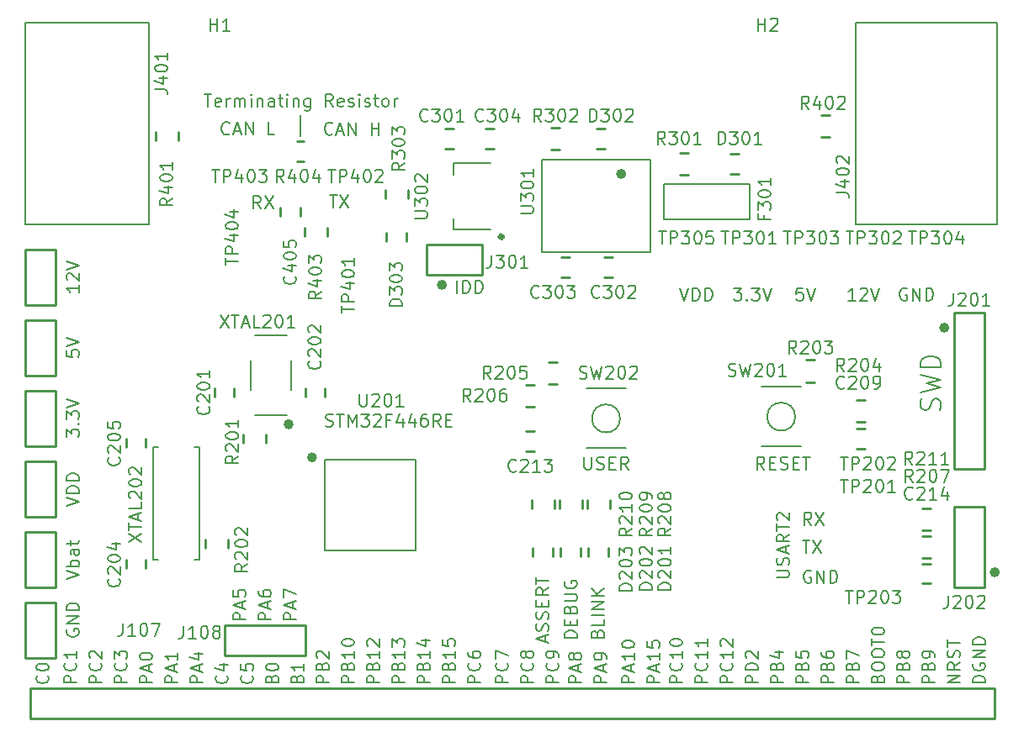
<source format=gto>
G04 #@! TF.FileFunction,Legend,Top*
%FSLAX46Y46*%
G04 Gerber Fmt 4.6, Leading zero omitted, Abs format (unit mm)*
G04 Created by KiCad (PCBNEW 4.0.5+dfsg1-4) date Sun May  7 16:42:39 2017*
%MOMM*%
%LPD*%
G01*
G04 APERTURE LIST*
%ADD10C,0.100000*%
%ADD11C,0.203200*%
%ADD12C,0.200000*%
%ADD13C,0.508000*%
%ADD14C,0.254000*%
%ADD15C,0.150000*%
%ADD16C,0.500000*%
G04 APERTURE END LIST*
D10*
D11*
X81280000Y-87128048D02*
X81461428Y-87188524D01*
X81763809Y-87188524D01*
X81884762Y-87128048D01*
X81945238Y-87067571D01*
X82005714Y-86946619D01*
X82005714Y-86825667D01*
X81945238Y-86704714D01*
X81884762Y-86644238D01*
X81763809Y-86583762D01*
X81521905Y-86523286D01*
X81400952Y-86462810D01*
X81340476Y-86402333D01*
X81280000Y-86281381D01*
X81280000Y-86160429D01*
X81340476Y-86039476D01*
X81400952Y-85979000D01*
X81521905Y-85918524D01*
X81824285Y-85918524D01*
X82005714Y-85979000D01*
X82368571Y-85918524D02*
X83094286Y-85918524D01*
X82731429Y-87188524D02*
X82731429Y-85918524D01*
X83517619Y-87188524D02*
X83517619Y-85918524D01*
X83940952Y-86825667D01*
X84364286Y-85918524D01*
X84364286Y-87188524D01*
X84848096Y-85918524D02*
X85634286Y-85918524D01*
X85210953Y-86402333D01*
X85392381Y-86402333D01*
X85513334Y-86462810D01*
X85573810Y-86523286D01*
X85634286Y-86644238D01*
X85634286Y-86946619D01*
X85573810Y-87067571D01*
X85513334Y-87128048D01*
X85392381Y-87188524D01*
X85029524Y-87188524D01*
X84908572Y-87128048D01*
X84848096Y-87067571D01*
X86118096Y-86039476D02*
X86178572Y-85979000D01*
X86299524Y-85918524D01*
X86601905Y-85918524D01*
X86722858Y-85979000D01*
X86783334Y-86039476D01*
X86843810Y-86160429D01*
X86843810Y-86281381D01*
X86783334Y-86462810D01*
X86057620Y-87188524D01*
X86843810Y-87188524D01*
X87811429Y-86523286D02*
X87388096Y-86523286D01*
X87388096Y-87188524D02*
X87388096Y-85918524D01*
X87992858Y-85918524D01*
X89020953Y-86341857D02*
X89020953Y-87188524D01*
X88718572Y-85858048D02*
X88416191Y-86765190D01*
X89202381Y-86765190D01*
X90230477Y-86341857D02*
X90230477Y-87188524D01*
X89928096Y-85858048D02*
X89625715Y-86765190D01*
X90411905Y-86765190D01*
X91440001Y-85918524D02*
X91198096Y-85918524D01*
X91077144Y-85979000D01*
X91016667Y-86039476D01*
X90895715Y-86220905D01*
X90835239Y-86462810D01*
X90835239Y-86946619D01*
X90895715Y-87067571D01*
X90956191Y-87128048D01*
X91077144Y-87188524D01*
X91319048Y-87188524D01*
X91440001Y-87128048D01*
X91500477Y-87067571D01*
X91560953Y-86946619D01*
X91560953Y-86644238D01*
X91500477Y-86523286D01*
X91440001Y-86462810D01*
X91319048Y-86402333D01*
X91077144Y-86402333D01*
X90956191Y-86462810D01*
X90895715Y-86523286D01*
X90835239Y-86644238D01*
X92830953Y-87188524D02*
X92407620Y-86583762D01*
X92105239Y-87188524D02*
X92105239Y-85918524D01*
X92589048Y-85918524D01*
X92710001Y-85979000D01*
X92770477Y-86039476D01*
X92830953Y-86160429D01*
X92830953Y-86341857D01*
X92770477Y-86462810D01*
X92710001Y-86523286D01*
X92589048Y-86583762D01*
X92105239Y-86583762D01*
X93375239Y-86523286D02*
X93798572Y-86523286D01*
X93980001Y-87188524D02*
X93375239Y-87188524D01*
X93375239Y-85918524D01*
X93980001Y-85918524D01*
X143049524Y-85518286D02*
X143144762Y-85232571D01*
X143144762Y-84756381D01*
X143049524Y-84565905D01*
X142954286Y-84470667D01*
X142763810Y-84375428D01*
X142573333Y-84375428D01*
X142382857Y-84470667D01*
X142287619Y-84565905D01*
X142192381Y-84756381D01*
X142097143Y-85137333D01*
X142001905Y-85327809D01*
X141906667Y-85423048D01*
X141716190Y-85518286D01*
X141525714Y-85518286D01*
X141335238Y-85423048D01*
X141240000Y-85327809D01*
X141144762Y-85137333D01*
X141144762Y-84661143D01*
X141240000Y-84375428D01*
X141144762Y-83708762D02*
X143144762Y-83232571D01*
X141716190Y-82851619D01*
X143144762Y-82470666D01*
X141144762Y-81994476D01*
X143144762Y-81232572D02*
X141144762Y-81232572D01*
X141144762Y-80756381D01*
X141240000Y-80470667D01*
X141430476Y-80280191D01*
X141620952Y-80184952D01*
X142001905Y-80089714D01*
X142287619Y-80089714D01*
X142668571Y-80184952D01*
X142859048Y-80280191D01*
X143049524Y-80470667D01*
X143144762Y-80756381D01*
X143144762Y-81232572D01*
D12*
X78740000Y-55778400D02*
X78740000Y-57962800D01*
D11*
X69054134Y-53685924D02*
X69779849Y-53685924D01*
X69416992Y-54955924D02*
X69416992Y-53685924D01*
X70686991Y-54895448D02*
X70566039Y-54955924D01*
X70324134Y-54955924D01*
X70203182Y-54895448D01*
X70142706Y-54774495D01*
X70142706Y-54290686D01*
X70203182Y-54169733D01*
X70324134Y-54109257D01*
X70566039Y-54109257D01*
X70686991Y-54169733D01*
X70747468Y-54290686D01*
X70747468Y-54411638D01*
X70142706Y-54532590D01*
X71291753Y-54955924D02*
X71291753Y-54109257D01*
X71291753Y-54351162D02*
X71352229Y-54230210D01*
X71412705Y-54169733D01*
X71533658Y-54109257D01*
X71654610Y-54109257D01*
X72077943Y-54955924D02*
X72077943Y-54109257D01*
X72077943Y-54230210D02*
X72138419Y-54169733D01*
X72259372Y-54109257D01*
X72440800Y-54109257D01*
X72561752Y-54169733D01*
X72622229Y-54290686D01*
X72622229Y-54955924D01*
X72622229Y-54290686D02*
X72682705Y-54169733D01*
X72803657Y-54109257D01*
X72985086Y-54109257D01*
X73106038Y-54169733D01*
X73166514Y-54290686D01*
X73166514Y-54955924D01*
X73771276Y-54955924D02*
X73771276Y-54109257D01*
X73771276Y-53685924D02*
X73710800Y-53746400D01*
X73771276Y-53806876D01*
X73831752Y-53746400D01*
X73771276Y-53685924D01*
X73771276Y-53806876D01*
X74376038Y-54109257D02*
X74376038Y-54955924D01*
X74376038Y-54230210D02*
X74436514Y-54169733D01*
X74557467Y-54109257D01*
X74738895Y-54109257D01*
X74859847Y-54169733D01*
X74920324Y-54290686D01*
X74920324Y-54955924D01*
X76069372Y-54955924D02*
X76069372Y-54290686D01*
X76008895Y-54169733D01*
X75887943Y-54109257D01*
X75646038Y-54109257D01*
X75525086Y-54169733D01*
X76069372Y-54895448D02*
X75948419Y-54955924D01*
X75646038Y-54955924D01*
X75525086Y-54895448D01*
X75464610Y-54774495D01*
X75464610Y-54653543D01*
X75525086Y-54532590D01*
X75646038Y-54472114D01*
X75948419Y-54472114D01*
X76069372Y-54411638D01*
X76492705Y-54109257D02*
X76976515Y-54109257D01*
X76674134Y-53685924D02*
X76674134Y-54774495D01*
X76734610Y-54895448D01*
X76855563Y-54955924D01*
X76976515Y-54955924D01*
X77399848Y-54955924D02*
X77399848Y-54109257D01*
X77399848Y-53685924D02*
X77339372Y-53746400D01*
X77399848Y-53806876D01*
X77460324Y-53746400D01*
X77399848Y-53685924D01*
X77399848Y-53806876D01*
X78004610Y-54109257D02*
X78004610Y-54955924D01*
X78004610Y-54230210D02*
X78065086Y-54169733D01*
X78186039Y-54109257D01*
X78367467Y-54109257D01*
X78488419Y-54169733D01*
X78548896Y-54290686D01*
X78548896Y-54955924D01*
X79697944Y-54109257D02*
X79697944Y-55137352D01*
X79637467Y-55258305D01*
X79576991Y-55318781D01*
X79456039Y-55379257D01*
X79274610Y-55379257D01*
X79153658Y-55318781D01*
X79697944Y-54895448D02*
X79576991Y-54955924D01*
X79335087Y-54955924D01*
X79214134Y-54895448D01*
X79153658Y-54834971D01*
X79093182Y-54714019D01*
X79093182Y-54351162D01*
X79153658Y-54230210D01*
X79214134Y-54169733D01*
X79335087Y-54109257D01*
X79576991Y-54109257D01*
X79697944Y-54169733D01*
X81996039Y-54955924D02*
X81572706Y-54351162D01*
X81270325Y-54955924D02*
X81270325Y-53685924D01*
X81754134Y-53685924D01*
X81875087Y-53746400D01*
X81935563Y-53806876D01*
X81996039Y-53927829D01*
X81996039Y-54109257D01*
X81935563Y-54230210D01*
X81875087Y-54290686D01*
X81754134Y-54351162D01*
X81270325Y-54351162D01*
X83024134Y-54895448D02*
X82903182Y-54955924D01*
X82661277Y-54955924D01*
X82540325Y-54895448D01*
X82479849Y-54774495D01*
X82479849Y-54290686D01*
X82540325Y-54169733D01*
X82661277Y-54109257D01*
X82903182Y-54109257D01*
X83024134Y-54169733D01*
X83084611Y-54290686D01*
X83084611Y-54411638D01*
X82479849Y-54532590D01*
X83568420Y-54895448D02*
X83689372Y-54955924D01*
X83931277Y-54955924D01*
X84052229Y-54895448D01*
X84112705Y-54774495D01*
X84112705Y-54714019D01*
X84052229Y-54593067D01*
X83931277Y-54532590D01*
X83749848Y-54532590D01*
X83628896Y-54472114D01*
X83568420Y-54351162D01*
X83568420Y-54290686D01*
X83628896Y-54169733D01*
X83749848Y-54109257D01*
X83931277Y-54109257D01*
X84052229Y-54169733D01*
X84656991Y-54955924D02*
X84656991Y-54109257D01*
X84656991Y-53685924D02*
X84596515Y-53746400D01*
X84656991Y-53806876D01*
X84717467Y-53746400D01*
X84656991Y-53685924D01*
X84656991Y-53806876D01*
X85201277Y-54895448D02*
X85322229Y-54955924D01*
X85564134Y-54955924D01*
X85685086Y-54895448D01*
X85745562Y-54774495D01*
X85745562Y-54714019D01*
X85685086Y-54593067D01*
X85564134Y-54532590D01*
X85382705Y-54532590D01*
X85261753Y-54472114D01*
X85201277Y-54351162D01*
X85201277Y-54290686D01*
X85261753Y-54169733D01*
X85382705Y-54109257D01*
X85564134Y-54109257D01*
X85685086Y-54169733D01*
X86108419Y-54109257D02*
X86592229Y-54109257D01*
X86289848Y-53685924D02*
X86289848Y-54774495D01*
X86350324Y-54895448D01*
X86471277Y-54955924D01*
X86592229Y-54955924D01*
X87196991Y-54955924D02*
X87076038Y-54895448D01*
X87015562Y-54834971D01*
X86955086Y-54714019D01*
X86955086Y-54351162D01*
X87015562Y-54230210D01*
X87076038Y-54169733D01*
X87196991Y-54109257D01*
X87378419Y-54109257D01*
X87499371Y-54169733D01*
X87559848Y-54230210D01*
X87620324Y-54351162D01*
X87620324Y-54714019D01*
X87559848Y-54834971D01*
X87499371Y-54895448D01*
X87378419Y-54955924D01*
X87196991Y-54955924D01*
X88164610Y-54955924D02*
X88164610Y-54109257D01*
X88164610Y-54351162D02*
X88225086Y-54230210D01*
X88285562Y-54169733D01*
X88406515Y-54109257D01*
X88527467Y-54109257D01*
X81956124Y-57679771D02*
X81895648Y-57740248D01*
X81714219Y-57800724D01*
X81593267Y-57800724D01*
X81411839Y-57740248D01*
X81290886Y-57619295D01*
X81230410Y-57498343D01*
X81169934Y-57256438D01*
X81169934Y-57075010D01*
X81230410Y-56833105D01*
X81290886Y-56712152D01*
X81411839Y-56591200D01*
X81593267Y-56530724D01*
X81714219Y-56530724D01*
X81895648Y-56591200D01*
X81956124Y-56651676D01*
X82439934Y-57437867D02*
X83044696Y-57437867D01*
X82318981Y-57800724D02*
X82742315Y-56530724D01*
X83165648Y-57800724D01*
X83588981Y-57800724D02*
X83588981Y-56530724D01*
X84314695Y-57800724D01*
X84314695Y-56530724D01*
X85887076Y-57800724D02*
X85887076Y-56530724D01*
X85887076Y-57135486D02*
X86612790Y-57135486D01*
X86612790Y-57800724D02*
X86612790Y-56530724D01*
X71591715Y-57654371D02*
X71531239Y-57714848D01*
X71349810Y-57775324D01*
X71228858Y-57775324D01*
X71047430Y-57714848D01*
X70926477Y-57593895D01*
X70866001Y-57472943D01*
X70805525Y-57231038D01*
X70805525Y-57049610D01*
X70866001Y-56807705D01*
X70926477Y-56686752D01*
X71047430Y-56565800D01*
X71228858Y-56505324D01*
X71349810Y-56505324D01*
X71531239Y-56565800D01*
X71591715Y-56626276D01*
X72075525Y-57412467D02*
X72680287Y-57412467D01*
X71954572Y-57775324D02*
X72377906Y-56505324D01*
X72801239Y-57775324D01*
X73224572Y-57775324D02*
X73224572Y-56505324D01*
X73950286Y-57775324D01*
X73950286Y-56505324D01*
X76127429Y-57775324D02*
X75522667Y-57775324D01*
X75522667Y-56505324D01*
X81683981Y-63845924D02*
X82409696Y-63845924D01*
X82046839Y-65115924D02*
X82046839Y-63845924D01*
X82712077Y-63845924D02*
X83558743Y-65115924D01*
X83558743Y-63845924D02*
X82712077Y-65115924D01*
X74718333Y-65242924D02*
X74295000Y-64638162D01*
X73992619Y-65242924D02*
X73992619Y-63972924D01*
X74476428Y-63972924D01*
X74597381Y-64033400D01*
X74657857Y-64093876D01*
X74718333Y-64214829D01*
X74718333Y-64396257D01*
X74657857Y-64517210D01*
X74597381Y-64577686D01*
X74476428Y-64638162D01*
X73992619Y-64638162D01*
X75141667Y-63972924D02*
X75988333Y-65242924D01*
X75988333Y-63972924D02*
X75141667Y-65242924D01*
X55184524Y-102519238D02*
X56454524Y-102095904D01*
X55184524Y-101672571D01*
X56454524Y-101249238D02*
X55184524Y-101249238D01*
X55668333Y-101249238D02*
X55607857Y-101128286D01*
X55607857Y-100886381D01*
X55668333Y-100765429D01*
X55728810Y-100704952D01*
X55849762Y-100644476D01*
X56212619Y-100644476D01*
X56333571Y-100704952D01*
X56394048Y-100765429D01*
X56454524Y-100886381D01*
X56454524Y-101128286D01*
X56394048Y-101249238D01*
X56454524Y-99555904D02*
X55789286Y-99555904D01*
X55668333Y-99616381D01*
X55607857Y-99737333D01*
X55607857Y-99979238D01*
X55668333Y-100100190D01*
X56394048Y-99555904D02*
X56454524Y-99676857D01*
X56454524Y-99979238D01*
X56394048Y-100100190D01*
X56273095Y-100160666D01*
X56152143Y-100160666D01*
X56031190Y-100100190D01*
X55970714Y-99979238D01*
X55970714Y-99676857D01*
X55910238Y-99555904D01*
X55607857Y-99132571D02*
X55607857Y-98648761D01*
X55184524Y-98951142D02*
X56273095Y-98951142D01*
X56394048Y-98890666D01*
X56454524Y-98769713D01*
X56454524Y-98648761D01*
X55245000Y-107622218D02*
X55184524Y-107743170D01*
X55184524Y-107924599D01*
X55245000Y-108106027D01*
X55365952Y-108226980D01*
X55486905Y-108287456D01*
X55728810Y-108347932D01*
X55910238Y-108347932D01*
X56152143Y-108287456D01*
X56273095Y-108226980D01*
X56394048Y-108106027D01*
X56454524Y-107924599D01*
X56454524Y-107803647D01*
X56394048Y-107622218D01*
X56333571Y-107561742D01*
X55910238Y-107561742D01*
X55910238Y-107803647D01*
X56454524Y-107017456D02*
X55184524Y-107017456D01*
X56454524Y-106291742D01*
X55184524Y-106291742D01*
X56454524Y-105686980D02*
X55184524Y-105686980D01*
X55184524Y-105384599D01*
X55245000Y-105203171D01*
X55365952Y-105082218D01*
X55486905Y-105021742D01*
X55728810Y-104961266D01*
X55910238Y-104961266D01*
X56152143Y-105021742D01*
X56273095Y-105082218D01*
X56394048Y-105203171D01*
X56454524Y-105384599D01*
X56454524Y-105686980D01*
X56454524Y-72922190D02*
X56454524Y-73647904D01*
X56454524Y-73285047D02*
X55184524Y-73285047D01*
X55365952Y-73405999D01*
X55486905Y-73526952D01*
X55547381Y-73647904D01*
X55305476Y-72438380D02*
X55245000Y-72377904D01*
X55184524Y-72256952D01*
X55184524Y-71954571D01*
X55245000Y-71833618D01*
X55305476Y-71773142D01*
X55426429Y-71712666D01*
X55547381Y-71712666D01*
X55728810Y-71773142D01*
X56454524Y-72498856D01*
X56454524Y-71712666D01*
X55184524Y-71349809D02*
X56454524Y-70926475D01*
X55184524Y-70503142D01*
X55184524Y-79489904D02*
X55184524Y-80094666D01*
X55789286Y-80155142D01*
X55728810Y-80094666D01*
X55668333Y-79973714D01*
X55668333Y-79671333D01*
X55728810Y-79550380D01*
X55789286Y-79489904D01*
X55910238Y-79429428D01*
X56212619Y-79429428D01*
X56333571Y-79489904D01*
X56394048Y-79550380D01*
X56454524Y-79671333D01*
X56454524Y-79973714D01*
X56394048Y-80094666D01*
X56333571Y-80155142D01*
X55184524Y-79066571D02*
X56454524Y-78643237D01*
X55184524Y-78219904D01*
X55184524Y-88234761D02*
X55184524Y-87448571D01*
X55668333Y-87871904D01*
X55668333Y-87690476D01*
X55728810Y-87569523D01*
X55789286Y-87509047D01*
X55910238Y-87448571D01*
X56212619Y-87448571D01*
X56333571Y-87509047D01*
X56394048Y-87569523D01*
X56454524Y-87690476D01*
X56454524Y-88053333D01*
X56394048Y-88174285D01*
X56333571Y-88234761D01*
X56333571Y-86904285D02*
X56394048Y-86843809D01*
X56454524Y-86904285D01*
X56394048Y-86964761D01*
X56333571Y-86904285D01*
X56454524Y-86904285D01*
X55184524Y-86420475D02*
X55184524Y-85634285D01*
X55668333Y-86057618D01*
X55668333Y-85876190D01*
X55728810Y-85755237D01*
X55789286Y-85694761D01*
X55910238Y-85634285D01*
X56212619Y-85634285D01*
X56333571Y-85694761D01*
X56394048Y-85755237D01*
X56454524Y-85876190D01*
X56454524Y-86239047D01*
X56394048Y-86359999D01*
X56333571Y-86420475D01*
X55184524Y-85271428D02*
X56454524Y-84848094D01*
X55184524Y-84424761D01*
X55184524Y-95165333D02*
X56454524Y-94741999D01*
X55184524Y-94318666D01*
X56454524Y-93895333D02*
X55184524Y-93895333D01*
X55184524Y-93592952D01*
X55245000Y-93411524D01*
X55365952Y-93290571D01*
X55486905Y-93230095D01*
X55728810Y-93169619D01*
X55910238Y-93169619D01*
X56152143Y-93230095D01*
X56273095Y-93290571D01*
X56394048Y-93411524D01*
X56454524Y-93592952D01*
X56454524Y-93895333D01*
X56454524Y-92625333D02*
X55184524Y-92625333D01*
X55184524Y-92322952D01*
X55245000Y-92141524D01*
X55365952Y-92020571D01*
X55486905Y-91960095D01*
X55728810Y-91899619D01*
X55910238Y-91899619D01*
X56152143Y-91960095D01*
X56273095Y-92020571D01*
X56394048Y-92141524D01*
X56454524Y-92322952D01*
X56454524Y-92625333D01*
X103335667Y-108869238D02*
X103335667Y-108264476D01*
X103698524Y-108990191D02*
X102428524Y-108566857D01*
X103698524Y-108143524D01*
X103638048Y-107780667D02*
X103698524Y-107599239D01*
X103698524Y-107296858D01*
X103638048Y-107175905D01*
X103577571Y-107115429D01*
X103456619Y-107054953D01*
X103335667Y-107054953D01*
X103214714Y-107115429D01*
X103154238Y-107175905D01*
X103093762Y-107296858D01*
X103033286Y-107538762D01*
X102972810Y-107659715D01*
X102912333Y-107720191D01*
X102791381Y-107780667D01*
X102670429Y-107780667D01*
X102549476Y-107720191D01*
X102489000Y-107659715D01*
X102428524Y-107538762D01*
X102428524Y-107236382D01*
X102489000Y-107054953D01*
X103638048Y-106571143D02*
X103698524Y-106389715D01*
X103698524Y-106087334D01*
X103638048Y-105966381D01*
X103577571Y-105905905D01*
X103456619Y-105845429D01*
X103335667Y-105845429D01*
X103214714Y-105905905D01*
X103154238Y-105966381D01*
X103093762Y-106087334D01*
X103033286Y-106329238D01*
X102972810Y-106450191D01*
X102912333Y-106510667D01*
X102791381Y-106571143D01*
X102670429Y-106571143D01*
X102549476Y-106510667D01*
X102489000Y-106450191D01*
X102428524Y-106329238D01*
X102428524Y-106026858D01*
X102489000Y-105845429D01*
X103033286Y-105301143D02*
X103033286Y-104877810D01*
X103698524Y-104696381D02*
X103698524Y-105301143D01*
X102428524Y-105301143D01*
X102428524Y-104696381D01*
X103698524Y-103426381D02*
X103093762Y-103849714D01*
X103698524Y-104152095D02*
X102428524Y-104152095D01*
X102428524Y-103668286D01*
X102489000Y-103547333D01*
X102549476Y-103486857D01*
X102670429Y-103426381D01*
X102851857Y-103426381D01*
X102972810Y-103486857D01*
X103033286Y-103547333D01*
X103093762Y-103668286D01*
X103093762Y-104152095D01*
X102428524Y-103063524D02*
X102428524Y-102337809D01*
X103698524Y-102700666D02*
X102428524Y-102700666D01*
X106543324Y-108453162D02*
X105273324Y-108453162D01*
X105273324Y-108150781D01*
X105333800Y-107969353D01*
X105454752Y-107848400D01*
X105575705Y-107787924D01*
X105817610Y-107727448D01*
X105999038Y-107727448D01*
X106240943Y-107787924D01*
X106361895Y-107848400D01*
X106482848Y-107969353D01*
X106543324Y-108150781D01*
X106543324Y-108453162D01*
X105878086Y-107183162D02*
X105878086Y-106759829D01*
X106543324Y-106578400D02*
X106543324Y-107183162D01*
X105273324Y-107183162D01*
X105273324Y-106578400D01*
X105878086Y-105610781D02*
X105938562Y-105429352D01*
X105999038Y-105368876D01*
X106119990Y-105308400D01*
X106301419Y-105308400D01*
X106422371Y-105368876D01*
X106482848Y-105429352D01*
X106543324Y-105550305D01*
X106543324Y-106034114D01*
X105273324Y-106034114D01*
X105273324Y-105610781D01*
X105333800Y-105489828D01*
X105394276Y-105429352D01*
X105515229Y-105368876D01*
X105636181Y-105368876D01*
X105757133Y-105429352D01*
X105817610Y-105489828D01*
X105878086Y-105610781D01*
X105878086Y-106034114D01*
X105273324Y-104764114D02*
X106301419Y-104764114D01*
X106422371Y-104703638D01*
X106482848Y-104643162D01*
X106543324Y-104522209D01*
X106543324Y-104280305D01*
X106482848Y-104159352D01*
X106422371Y-104098876D01*
X106301419Y-104038400D01*
X105273324Y-104038400D01*
X105333800Y-102768400D02*
X105273324Y-102889352D01*
X105273324Y-103070781D01*
X105333800Y-103252209D01*
X105454752Y-103373162D01*
X105575705Y-103433638D01*
X105817610Y-103494114D01*
X105999038Y-103494114D01*
X106240943Y-103433638D01*
X106361895Y-103373162D01*
X106482848Y-103252209D01*
X106543324Y-103070781D01*
X106543324Y-102949829D01*
X106482848Y-102768400D01*
X106422371Y-102707924D01*
X105999038Y-102707924D01*
X105999038Y-102949829D01*
X108595886Y-108029829D02*
X108656362Y-107848400D01*
X108716838Y-107787924D01*
X108837790Y-107727448D01*
X109019219Y-107727448D01*
X109140171Y-107787924D01*
X109200648Y-107848400D01*
X109261124Y-107969353D01*
X109261124Y-108453162D01*
X107991124Y-108453162D01*
X107991124Y-108029829D01*
X108051600Y-107908876D01*
X108112076Y-107848400D01*
X108233029Y-107787924D01*
X108353981Y-107787924D01*
X108474933Y-107848400D01*
X108535410Y-107908876D01*
X108595886Y-108029829D01*
X108595886Y-108453162D01*
X109261124Y-106578400D02*
X109261124Y-107183162D01*
X107991124Y-107183162D01*
X109261124Y-106155067D02*
X107991124Y-106155067D01*
X109261124Y-105550305D02*
X107991124Y-105550305D01*
X109261124Y-104824591D01*
X107991124Y-104824591D01*
X109261124Y-104219829D02*
X107991124Y-104219829D01*
X109261124Y-103494115D02*
X108535410Y-104038400D01*
X107991124Y-103494115D02*
X108716838Y-104219829D01*
X94488000Y-73726524D02*
X94488000Y-72456524D01*
X95092762Y-73726524D02*
X95092762Y-72456524D01*
X95395143Y-72456524D01*
X95576571Y-72517000D01*
X95697524Y-72637952D01*
X95758000Y-72758905D01*
X95818476Y-73000810D01*
X95818476Y-73182238D01*
X95758000Y-73424143D01*
X95697524Y-73545095D01*
X95576571Y-73666048D01*
X95395143Y-73726524D01*
X95092762Y-73726524D01*
X96362762Y-73726524D02*
X96362762Y-72456524D01*
X96665143Y-72456524D01*
X96846571Y-72517000D01*
X96967524Y-72637952D01*
X97028000Y-72758905D01*
X97088476Y-73000810D01*
X97088476Y-73182238D01*
X97028000Y-73424143D01*
X96967524Y-73545095D01*
X96846571Y-73666048D01*
X96665143Y-73726524D01*
X96362762Y-73726524D01*
X139748381Y-73279000D02*
X139627429Y-73218524D01*
X139446000Y-73218524D01*
X139264572Y-73279000D01*
X139143619Y-73399952D01*
X139083143Y-73520905D01*
X139022667Y-73762810D01*
X139022667Y-73944238D01*
X139083143Y-74186143D01*
X139143619Y-74307095D01*
X139264572Y-74428048D01*
X139446000Y-74488524D01*
X139566952Y-74488524D01*
X139748381Y-74428048D01*
X139808857Y-74367571D01*
X139808857Y-73944238D01*
X139566952Y-73944238D01*
X140353143Y-74488524D02*
X140353143Y-73218524D01*
X141078857Y-74488524D01*
X141078857Y-73218524D01*
X141683619Y-74488524D02*
X141683619Y-73218524D01*
X141986000Y-73218524D01*
X142167428Y-73279000D01*
X142288381Y-73399952D01*
X142348857Y-73520905D01*
X142409333Y-73762810D01*
X142409333Y-73944238D01*
X142348857Y-74186143D01*
X142288381Y-74307095D01*
X142167428Y-74428048D01*
X141986000Y-74488524D01*
X141683619Y-74488524D01*
X134595810Y-74488524D02*
X133870096Y-74488524D01*
X134232953Y-74488524D02*
X134232953Y-73218524D01*
X134112001Y-73399952D01*
X133991048Y-73520905D01*
X133870096Y-73581381D01*
X135079620Y-73339476D02*
X135140096Y-73279000D01*
X135261048Y-73218524D01*
X135563429Y-73218524D01*
X135684382Y-73279000D01*
X135744858Y-73339476D01*
X135805334Y-73460429D01*
X135805334Y-73581381D01*
X135744858Y-73762810D01*
X135019144Y-74488524D01*
X135805334Y-74488524D01*
X136168191Y-73218524D02*
X136591525Y-74488524D01*
X137014858Y-73218524D01*
X129298096Y-73218524D02*
X128693334Y-73218524D01*
X128632858Y-73823286D01*
X128693334Y-73762810D01*
X128814286Y-73702333D01*
X129116667Y-73702333D01*
X129237620Y-73762810D01*
X129298096Y-73823286D01*
X129358572Y-73944238D01*
X129358572Y-74246619D01*
X129298096Y-74367571D01*
X129237620Y-74428048D01*
X129116667Y-74488524D01*
X128814286Y-74488524D01*
X128693334Y-74428048D01*
X128632858Y-74367571D01*
X129721429Y-73218524D02*
X130144763Y-74488524D01*
X130568096Y-73218524D01*
X122331239Y-73218524D02*
X123117429Y-73218524D01*
X122694096Y-73702333D01*
X122875524Y-73702333D01*
X122996477Y-73762810D01*
X123056953Y-73823286D01*
X123117429Y-73944238D01*
X123117429Y-74246619D01*
X123056953Y-74367571D01*
X122996477Y-74428048D01*
X122875524Y-74488524D01*
X122512667Y-74488524D01*
X122391715Y-74428048D01*
X122331239Y-74367571D01*
X123661715Y-74367571D02*
X123722191Y-74428048D01*
X123661715Y-74488524D01*
X123601239Y-74428048D01*
X123661715Y-74367571D01*
X123661715Y-74488524D01*
X124145525Y-73218524D02*
X124931715Y-73218524D01*
X124508382Y-73702333D01*
X124689810Y-73702333D01*
X124810763Y-73762810D01*
X124871239Y-73823286D01*
X124931715Y-73944238D01*
X124931715Y-74246619D01*
X124871239Y-74367571D01*
X124810763Y-74428048D01*
X124689810Y-74488524D01*
X124326953Y-74488524D01*
X124206001Y-74428048D01*
X124145525Y-74367571D01*
X125294572Y-73218524D02*
X125717906Y-74488524D01*
X126141239Y-73218524D01*
X116924667Y-73218524D02*
X117348001Y-74488524D01*
X117771334Y-73218524D01*
X118194667Y-74488524D02*
X118194667Y-73218524D01*
X118497048Y-73218524D01*
X118678476Y-73279000D01*
X118799429Y-73399952D01*
X118859905Y-73520905D01*
X118920381Y-73762810D01*
X118920381Y-73944238D01*
X118859905Y-74186143D01*
X118799429Y-74307095D01*
X118678476Y-74428048D01*
X118497048Y-74488524D01*
X118194667Y-74488524D01*
X119464667Y-74488524D02*
X119464667Y-73218524D01*
X119767048Y-73218524D01*
X119948476Y-73279000D01*
X120069429Y-73399952D01*
X120129905Y-73520905D01*
X120190381Y-73762810D01*
X120190381Y-73944238D01*
X120129905Y-74186143D01*
X120069429Y-74307095D01*
X119948476Y-74428048D01*
X119767048Y-74488524D01*
X119464667Y-74488524D01*
X130096381Y-101727000D02*
X129975429Y-101666524D01*
X129794000Y-101666524D01*
X129612572Y-101727000D01*
X129491619Y-101847952D01*
X129431143Y-101968905D01*
X129370667Y-102210810D01*
X129370667Y-102392238D01*
X129431143Y-102634143D01*
X129491619Y-102755095D01*
X129612572Y-102876048D01*
X129794000Y-102936524D01*
X129914952Y-102936524D01*
X130096381Y-102876048D01*
X130156857Y-102815571D01*
X130156857Y-102392238D01*
X129914952Y-102392238D01*
X130701143Y-102936524D02*
X130701143Y-101666524D01*
X131426857Y-102936524D01*
X131426857Y-101666524D01*
X132031619Y-102936524D02*
X132031619Y-101666524D01*
X132334000Y-101666524D01*
X132515428Y-101727000D01*
X132636381Y-101847952D01*
X132696857Y-101968905D01*
X132757333Y-102210810D01*
X132757333Y-102392238D01*
X132696857Y-102634143D01*
X132636381Y-102755095D01*
X132515428Y-102876048D01*
X132334000Y-102936524D01*
X132031619Y-102936524D01*
X129249714Y-98618524D02*
X129975429Y-98618524D01*
X129612572Y-99888524D02*
X129612572Y-98618524D01*
X130277810Y-98618524D02*
X131124476Y-99888524D01*
X131124476Y-98618524D02*
X130277810Y-99888524D01*
X130156857Y-97094524D02*
X129733524Y-96489762D01*
X129431143Y-97094524D02*
X129431143Y-95824524D01*
X129914952Y-95824524D01*
X130035905Y-95885000D01*
X130096381Y-95945476D01*
X130156857Y-96066429D01*
X130156857Y-96247857D01*
X130096381Y-96368810D01*
X130035905Y-96429286D01*
X129914952Y-96489762D01*
X129431143Y-96489762D01*
X130580191Y-95824524D02*
X131426857Y-97094524D01*
X131426857Y-95824524D02*
X130580191Y-97094524D01*
X126634724Y-102397076D02*
X127662819Y-102397076D01*
X127783771Y-102336600D01*
X127844248Y-102276124D01*
X127904724Y-102155171D01*
X127904724Y-101913267D01*
X127844248Y-101792314D01*
X127783771Y-101731838D01*
X127662819Y-101671362D01*
X126634724Y-101671362D01*
X127844248Y-101127076D02*
X127904724Y-100945648D01*
X127904724Y-100643267D01*
X127844248Y-100522314D01*
X127783771Y-100461838D01*
X127662819Y-100401362D01*
X127541867Y-100401362D01*
X127420914Y-100461838D01*
X127360438Y-100522314D01*
X127299962Y-100643267D01*
X127239486Y-100885171D01*
X127179010Y-101006124D01*
X127118533Y-101066600D01*
X126997581Y-101127076D01*
X126876629Y-101127076D01*
X126755676Y-101066600D01*
X126695200Y-101006124D01*
X126634724Y-100885171D01*
X126634724Y-100582791D01*
X126695200Y-100401362D01*
X127541867Y-99917552D02*
X127541867Y-99312790D01*
X127904724Y-100038505D02*
X126634724Y-99615171D01*
X127904724Y-99191838D01*
X127904724Y-98042791D02*
X127299962Y-98466124D01*
X127904724Y-98768505D02*
X126634724Y-98768505D01*
X126634724Y-98284696D01*
X126695200Y-98163743D01*
X126755676Y-98103267D01*
X126876629Y-98042791D01*
X127058057Y-98042791D01*
X127179010Y-98103267D01*
X127239486Y-98163743D01*
X127299962Y-98284696D01*
X127299962Y-98768505D01*
X126634724Y-97679934D02*
X126634724Y-96954219D01*
X127904724Y-97317076D02*
X126634724Y-97317076D01*
X126755676Y-96591362D02*
X126695200Y-96530886D01*
X126634724Y-96409934D01*
X126634724Y-96107553D01*
X126695200Y-95986600D01*
X126755676Y-95926124D01*
X126876629Y-95865648D01*
X126997581Y-95865648D01*
X127179010Y-95926124D01*
X127904724Y-96651838D01*
X127904724Y-95865648D01*
X107296857Y-90236524D02*
X107296857Y-91264619D01*
X107357333Y-91385571D01*
X107417809Y-91446048D01*
X107538762Y-91506524D01*
X107780666Y-91506524D01*
X107901619Y-91446048D01*
X107962095Y-91385571D01*
X108022571Y-91264619D01*
X108022571Y-90236524D01*
X108566857Y-91446048D02*
X108748285Y-91506524D01*
X109050666Y-91506524D01*
X109171619Y-91446048D01*
X109232095Y-91385571D01*
X109292571Y-91264619D01*
X109292571Y-91143667D01*
X109232095Y-91022714D01*
X109171619Y-90962238D01*
X109050666Y-90901762D01*
X108808762Y-90841286D01*
X108687809Y-90780810D01*
X108627333Y-90720333D01*
X108566857Y-90599381D01*
X108566857Y-90478429D01*
X108627333Y-90357476D01*
X108687809Y-90297000D01*
X108808762Y-90236524D01*
X109111142Y-90236524D01*
X109292571Y-90297000D01*
X109836857Y-90841286D02*
X110260190Y-90841286D01*
X110441619Y-91506524D02*
X109836857Y-91506524D01*
X109836857Y-90236524D01*
X110441619Y-90236524D01*
X111711619Y-91506524D02*
X111288286Y-90901762D01*
X110985905Y-91506524D02*
X110985905Y-90236524D01*
X111469714Y-90236524D01*
X111590667Y-90297000D01*
X111651143Y-90357476D01*
X111711619Y-90478429D01*
X111711619Y-90659857D01*
X111651143Y-90780810D01*
X111590667Y-90841286D01*
X111469714Y-90901762D01*
X110985905Y-90901762D01*
X125409476Y-91506524D02*
X124986143Y-90901762D01*
X124683762Y-91506524D02*
X124683762Y-90236524D01*
X125167571Y-90236524D01*
X125288524Y-90297000D01*
X125349000Y-90357476D01*
X125409476Y-90478429D01*
X125409476Y-90659857D01*
X125349000Y-90780810D01*
X125288524Y-90841286D01*
X125167571Y-90901762D01*
X124683762Y-90901762D01*
X125953762Y-90841286D02*
X126377095Y-90841286D01*
X126558524Y-91506524D02*
X125953762Y-91506524D01*
X125953762Y-90236524D01*
X126558524Y-90236524D01*
X127042334Y-91446048D02*
X127223762Y-91506524D01*
X127526143Y-91506524D01*
X127647096Y-91446048D01*
X127707572Y-91385571D01*
X127768048Y-91264619D01*
X127768048Y-91143667D01*
X127707572Y-91022714D01*
X127647096Y-90962238D01*
X127526143Y-90901762D01*
X127284239Y-90841286D01*
X127163286Y-90780810D01*
X127102810Y-90720333D01*
X127042334Y-90599381D01*
X127042334Y-90478429D01*
X127102810Y-90357476D01*
X127163286Y-90297000D01*
X127284239Y-90236524D01*
X127586619Y-90236524D01*
X127768048Y-90297000D01*
X128312334Y-90841286D02*
X128735667Y-90841286D01*
X128917096Y-91506524D02*
X128312334Y-91506524D01*
X128312334Y-90236524D01*
X128917096Y-90236524D01*
X129279953Y-90236524D02*
X130005668Y-90236524D01*
X129642811Y-91506524D02*
X129642811Y-90236524D01*
X147640524Y-112987666D02*
X146370524Y-112987666D01*
X146370524Y-112685285D01*
X146431000Y-112503857D01*
X146551952Y-112382904D01*
X146672905Y-112322428D01*
X146914810Y-112261952D01*
X147096238Y-112261952D01*
X147338143Y-112322428D01*
X147459095Y-112382904D01*
X147580048Y-112503857D01*
X147640524Y-112685285D01*
X147640524Y-112987666D01*
X146431000Y-111052428D02*
X146370524Y-111173380D01*
X146370524Y-111354809D01*
X146431000Y-111536237D01*
X146551952Y-111657190D01*
X146672905Y-111717666D01*
X146914810Y-111778142D01*
X147096238Y-111778142D01*
X147338143Y-111717666D01*
X147459095Y-111657190D01*
X147580048Y-111536237D01*
X147640524Y-111354809D01*
X147640524Y-111233857D01*
X147580048Y-111052428D01*
X147519571Y-110991952D01*
X147096238Y-110991952D01*
X147096238Y-111233857D01*
X147640524Y-110447666D02*
X146370524Y-110447666D01*
X147640524Y-109721952D01*
X146370524Y-109721952D01*
X147640524Y-109117190D02*
X146370524Y-109117190D01*
X146370524Y-108814809D01*
X146431000Y-108633381D01*
X146551952Y-108512428D01*
X146672905Y-108451952D01*
X146914810Y-108391476D01*
X147096238Y-108391476D01*
X147338143Y-108451952D01*
X147459095Y-108512428D01*
X147580048Y-108633381D01*
X147640524Y-108814809D01*
X147640524Y-109117190D01*
X145100524Y-112987666D02*
X143830524Y-112987666D01*
X145100524Y-112261952D01*
X143830524Y-112261952D01*
X145100524Y-110931476D02*
X144495762Y-111354809D01*
X145100524Y-111657190D02*
X143830524Y-111657190D01*
X143830524Y-111173381D01*
X143891000Y-111052428D01*
X143951476Y-110991952D01*
X144072429Y-110931476D01*
X144253857Y-110931476D01*
X144374810Y-110991952D01*
X144435286Y-111052428D01*
X144495762Y-111173381D01*
X144495762Y-111657190D01*
X145040048Y-110447666D02*
X145100524Y-110266238D01*
X145100524Y-109963857D01*
X145040048Y-109842904D01*
X144979571Y-109782428D01*
X144858619Y-109721952D01*
X144737667Y-109721952D01*
X144616714Y-109782428D01*
X144556238Y-109842904D01*
X144495762Y-109963857D01*
X144435286Y-110205761D01*
X144374810Y-110326714D01*
X144314333Y-110387190D01*
X144193381Y-110447666D01*
X144072429Y-110447666D01*
X143951476Y-110387190D01*
X143891000Y-110326714D01*
X143830524Y-110205761D01*
X143830524Y-109903381D01*
X143891000Y-109721952D01*
X143830524Y-109359095D02*
X143830524Y-108633380D01*
X145100524Y-108996237D02*
X143830524Y-108996237D01*
X142560524Y-112987666D02*
X141290524Y-112987666D01*
X141290524Y-112503857D01*
X141351000Y-112382904D01*
X141411476Y-112322428D01*
X141532429Y-112261952D01*
X141713857Y-112261952D01*
X141834810Y-112322428D01*
X141895286Y-112382904D01*
X141955762Y-112503857D01*
X141955762Y-112987666D01*
X141895286Y-111294333D02*
X141955762Y-111112904D01*
X142016238Y-111052428D01*
X142137190Y-110991952D01*
X142318619Y-110991952D01*
X142439571Y-111052428D01*
X142500048Y-111112904D01*
X142560524Y-111233857D01*
X142560524Y-111717666D01*
X141290524Y-111717666D01*
X141290524Y-111294333D01*
X141351000Y-111173380D01*
X141411476Y-111112904D01*
X141532429Y-111052428D01*
X141653381Y-111052428D01*
X141774333Y-111112904D01*
X141834810Y-111173380D01*
X141895286Y-111294333D01*
X141895286Y-111717666D01*
X142560524Y-110387190D02*
X142560524Y-110145285D01*
X142500048Y-110024333D01*
X142439571Y-109963857D01*
X142258143Y-109842904D01*
X142016238Y-109782428D01*
X141532429Y-109782428D01*
X141411476Y-109842904D01*
X141351000Y-109903380D01*
X141290524Y-110024333D01*
X141290524Y-110266237D01*
X141351000Y-110387190D01*
X141411476Y-110447666D01*
X141532429Y-110508142D01*
X141834810Y-110508142D01*
X141955762Y-110447666D01*
X142016238Y-110387190D01*
X142076714Y-110266237D01*
X142076714Y-110024333D01*
X142016238Y-109903380D01*
X141955762Y-109842904D01*
X141834810Y-109782428D01*
X140020524Y-112987666D02*
X138750524Y-112987666D01*
X138750524Y-112503857D01*
X138811000Y-112382904D01*
X138871476Y-112322428D01*
X138992429Y-112261952D01*
X139173857Y-112261952D01*
X139294810Y-112322428D01*
X139355286Y-112382904D01*
X139415762Y-112503857D01*
X139415762Y-112987666D01*
X139355286Y-111294333D02*
X139415762Y-111112904D01*
X139476238Y-111052428D01*
X139597190Y-110991952D01*
X139778619Y-110991952D01*
X139899571Y-111052428D01*
X139960048Y-111112904D01*
X140020524Y-111233857D01*
X140020524Y-111717666D01*
X138750524Y-111717666D01*
X138750524Y-111294333D01*
X138811000Y-111173380D01*
X138871476Y-111112904D01*
X138992429Y-111052428D01*
X139113381Y-111052428D01*
X139234333Y-111112904D01*
X139294810Y-111173380D01*
X139355286Y-111294333D01*
X139355286Y-111717666D01*
X139294810Y-110266237D02*
X139234333Y-110387190D01*
X139173857Y-110447666D01*
X139052905Y-110508142D01*
X138992429Y-110508142D01*
X138871476Y-110447666D01*
X138811000Y-110387190D01*
X138750524Y-110266237D01*
X138750524Y-110024333D01*
X138811000Y-109903380D01*
X138871476Y-109842904D01*
X138992429Y-109782428D01*
X139052905Y-109782428D01*
X139173857Y-109842904D01*
X139234333Y-109903380D01*
X139294810Y-110024333D01*
X139294810Y-110266237D01*
X139355286Y-110387190D01*
X139415762Y-110447666D01*
X139536714Y-110508142D01*
X139778619Y-110508142D01*
X139899571Y-110447666D01*
X139960048Y-110387190D01*
X140020524Y-110266237D01*
X140020524Y-110024333D01*
X139960048Y-109903380D01*
X139899571Y-109842904D01*
X139778619Y-109782428D01*
X139536714Y-109782428D01*
X139415762Y-109842904D01*
X139355286Y-109903380D01*
X139294810Y-110024333D01*
X136815286Y-112564333D02*
X136875762Y-112382904D01*
X136936238Y-112322428D01*
X137057190Y-112261952D01*
X137238619Y-112261952D01*
X137359571Y-112322428D01*
X137420048Y-112382904D01*
X137480524Y-112503857D01*
X137480524Y-112987666D01*
X136210524Y-112987666D01*
X136210524Y-112564333D01*
X136271000Y-112443380D01*
X136331476Y-112382904D01*
X136452429Y-112322428D01*
X136573381Y-112322428D01*
X136694333Y-112382904D01*
X136754810Y-112443380D01*
X136815286Y-112564333D01*
X136815286Y-112987666D01*
X136210524Y-111475761D02*
X136210524Y-111233857D01*
X136271000Y-111112904D01*
X136391952Y-110991952D01*
X136633857Y-110931476D01*
X137057190Y-110931476D01*
X137299095Y-110991952D01*
X137420048Y-111112904D01*
X137480524Y-111233857D01*
X137480524Y-111475761D01*
X137420048Y-111596714D01*
X137299095Y-111717666D01*
X137057190Y-111778142D01*
X136633857Y-111778142D01*
X136391952Y-111717666D01*
X136271000Y-111596714D01*
X136210524Y-111475761D01*
X136210524Y-110145285D02*
X136210524Y-109903381D01*
X136271000Y-109782428D01*
X136391952Y-109661476D01*
X136633857Y-109601000D01*
X137057190Y-109601000D01*
X137299095Y-109661476D01*
X137420048Y-109782428D01*
X137480524Y-109903381D01*
X137480524Y-110145285D01*
X137420048Y-110266238D01*
X137299095Y-110387190D01*
X137057190Y-110447666D01*
X136633857Y-110447666D01*
X136391952Y-110387190D01*
X136271000Y-110266238D01*
X136210524Y-110145285D01*
X136210524Y-109238143D02*
X136210524Y-108512428D01*
X137480524Y-108875285D02*
X136210524Y-108875285D01*
X136210524Y-107847190D02*
X136210524Y-107726238D01*
X136271000Y-107605286D01*
X136331476Y-107544809D01*
X136452429Y-107484333D01*
X136694333Y-107423857D01*
X136996714Y-107423857D01*
X137238619Y-107484333D01*
X137359571Y-107544809D01*
X137420048Y-107605286D01*
X137480524Y-107726238D01*
X137480524Y-107847190D01*
X137420048Y-107968143D01*
X137359571Y-108028619D01*
X137238619Y-108089095D01*
X136996714Y-108149571D01*
X136694333Y-108149571D01*
X136452429Y-108089095D01*
X136331476Y-108028619D01*
X136271000Y-107968143D01*
X136210524Y-107847190D01*
X134940524Y-112987666D02*
X133670524Y-112987666D01*
X133670524Y-112503857D01*
X133731000Y-112382904D01*
X133791476Y-112322428D01*
X133912429Y-112261952D01*
X134093857Y-112261952D01*
X134214810Y-112322428D01*
X134275286Y-112382904D01*
X134335762Y-112503857D01*
X134335762Y-112987666D01*
X134275286Y-111294333D02*
X134335762Y-111112904D01*
X134396238Y-111052428D01*
X134517190Y-110991952D01*
X134698619Y-110991952D01*
X134819571Y-111052428D01*
X134880048Y-111112904D01*
X134940524Y-111233857D01*
X134940524Y-111717666D01*
X133670524Y-111717666D01*
X133670524Y-111294333D01*
X133731000Y-111173380D01*
X133791476Y-111112904D01*
X133912429Y-111052428D01*
X134033381Y-111052428D01*
X134154333Y-111112904D01*
X134214810Y-111173380D01*
X134275286Y-111294333D01*
X134275286Y-111717666D01*
X133670524Y-110568618D02*
X133670524Y-109721952D01*
X134940524Y-110266237D01*
X132400524Y-112987666D02*
X131130524Y-112987666D01*
X131130524Y-112503857D01*
X131191000Y-112382904D01*
X131251476Y-112322428D01*
X131372429Y-112261952D01*
X131553857Y-112261952D01*
X131674810Y-112322428D01*
X131735286Y-112382904D01*
X131795762Y-112503857D01*
X131795762Y-112987666D01*
X131735286Y-111294333D02*
X131795762Y-111112904D01*
X131856238Y-111052428D01*
X131977190Y-110991952D01*
X132158619Y-110991952D01*
X132279571Y-111052428D01*
X132340048Y-111112904D01*
X132400524Y-111233857D01*
X132400524Y-111717666D01*
X131130524Y-111717666D01*
X131130524Y-111294333D01*
X131191000Y-111173380D01*
X131251476Y-111112904D01*
X131372429Y-111052428D01*
X131493381Y-111052428D01*
X131614333Y-111112904D01*
X131674810Y-111173380D01*
X131735286Y-111294333D01*
X131735286Y-111717666D01*
X131130524Y-109903380D02*
X131130524Y-110145285D01*
X131191000Y-110266237D01*
X131251476Y-110326714D01*
X131432905Y-110447666D01*
X131674810Y-110508142D01*
X132158619Y-110508142D01*
X132279571Y-110447666D01*
X132340048Y-110387190D01*
X132400524Y-110266237D01*
X132400524Y-110024333D01*
X132340048Y-109903380D01*
X132279571Y-109842904D01*
X132158619Y-109782428D01*
X131856238Y-109782428D01*
X131735286Y-109842904D01*
X131674810Y-109903380D01*
X131614333Y-110024333D01*
X131614333Y-110266237D01*
X131674810Y-110387190D01*
X131735286Y-110447666D01*
X131856238Y-110508142D01*
X129860524Y-112987666D02*
X128590524Y-112987666D01*
X128590524Y-112503857D01*
X128651000Y-112382904D01*
X128711476Y-112322428D01*
X128832429Y-112261952D01*
X129013857Y-112261952D01*
X129134810Y-112322428D01*
X129195286Y-112382904D01*
X129255762Y-112503857D01*
X129255762Y-112987666D01*
X129195286Y-111294333D02*
X129255762Y-111112904D01*
X129316238Y-111052428D01*
X129437190Y-110991952D01*
X129618619Y-110991952D01*
X129739571Y-111052428D01*
X129800048Y-111112904D01*
X129860524Y-111233857D01*
X129860524Y-111717666D01*
X128590524Y-111717666D01*
X128590524Y-111294333D01*
X128651000Y-111173380D01*
X128711476Y-111112904D01*
X128832429Y-111052428D01*
X128953381Y-111052428D01*
X129074333Y-111112904D01*
X129134810Y-111173380D01*
X129195286Y-111294333D01*
X129195286Y-111717666D01*
X128590524Y-109842904D02*
X128590524Y-110447666D01*
X129195286Y-110508142D01*
X129134810Y-110447666D01*
X129074333Y-110326714D01*
X129074333Y-110024333D01*
X129134810Y-109903380D01*
X129195286Y-109842904D01*
X129316238Y-109782428D01*
X129618619Y-109782428D01*
X129739571Y-109842904D01*
X129800048Y-109903380D01*
X129860524Y-110024333D01*
X129860524Y-110326714D01*
X129800048Y-110447666D01*
X129739571Y-110508142D01*
X127320524Y-112987666D02*
X126050524Y-112987666D01*
X126050524Y-112503857D01*
X126111000Y-112382904D01*
X126171476Y-112322428D01*
X126292429Y-112261952D01*
X126473857Y-112261952D01*
X126594810Y-112322428D01*
X126655286Y-112382904D01*
X126715762Y-112503857D01*
X126715762Y-112987666D01*
X126655286Y-111294333D02*
X126715762Y-111112904D01*
X126776238Y-111052428D01*
X126897190Y-110991952D01*
X127078619Y-110991952D01*
X127199571Y-111052428D01*
X127260048Y-111112904D01*
X127320524Y-111233857D01*
X127320524Y-111717666D01*
X126050524Y-111717666D01*
X126050524Y-111294333D01*
X126111000Y-111173380D01*
X126171476Y-111112904D01*
X126292429Y-111052428D01*
X126413381Y-111052428D01*
X126534333Y-111112904D01*
X126594810Y-111173380D01*
X126655286Y-111294333D01*
X126655286Y-111717666D01*
X126473857Y-109903380D02*
X127320524Y-109903380D01*
X125990048Y-110205761D02*
X126897190Y-110508142D01*
X126897190Y-109721952D01*
X124780524Y-112987666D02*
X123510524Y-112987666D01*
X123510524Y-112503857D01*
X123571000Y-112382904D01*
X123631476Y-112322428D01*
X123752429Y-112261952D01*
X123933857Y-112261952D01*
X124054810Y-112322428D01*
X124115286Y-112382904D01*
X124175762Y-112503857D01*
X124175762Y-112987666D01*
X124780524Y-111717666D02*
X123510524Y-111717666D01*
X123510524Y-111415285D01*
X123571000Y-111233857D01*
X123691952Y-111112904D01*
X123812905Y-111052428D01*
X124054810Y-110991952D01*
X124236238Y-110991952D01*
X124478143Y-111052428D01*
X124599095Y-111112904D01*
X124720048Y-111233857D01*
X124780524Y-111415285D01*
X124780524Y-111717666D01*
X123631476Y-110508142D02*
X123571000Y-110447666D01*
X123510524Y-110326714D01*
X123510524Y-110024333D01*
X123571000Y-109903380D01*
X123631476Y-109842904D01*
X123752429Y-109782428D01*
X123873381Y-109782428D01*
X124054810Y-109842904D01*
X124780524Y-110568618D01*
X124780524Y-109782428D01*
X122240524Y-112987666D02*
X120970524Y-112987666D01*
X120970524Y-112503857D01*
X121031000Y-112382904D01*
X121091476Y-112322428D01*
X121212429Y-112261952D01*
X121393857Y-112261952D01*
X121514810Y-112322428D01*
X121575286Y-112382904D01*
X121635762Y-112503857D01*
X121635762Y-112987666D01*
X122119571Y-110991952D02*
X122180048Y-111052428D01*
X122240524Y-111233857D01*
X122240524Y-111354809D01*
X122180048Y-111536237D01*
X122059095Y-111657190D01*
X121938143Y-111717666D01*
X121696238Y-111778142D01*
X121514810Y-111778142D01*
X121272905Y-111717666D01*
X121151952Y-111657190D01*
X121031000Y-111536237D01*
X120970524Y-111354809D01*
X120970524Y-111233857D01*
X121031000Y-111052428D01*
X121091476Y-110991952D01*
X122240524Y-109782428D02*
X122240524Y-110508142D01*
X122240524Y-110145285D02*
X120970524Y-110145285D01*
X121151952Y-110266237D01*
X121272905Y-110387190D01*
X121333381Y-110508142D01*
X121091476Y-109298618D02*
X121031000Y-109238142D01*
X120970524Y-109117190D01*
X120970524Y-108814809D01*
X121031000Y-108693856D01*
X121091476Y-108633380D01*
X121212429Y-108572904D01*
X121333381Y-108572904D01*
X121514810Y-108633380D01*
X122240524Y-109359094D01*
X122240524Y-108572904D01*
X119700524Y-112987666D02*
X118430524Y-112987666D01*
X118430524Y-112503857D01*
X118491000Y-112382904D01*
X118551476Y-112322428D01*
X118672429Y-112261952D01*
X118853857Y-112261952D01*
X118974810Y-112322428D01*
X119035286Y-112382904D01*
X119095762Y-112503857D01*
X119095762Y-112987666D01*
X119579571Y-110991952D02*
X119640048Y-111052428D01*
X119700524Y-111233857D01*
X119700524Y-111354809D01*
X119640048Y-111536237D01*
X119519095Y-111657190D01*
X119398143Y-111717666D01*
X119156238Y-111778142D01*
X118974810Y-111778142D01*
X118732905Y-111717666D01*
X118611952Y-111657190D01*
X118491000Y-111536237D01*
X118430524Y-111354809D01*
X118430524Y-111233857D01*
X118491000Y-111052428D01*
X118551476Y-110991952D01*
X119700524Y-109782428D02*
X119700524Y-110508142D01*
X119700524Y-110145285D02*
X118430524Y-110145285D01*
X118611952Y-110266237D01*
X118732905Y-110387190D01*
X118793381Y-110508142D01*
X119700524Y-108572904D02*
X119700524Y-109298618D01*
X119700524Y-108935761D02*
X118430524Y-108935761D01*
X118611952Y-109056713D01*
X118732905Y-109177666D01*
X118793381Y-109298618D01*
X117160524Y-112987666D02*
X115890524Y-112987666D01*
X115890524Y-112503857D01*
X115951000Y-112382904D01*
X116011476Y-112322428D01*
X116132429Y-112261952D01*
X116313857Y-112261952D01*
X116434810Y-112322428D01*
X116495286Y-112382904D01*
X116555762Y-112503857D01*
X116555762Y-112987666D01*
X117039571Y-110991952D02*
X117100048Y-111052428D01*
X117160524Y-111233857D01*
X117160524Y-111354809D01*
X117100048Y-111536237D01*
X116979095Y-111657190D01*
X116858143Y-111717666D01*
X116616238Y-111778142D01*
X116434810Y-111778142D01*
X116192905Y-111717666D01*
X116071952Y-111657190D01*
X115951000Y-111536237D01*
X115890524Y-111354809D01*
X115890524Y-111233857D01*
X115951000Y-111052428D01*
X116011476Y-110991952D01*
X117160524Y-109782428D02*
X117160524Y-110508142D01*
X117160524Y-110145285D02*
X115890524Y-110145285D01*
X116071952Y-110266237D01*
X116192905Y-110387190D01*
X116253381Y-110508142D01*
X115890524Y-108996237D02*
X115890524Y-108875285D01*
X115951000Y-108754333D01*
X116011476Y-108693856D01*
X116132429Y-108633380D01*
X116374333Y-108572904D01*
X116676714Y-108572904D01*
X116918619Y-108633380D01*
X117039571Y-108693856D01*
X117100048Y-108754333D01*
X117160524Y-108875285D01*
X117160524Y-108996237D01*
X117100048Y-109117190D01*
X117039571Y-109177666D01*
X116918619Y-109238142D01*
X116676714Y-109298618D01*
X116374333Y-109298618D01*
X116132429Y-109238142D01*
X116011476Y-109177666D01*
X115951000Y-109117190D01*
X115890524Y-108996237D01*
X114874524Y-112987666D02*
X113604524Y-112987666D01*
X113604524Y-112503857D01*
X113665000Y-112382904D01*
X113725476Y-112322428D01*
X113846429Y-112261952D01*
X114027857Y-112261952D01*
X114148810Y-112322428D01*
X114209286Y-112382904D01*
X114269762Y-112503857D01*
X114269762Y-112987666D01*
X114511667Y-111778142D02*
X114511667Y-111173380D01*
X114874524Y-111899095D02*
X113604524Y-111475761D01*
X114874524Y-111052428D01*
X114874524Y-109963857D02*
X114874524Y-110689571D01*
X114874524Y-110326714D02*
X113604524Y-110326714D01*
X113785952Y-110447666D01*
X113906905Y-110568619D01*
X113967381Y-110689571D01*
X113604524Y-108814809D02*
X113604524Y-109419571D01*
X114209286Y-109480047D01*
X114148810Y-109419571D01*
X114088333Y-109298619D01*
X114088333Y-108996238D01*
X114148810Y-108875285D01*
X114209286Y-108814809D01*
X114330238Y-108754333D01*
X114632619Y-108754333D01*
X114753571Y-108814809D01*
X114814048Y-108875285D01*
X114874524Y-108996238D01*
X114874524Y-109298619D01*
X114814048Y-109419571D01*
X114753571Y-109480047D01*
X112334524Y-112987666D02*
X111064524Y-112987666D01*
X111064524Y-112503857D01*
X111125000Y-112382904D01*
X111185476Y-112322428D01*
X111306429Y-112261952D01*
X111487857Y-112261952D01*
X111608810Y-112322428D01*
X111669286Y-112382904D01*
X111729762Y-112503857D01*
X111729762Y-112987666D01*
X111971667Y-111778142D02*
X111971667Y-111173380D01*
X112334524Y-111899095D02*
X111064524Y-111475761D01*
X112334524Y-111052428D01*
X112334524Y-109963857D02*
X112334524Y-110689571D01*
X112334524Y-110326714D02*
X111064524Y-110326714D01*
X111245952Y-110447666D01*
X111366905Y-110568619D01*
X111427381Y-110689571D01*
X111064524Y-109177666D02*
X111064524Y-109056714D01*
X111125000Y-108935762D01*
X111185476Y-108875285D01*
X111306429Y-108814809D01*
X111548333Y-108754333D01*
X111850714Y-108754333D01*
X112092619Y-108814809D01*
X112213571Y-108875285D01*
X112274048Y-108935762D01*
X112334524Y-109056714D01*
X112334524Y-109177666D01*
X112274048Y-109298619D01*
X112213571Y-109359095D01*
X112092619Y-109419571D01*
X111850714Y-109480047D01*
X111548333Y-109480047D01*
X111306429Y-109419571D01*
X111185476Y-109359095D01*
X111125000Y-109298619D01*
X111064524Y-109177666D01*
X109540524Y-112987666D02*
X108270524Y-112987666D01*
X108270524Y-112503857D01*
X108331000Y-112382904D01*
X108391476Y-112322428D01*
X108512429Y-112261952D01*
X108693857Y-112261952D01*
X108814810Y-112322428D01*
X108875286Y-112382904D01*
X108935762Y-112503857D01*
X108935762Y-112987666D01*
X109177667Y-111778142D02*
X109177667Y-111173380D01*
X109540524Y-111899095D02*
X108270524Y-111475761D01*
X109540524Y-111052428D01*
X109540524Y-110568619D02*
X109540524Y-110326714D01*
X109480048Y-110205762D01*
X109419571Y-110145286D01*
X109238143Y-110024333D01*
X108996238Y-109963857D01*
X108512429Y-109963857D01*
X108391476Y-110024333D01*
X108331000Y-110084809D01*
X108270524Y-110205762D01*
X108270524Y-110447666D01*
X108331000Y-110568619D01*
X108391476Y-110629095D01*
X108512429Y-110689571D01*
X108814810Y-110689571D01*
X108935762Y-110629095D01*
X108996238Y-110568619D01*
X109056714Y-110447666D01*
X109056714Y-110205762D01*
X108996238Y-110084809D01*
X108935762Y-110024333D01*
X108814810Y-109963857D01*
X107000524Y-112987666D02*
X105730524Y-112987666D01*
X105730524Y-112503857D01*
X105791000Y-112382904D01*
X105851476Y-112322428D01*
X105972429Y-112261952D01*
X106153857Y-112261952D01*
X106274810Y-112322428D01*
X106335286Y-112382904D01*
X106395762Y-112503857D01*
X106395762Y-112987666D01*
X106637667Y-111778142D02*
X106637667Y-111173380D01*
X107000524Y-111899095D02*
X105730524Y-111475761D01*
X107000524Y-111052428D01*
X106274810Y-110447666D02*
X106214333Y-110568619D01*
X106153857Y-110629095D01*
X106032905Y-110689571D01*
X105972429Y-110689571D01*
X105851476Y-110629095D01*
X105791000Y-110568619D01*
X105730524Y-110447666D01*
X105730524Y-110205762D01*
X105791000Y-110084809D01*
X105851476Y-110024333D01*
X105972429Y-109963857D01*
X106032905Y-109963857D01*
X106153857Y-110024333D01*
X106214333Y-110084809D01*
X106274810Y-110205762D01*
X106274810Y-110447666D01*
X106335286Y-110568619D01*
X106395762Y-110629095D01*
X106516714Y-110689571D01*
X106758619Y-110689571D01*
X106879571Y-110629095D01*
X106940048Y-110568619D01*
X107000524Y-110447666D01*
X107000524Y-110205762D01*
X106940048Y-110084809D01*
X106879571Y-110024333D01*
X106758619Y-109963857D01*
X106516714Y-109963857D01*
X106395762Y-110024333D01*
X106335286Y-110084809D01*
X106274810Y-110205762D01*
X104714524Y-112987666D02*
X103444524Y-112987666D01*
X103444524Y-112503857D01*
X103505000Y-112382904D01*
X103565476Y-112322428D01*
X103686429Y-112261952D01*
X103867857Y-112261952D01*
X103988810Y-112322428D01*
X104049286Y-112382904D01*
X104109762Y-112503857D01*
X104109762Y-112987666D01*
X104593571Y-110991952D02*
X104654048Y-111052428D01*
X104714524Y-111233857D01*
X104714524Y-111354809D01*
X104654048Y-111536237D01*
X104533095Y-111657190D01*
X104412143Y-111717666D01*
X104170238Y-111778142D01*
X103988810Y-111778142D01*
X103746905Y-111717666D01*
X103625952Y-111657190D01*
X103505000Y-111536237D01*
X103444524Y-111354809D01*
X103444524Y-111233857D01*
X103505000Y-111052428D01*
X103565476Y-110991952D01*
X104714524Y-110387190D02*
X104714524Y-110145285D01*
X104654048Y-110024333D01*
X104593571Y-109963857D01*
X104412143Y-109842904D01*
X104170238Y-109782428D01*
X103686429Y-109782428D01*
X103565476Y-109842904D01*
X103505000Y-109903380D01*
X103444524Y-110024333D01*
X103444524Y-110266237D01*
X103505000Y-110387190D01*
X103565476Y-110447666D01*
X103686429Y-110508142D01*
X103988810Y-110508142D01*
X104109762Y-110447666D01*
X104170238Y-110387190D01*
X104230714Y-110266237D01*
X104230714Y-110024333D01*
X104170238Y-109903380D01*
X104109762Y-109842904D01*
X103988810Y-109782428D01*
X102174524Y-112987666D02*
X100904524Y-112987666D01*
X100904524Y-112503857D01*
X100965000Y-112382904D01*
X101025476Y-112322428D01*
X101146429Y-112261952D01*
X101327857Y-112261952D01*
X101448810Y-112322428D01*
X101509286Y-112382904D01*
X101569762Y-112503857D01*
X101569762Y-112987666D01*
X102053571Y-110991952D02*
X102114048Y-111052428D01*
X102174524Y-111233857D01*
X102174524Y-111354809D01*
X102114048Y-111536237D01*
X101993095Y-111657190D01*
X101872143Y-111717666D01*
X101630238Y-111778142D01*
X101448810Y-111778142D01*
X101206905Y-111717666D01*
X101085952Y-111657190D01*
X100965000Y-111536237D01*
X100904524Y-111354809D01*
X100904524Y-111233857D01*
X100965000Y-111052428D01*
X101025476Y-110991952D01*
X101448810Y-110266237D02*
X101388333Y-110387190D01*
X101327857Y-110447666D01*
X101206905Y-110508142D01*
X101146429Y-110508142D01*
X101025476Y-110447666D01*
X100965000Y-110387190D01*
X100904524Y-110266237D01*
X100904524Y-110024333D01*
X100965000Y-109903380D01*
X101025476Y-109842904D01*
X101146429Y-109782428D01*
X101206905Y-109782428D01*
X101327857Y-109842904D01*
X101388333Y-109903380D01*
X101448810Y-110024333D01*
X101448810Y-110266237D01*
X101509286Y-110387190D01*
X101569762Y-110447666D01*
X101690714Y-110508142D01*
X101932619Y-110508142D01*
X102053571Y-110447666D01*
X102114048Y-110387190D01*
X102174524Y-110266237D01*
X102174524Y-110024333D01*
X102114048Y-109903380D01*
X102053571Y-109842904D01*
X101932619Y-109782428D01*
X101690714Y-109782428D01*
X101569762Y-109842904D01*
X101509286Y-109903380D01*
X101448810Y-110024333D01*
X99634524Y-112987666D02*
X98364524Y-112987666D01*
X98364524Y-112503857D01*
X98425000Y-112382904D01*
X98485476Y-112322428D01*
X98606429Y-112261952D01*
X98787857Y-112261952D01*
X98908810Y-112322428D01*
X98969286Y-112382904D01*
X99029762Y-112503857D01*
X99029762Y-112987666D01*
X99513571Y-110991952D02*
X99574048Y-111052428D01*
X99634524Y-111233857D01*
X99634524Y-111354809D01*
X99574048Y-111536237D01*
X99453095Y-111657190D01*
X99332143Y-111717666D01*
X99090238Y-111778142D01*
X98908810Y-111778142D01*
X98666905Y-111717666D01*
X98545952Y-111657190D01*
X98425000Y-111536237D01*
X98364524Y-111354809D01*
X98364524Y-111233857D01*
X98425000Y-111052428D01*
X98485476Y-110991952D01*
X98364524Y-110568618D02*
X98364524Y-109721952D01*
X99634524Y-110266237D01*
X96840524Y-112987666D02*
X95570524Y-112987666D01*
X95570524Y-112503857D01*
X95631000Y-112382904D01*
X95691476Y-112322428D01*
X95812429Y-112261952D01*
X95993857Y-112261952D01*
X96114810Y-112322428D01*
X96175286Y-112382904D01*
X96235762Y-112503857D01*
X96235762Y-112987666D01*
X96719571Y-110991952D02*
X96780048Y-111052428D01*
X96840524Y-111233857D01*
X96840524Y-111354809D01*
X96780048Y-111536237D01*
X96659095Y-111657190D01*
X96538143Y-111717666D01*
X96296238Y-111778142D01*
X96114810Y-111778142D01*
X95872905Y-111717666D01*
X95751952Y-111657190D01*
X95631000Y-111536237D01*
X95570524Y-111354809D01*
X95570524Y-111233857D01*
X95631000Y-111052428D01*
X95691476Y-110991952D01*
X95570524Y-109903380D02*
X95570524Y-110145285D01*
X95631000Y-110266237D01*
X95691476Y-110326714D01*
X95872905Y-110447666D01*
X96114810Y-110508142D01*
X96598619Y-110508142D01*
X96719571Y-110447666D01*
X96780048Y-110387190D01*
X96840524Y-110266237D01*
X96840524Y-110024333D01*
X96780048Y-109903380D01*
X96719571Y-109842904D01*
X96598619Y-109782428D01*
X96296238Y-109782428D01*
X96175286Y-109842904D01*
X96114810Y-109903380D01*
X96054333Y-110024333D01*
X96054333Y-110266237D01*
X96114810Y-110387190D01*
X96175286Y-110447666D01*
X96296238Y-110508142D01*
X94300524Y-112987666D02*
X93030524Y-112987666D01*
X93030524Y-112503857D01*
X93091000Y-112382904D01*
X93151476Y-112322428D01*
X93272429Y-112261952D01*
X93453857Y-112261952D01*
X93574810Y-112322428D01*
X93635286Y-112382904D01*
X93695762Y-112503857D01*
X93695762Y-112987666D01*
X93635286Y-111294333D02*
X93695762Y-111112904D01*
X93756238Y-111052428D01*
X93877190Y-110991952D01*
X94058619Y-110991952D01*
X94179571Y-111052428D01*
X94240048Y-111112904D01*
X94300524Y-111233857D01*
X94300524Y-111717666D01*
X93030524Y-111717666D01*
X93030524Y-111294333D01*
X93091000Y-111173380D01*
X93151476Y-111112904D01*
X93272429Y-111052428D01*
X93393381Y-111052428D01*
X93514333Y-111112904D01*
X93574810Y-111173380D01*
X93635286Y-111294333D01*
X93635286Y-111717666D01*
X94300524Y-109782428D02*
X94300524Y-110508142D01*
X94300524Y-110145285D02*
X93030524Y-110145285D01*
X93211952Y-110266237D01*
X93332905Y-110387190D01*
X93393381Y-110508142D01*
X93030524Y-108633380D02*
X93030524Y-109238142D01*
X93635286Y-109298618D01*
X93574810Y-109238142D01*
X93514333Y-109117190D01*
X93514333Y-108814809D01*
X93574810Y-108693856D01*
X93635286Y-108633380D01*
X93756238Y-108572904D01*
X94058619Y-108572904D01*
X94179571Y-108633380D01*
X94240048Y-108693856D01*
X94300524Y-108814809D01*
X94300524Y-109117190D01*
X94240048Y-109238142D01*
X94179571Y-109298618D01*
X91760524Y-112987666D02*
X90490524Y-112987666D01*
X90490524Y-112503857D01*
X90551000Y-112382904D01*
X90611476Y-112322428D01*
X90732429Y-112261952D01*
X90913857Y-112261952D01*
X91034810Y-112322428D01*
X91095286Y-112382904D01*
X91155762Y-112503857D01*
X91155762Y-112987666D01*
X91095286Y-111294333D02*
X91155762Y-111112904D01*
X91216238Y-111052428D01*
X91337190Y-110991952D01*
X91518619Y-110991952D01*
X91639571Y-111052428D01*
X91700048Y-111112904D01*
X91760524Y-111233857D01*
X91760524Y-111717666D01*
X90490524Y-111717666D01*
X90490524Y-111294333D01*
X90551000Y-111173380D01*
X90611476Y-111112904D01*
X90732429Y-111052428D01*
X90853381Y-111052428D01*
X90974333Y-111112904D01*
X91034810Y-111173380D01*
X91095286Y-111294333D01*
X91095286Y-111717666D01*
X91760524Y-109782428D02*
X91760524Y-110508142D01*
X91760524Y-110145285D02*
X90490524Y-110145285D01*
X90671952Y-110266237D01*
X90792905Y-110387190D01*
X90853381Y-110508142D01*
X90913857Y-108693856D02*
X91760524Y-108693856D01*
X90430048Y-108996237D02*
X91337190Y-109298618D01*
X91337190Y-108512428D01*
X89220524Y-112987666D02*
X87950524Y-112987666D01*
X87950524Y-112503857D01*
X88011000Y-112382904D01*
X88071476Y-112322428D01*
X88192429Y-112261952D01*
X88373857Y-112261952D01*
X88494810Y-112322428D01*
X88555286Y-112382904D01*
X88615762Y-112503857D01*
X88615762Y-112987666D01*
X88555286Y-111294333D02*
X88615762Y-111112904D01*
X88676238Y-111052428D01*
X88797190Y-110991952D01*
X88978619Y-110991952D01*
X89099571Y-111052428D01*
X89160048Y-111112904D01*
X89220524Y-111233857D01*
X89220524Y-111717666D01*
X87950524Y-111717666D01*
X87950524Y-111294333D01*
X88011000Y-111173380D01*
X88071476Y-111112904D01*
X88192429Y-111052428D01*
X88313381Y-111052428D01*
X88434333Y-111112904D01*
X88494810Y-111173380D01*
X88555286Y-111294333D01*
X88555286Y-111717666D01*
X89220524Y-109782428D02*
X89220524Y-110508142D01*
X89220524Y-110145285D02*
X87950524Y-110145285D01*
X88131952Y-110266237D01*
X88252905Y-110387190D01*
X88313381Y-110508142D01*
X87950524Y-109359094D02*
X87950524Y-108572904D01*
X88434333Y-108996237D01*
X88434333Y-108814809D01*
X88494810Y-108693856D01*
X88555286Y-108633380D01*
X88676238Y-108572904D01*
X88978619Y-108572904D01*
X89099571Y-108633380D01*
X89160048Y-108693856D01*
X89220524Y-108814809D01*
X89220524Y-109177666D01*
X89160048Y-109298618D01*
X89099571Y-109359094D01*
X86680524Y-112987666D02*
X85410524Y-112987666D01*
X85410524Y-112503857D01*
X85471000Y-112382904D01*
X85531476Y-112322428D01*
X85652429Y-112261952D01*
X85833857Y-112261952D01*
X85954810Y-112322428D01*
X86015286Y-112382904D01*
X86075762Y-112503857D01*
X86075762Y-112987666D01*
X86015286Y-111294333D02*
X86075762Y-111112904D01*
X86136238Y-111052428D01*
X86257190Y-110991952D01*
X86438619Y-110991952D01*
X86559571Y-111052428D01*
X86620048Y-111112904D01*
X86680524Y-111233857D01*
X86680524Y-111717666D01*
X85410524Y-111717666D01*
X85410524Y-111294333D01*
X85471000Y-111173380D01*
X85531476Y-111112904D01*
X85652429Y-111052428D01*
X85773381Y-111052428D01*
X85894333Y-111112904D01*
X85954810Y-111173380D01*
X86015286Y-111294333D01*
X86015286Y-111717666D01*
X86680524Y-109782428D02*
X86680524Y-110508142D01*
X86680524Y-110145285D02*
X85410524Y-110145285D01*
X85591952Y-110266237D01*
X85712905Y-110387190D01*
X85773381Y-110508142D01*
X85531476Y-109298618D02*
X85471000Y-109238142D01*
X85410524Y-109117190D01*
X85410524Y-108814809D01*
X85471000Y-108693856D01*
X85531476Y-108633380D01*
X85652429Y-108572904D01*
X85773381Y-108572904D01*
X85954810Y-108633380D01*
X86680524Y-109359094D01*
X86680524Y-108572904D01*
X84140524Y-112987666D02*
X82870524Y-112987666D01*
X82870524Y-112503857D01*
X82931000Y-112382904D01*
X82991476Y-112322428D01*
X83112429Y-112261952D01*
X83293857Y-112261952D01*
X83414810Y-112322428D01*
X83475286Y-112382904D01*
X83535762Y-112503857D01*
X83535762Y-112987666D01*
X83475286Y-111294333D02*
X83535762Y-111112904D01*
X83596238Y-111052428D01*
X83717190Y-110991952D01*
X83898619Y-110991952D01*
X84019571Y-111052428D01*
X84080048Y-111112904D01*
X84140524Y-111233857D01*
X84140524Y-111717666D01*
X82870524Y-111717666D01*
X82870524Y-111294333D01*
X82931000Y-111173380D01*
X82991476Y-111112904D01*
X83112429Y-111052428D01*
X83233381Y-111052428D01*
X83354333Y-111112904D01*
X83414810Y-111173380D01*
X83475286Y-111294333D01*
X83475286Y-111717666D01*
X84140524Y-109782428D02*
X84140524Y-110508142D01*
X84140524Y-110145285D02*
X82870524Y-110145285D01*
X83051952Y-110266237D01*
X83172905Y-110387190D01*
X83233381Y-110508142D01*
X82870524Y-108996237D02*
X82870524Y-108875285D01*
X82931000Y-108754333D01*
X82991476Y-108693856D01*
X83112429Y-108633380D01*
X83354333Y-108572904D01*
X83656714Y-108572904D01*
X83898619Y-108633380D01*
X84019571Y-108693856D01*
X84080048Y-108754333D01*
X84140524Y-108875285D01*
X84140524Y-108996237D01*
X84080048Y-109117190D01*
X84019571Y-109177666D01*
X83898619Y-109238142D01*
X83656714Y-109298618D01*
X83354333Y-109298618D01*
X83112429Y-109238142D01*
X82991476Y-109177666D01*
X82931000Y-109117190D01*
X82870524Y-108996237D01*
X78298524Y-106637666D02*
X77028524Y-106637666D01*
X77028524Y-106153857D01*
X77089000Y-106032904D01*
X77149476Y-105972428D01*
X77270429Y-105911952D01*
X77451857Y-105911952D01*
X77572810Y-105972428D01*
X77633286Y-106032904D01*
X77693762Y-106153857D01*
X77693762Y-106637666D01*
X77935667Y-105428142D02*
X77935667Y-104823380D01*
X78298524Y-105549095D02*
X77028524Y-105125761D01*
X78298524Y-104702428D01*
X77028524Y-104400047D02*
X77028524Y-103553381D01*
X78298524Y-104097666D01*
X75758524Y-106637666D02*
X74488524Y-106637666D01*
X74488524Y-106153857D01*
X74549000Y-106032904D01*
X74609476Y-105972428D01*
X74730429Y-105911952D01*
X74911857Y-105911952D01*
X75032810Y-105972428D01*
X75093286Y-106032904D01*
X75153762Y-106153857D01*
X75153762Y-106637666D01*
X75395667Y-105428142D02*
X75395667Y-104823380D01*
X75758524Y-105549095D02*
X74488524Y-105125761D01*
X75758524Y-104702428D01*
X74488524Y-103734809D02*
X74488524Y-103976714D01*
X74549000Y-104097666D01*
X74609476Y-104158143D01*
X74790905Y-104279095D01*
X75032810Y-104339571D01*
X75516619Y-104339571D01*
X75637571Y-104279095D01*
X75698048Y-104218619D01*
X75758524Y-104097666D01*
X75758524Y-103855762D01*
X75698048Y-103734809D01*
X75637571Y-103674333D01*
X75516619Y-103613857D01*
X75214238Y-103613857D01*
X75093286Y-103674333D01*
X75032810Y-103734809D01*
X74972333Y-103855762D01*
X74972333Y-104097666D01*
X75032810Y-104218619D01*
X75093286Y-104279095D01*
X75214238Y-104339571D01*
X73218524Y-106637666D02*
X71948524Y-106637666D01*
X71948524Y-106153857D01*
X72009000Y-106032904D01*
X72069476Y-105972428D01*
X72190429Y-105911952D01*
X72371857Y-105911952D01*
X72492810Y-105972428D01*
X72553286Y-106032904D01*
X72613762Y-106153857D01*
X72613762Y-106637666D01*
X72855667Y-105428142D02*
X72855667Y-104823380D01*
X73218524Y-105549095D02*
X71948524Y-105125761D01*
X73218524Y-104702428D01*
X71948524Y-103674333D02*
X71948524Y-104279095D01*
X72553286Y-104339571D01*
X72492810Y-104279095D01*
X72432333Y-104158143D01*
X72432333Y-103855762D01*
X72492810Y-103734809D01*
X72553286Y-103674333D01*
X72674238Y-103613857D01*
X72976619Y-103613857D01*
X73097571Y-103674333D01*
X73158048Y-103734809D01*
X73218524Y-103855762D01*
X73218524Y-104158143D01*
X73158048Y-104279095D01*
X73097571Y-104339571D01*
X68900524Y-112987666D02*
X67630524Y-112987666D01*
X67630524Y-112503857D01*
X67691000Y-112382904D01*
X67751476Y-112322428D01*
X67872429Y-112261952D01*
X68053857Y-112261952D01*
X68174810Y-112322428D01*
X68235286Y-112382904D01*
X68295762Y-112503857D01*
X68295762Y-112987666D01*
X68537667Y-111778142D02*
X68537667Y-111173380D01*
X68900524Y-111899095D02*
X67630524Y-111475761D01*
X68900524Y-111052428D01*
X68053857Y-110084809D02*
X68900524Y-110084809D01*
X67570048Y-110387190D02*
X68477190Y-110689571D01*
X68477190Y-109903381D01*
X66360524Y-112987666D02*
X65090524Y-112987666D01*
X65090524Y-112503857D01*
X65151000Y-112382904D01*
X65211476Y-112322428D01*
X65332429Y-112261952D01*
X65513857Y-112261952D01*
X65634810Y-112322428D01*
X65695286Y-112382904D01*
X65755762Y-112503857D01*
X65755762Y-112987666D01*
X65997667Y-111778142D02*
X65997667Y-111173380D01*
X66360524Y-111899095D02*
X65090524Y-111475761D01*
X66360524Y-111052428D01*
X66360524Y-109963857D02*
X66360524Y-110689571D01*
X66360524Y-110326714D02*
X65090524Y-110326714D01*
X65271952Y-110447666D01*
X65392905Y-110568619D01*
X65453381Y-110689571D01*
X81600524Y-112987666D02*
X80330524Y-112987666D01*
X80330524Y-112503857D01*
X80391000Y-112382904D01*
X80451476Y-112322428D01*
X80572429Y-112261952D01*
X80753857Y-112261952D01*
X80874810Y-112322428D01*
X80935286Y-112382904D01*
X80995762Y-112503857D01*
X80995762Y-112987666D01*
X80935286Y-111294333D02*
X80995762Y-111112904D01*
X81056238Y-111052428D01*
X81177190Y-110991952D01*
X81358619Y-110991952D01*
X81479571Y-111052428D01*
X81540048Y-111112904D01*
X81600524Y-111233857D01*
X81600524Y-111717666D01*
X80330524Y-111717666D01*
X80330524Y-111294333D01*
X80391000Y-111173380D01*
X80451476Y-111112904D01*
X80572429Y-111052428D01*
X80693381Y-111052428D01*
X80814333Y-111112904D01*
X80874810Y-111173380D01*
X80935286Y-111294333D01*
X80935286Y-111717666D01*
X80451476Y-110508142D02*
X80391000Y-110447666D01*
X80330524Y-110326714D01*
X80330524Y-110024333D01*
X80391000Y-109903380D01*
X80451476Y-109842904D01*
X80572429Y-109782428D01*
X80693381Y-109782428D01*
X80874810Y-109842904D01*
X81600524Y-110568618D01*
X81600524Y-109782428D01*
X78395286Y-112564333D02*
X78455762Y-112382904D01*
X78516238Y-112322428D01*
X78637190Y-112261952D01*
X78818619Y-112261952D01*
X78939571Y-112322428D01*
X79000048Y-112382904D01*
X79060524Y-112503857D01*
X79060524Y-112987666D01*
X77790524Y-112987666D01*
X77790524Y-112564333D01*
X77851000Y-112443380D01*
X77911476Y-112382904D01*
X78032429Y-112322428D01*
X78153381Y-112322428D01*
X78274333Y-112382904D01*
X78334810Y-112443380D01*
X78395286Y-112564333D01*
X78395286Y-112987666D01*
X79060524Y-111052428D02*
X79060524Y-111778142D01*
X79060524Y-111415285D02*
X77790524Y-111415285D01*
X77971952Y-111536237D01*
X78092905Y-111657190D01*
X78153381Y-111778142D01*
X75855286Y-112564333D02*
X75915762Y-112382904D01*
X75976238Y-112322428D01*
X76097190Y-112261952D01*
X76278619Y-112261952D01*
X76399571Y-112322428D01*
X76460048Y-112382904D01*
X76520524Y-112503857D01*
X76520524Y-112987666D01*
X75250524Y-112987666D01*
X75250524Y-112564333D01*
X75311000Y-112443380D01*
X75371476Y-112382904D01*
X75492429Y-112322428D01*
X75613381Y-112322428D01*
X75734333Y-112382904D01*
X75794810Y-112443380D01*
X75855286Y-112564333D01*
X75855286Y-112987666D01*
X75250524Y-111475761D02*
X75250524Y-111354809D01*
X75311000Y-111233857D01*
X75371476Y-111173380D01*
X75492429Y-111112904D01*
X75734333Y-111052428D01*
X76036714Y-111052428D01*
X76278619Y-111112904D01*
X76399571Y-111173380D01*
X76460048Y-111233857D01*
X76520524Y-111354809D01*
X76520524Y-111475761D01*
X76460048Y-111596714D01*
X76399571Y-111657190D01*
X76278619Y-111717666D01*
X76036714Y-111778142D01*
X75734333Y-111778142D01*
X75492429Y-111717666D01*
X75371476Y-111657190D01*
X75311000Y-111596714D01*
X75250524Y-111475761D01*
X73859571Y-112261952D02*
X73920048Y-112322428D01*
X73980524Y-112503857D01*
X73980524Y-112624809D01*
X73920048Y-112806237D01*
X73799095Y-112927190D01*
X73678143Y-112987666D01*
X73436238Y-113048142D01*
X73254810Y-113048142D01*
X73012905Y-112987666D01*
X72891952Y-112927190D01*
X72771000Y-112806237D01*
X72710524Y-112624809D01*
X72710524Y-112503857D01*
X72771000Y-112322428D01*
X72831476Y-112261952D01*
X72710524Y-111112904D02*
X72710524Y-111717666D01*
X73315286Y-111778142D01*
X73254810Y-111717666D01*
X73194333Y-111596714D01*
X73194333Y-111294333D01*
X73254810Y-111173380D01*
X73315286Y-111112904D01*
X73436238Y-111052428D01*
X73738619Y-111052428D01*
X73859571Y-111112904D01*
X73920048Y-111173380D01*
X73980524Y-111294333D01*
X73980524Y-111596714D01*
X73920048Y-111717666D01*
X73859571Y-111778142D01*
X63820524Y-112987666D02*
X62550524Y-112987666D01*
X62550524Y-112503857D01*
X62611000Y-112382904D01*
X62671476Y-112322428D01*
X62792429Y-112261952D01*
X62973857Y-112261952D01*
X63094810Y-112322428D01*
X63155286Y-112382904D01*
X63215762Y-112503857D01*
X63215762Y-112987666D01*
X63457667Y-111778142D02*
X63457667Y-111173380D01*
X63820524Y-111899095D02*
X62550524Y-111475761D01*
X63820524Y-111052428D01*
X62550524Y-110387190D02*
X62550524Y-110266238D01*
X62611000Y-110145286D01*
X62671476Y-110084809D01*
X62792429Y-110024333D01*
X63034333Y-109963857D01*
X63336714Y-109963857D01*
X63578619Y-110024333D01*
X63699571Y-110084809D01*
X63760048Y-110145286D01*
X63820524Y-110266238D01*
X63820524Y-110387190D01*
X63760048Y-110508143D01*
X63699571Y-110568619D01*
X63578619Y-110629095D01*
X63336714Y-110689571D01*
X63034333Y-110689571D01*
X62792429Y-110629095D01*
X62671476Y-110568619D01*
X62611000Y-110508143D01*
X62550524Y-110387190D01*
X61280524Y-112987666D02*
X60010524Y-112987666D01*
X60010524Y-112503857D01*
X60071000Y-112382904D01*
X60131476Y-112322428D01*
X60252429Y-112261952D01*
X60433857Y-112261952D01*
X60554810Y-112322428D01*
X60615286Y-112382904D01*
X60675762Y-112503857D01*
X60675762Y-112987666D01*
X61159571Y-110991952D02*
X61220048Y-111052428D01*
X61280524Y-111233857D01*
X61280524Y-111354809D01*
X61220048Y-111536237D01*
X61099095Y-111657190D01*
X60978143Y-111717666D01*
X60736238Y-111778142D01*
X60554810Y-111778142D01*
X60312905Y-111717666D01*
X60191952Y-111657190D01*
X60071000Y-111536237D01*
X60010524Y-111354809D01*
X60010524Y-111233857D01*
X60071000Y-111052428D01*
X60131476Y-110991952D01*
X60010524Y-110568618D02*
X60010524Y-109782428D01*
X60494333Y-110205761D01*
X60494333Y-110024333D01*
X60554810Y-109903380D01*
X60615286Y-109842904D01*
X60736238Y-109782428D01*
X61038619Y-109782428D01*
X61159571Y-109842904D01*
X61220048Y-109903380D01*
X61280524Y-110024333D01*
X61280524Y-110387190D01*
X61220048Y-110508142D01*
X61159571Y-110568618D01*
X58740524Y-112987666D02*
X57470524Y-112987666D01*
X57470524Y-112503857D01*
X57531000Y-112382904D01*
X57591476Y-112322428D01*
X57712429Y-112261952D01*
X57893857Y-112261952D01*
X58014810Y-112322428D01*
X58075286Y-112382904D01*
X58135762Y-112503857D01*
X58135762Y-112987666D01*
X58619571Y-110991952D02*
X58680048Y-111052428D01*
X58740524Y-111233857D01*
X58740524Y-111354809D01*
X58680048Y-111536237D01*
X58559095Y-111657190D01*
X58438143Y-111717666D01*
X58196238Y-111778142D01*
X58014810Y-111778142D01*
X57772905Y-111717666D01*
X57651952Y-111657190D01*
X57531000Y-111536237D01*
X57470524Y-111354809D01*
X57470524Y-111233857D01*
X57531000Y-111052428D01*
X57591476Y-110991952D01*
X57591476Y-110508142D02*
X57531000Y-110447666D01*
X57470524Y-110326714D01*
X57470524Y-110024333D01*
X57531000Y-109903380D01*
X57591476Y-109842904D01*
X57712429Y-109782428D01*
X57833381Y-109782428D01*
X58014810Y-109842904D01*
X58740524Y-110568618D01*
X58740524Y-109782428D01*
X56200524Y-112987666D02*
X54930524Y-112987666D01*
X54930524Y-112503857D01*
X54991000Y-112382904D01*
X55051476Y-112322428D01*
X55172429Y-112261952D01*
X55353857Y-112261952D01*
X55474810Y-112322428D01*
X55535286Y-112382904D01*
X55595762Y-112503857D01*
X55595762Y-112987666D01*
X56079571Y-110991952D02*
X56140048Y-111052428D01*
X56200524Y-111233857D01*
X56200524Y-111354809D01*
X56140048Y-111536237D01*
X56019095Y-111657190D01*
X55898143Y-111717666D01*
X55656238Y-111778142D01*
X55474810Y-111778142D01*
X55232905Y-111717666D01*
X55111952Y-111657190D01*
X54991000Y-111536237D01*
X54930524Y-111354809D01*
X54930524Y-111233857D01*
X54991000Y-111052428D01*
X55051476Y-110991952D01*
X56200524Y-109782428D02*
X56200524Y-110508142D01*
X56200524Y-110145285D02*
X54930524Y-110145285D01*
X55111952Y-110266237D01*
X55232905Y-110387190D01*
X55293381Y-110508142D01*
X53285571Y-112261952D02*
X53346048Y-112322428D01*
X53406524Y-112503857D01*
X53406524Y-112624809D01*
X53346048Y-112806237D01*
X53225095Y-112927190D01*
X53104143Y-112987666D01*
X52862238Y-113048142D01*
X52680810Y-113048142D01*
X52438905Y-112987666D01*
X52317952Y-112927190D01*
X52197000Y-112806237D01*
X52136524Y-112624809D01*
X52136524Y-112503857D01*
X52197000Y-112322428D01*
X52257476Y-112261952D01*
X52136524Y-111475761D02*
X52136524Y-111354809D01*
X52197000Y-111233857D01*
X52257476Y-111173380D01*
X52378429Y-111112904D01*
X52620333Y-111052428D01*
X52922714Y-111052428D01*
X53164619Y-111112904D01*
X53285571Y-111173380D01*
X53346048Y-111233857D01*
X53406524Y-111354809D01*
X53406524Y-111475761D01*
X53346048Y-111596714D01*
X53285571Y-111657190D01*
X53164619Y-111717666D01*
X52922714Y-111778142D01*
X52620333Y-111778142D01*
X52378429Y-111717666D01*
X52257476Y-111657190D01*
X52197000Y-111596714D01*
X52136524Y-111475761D01*
X71319571Y-112261952D02*
X71380048Y-112322428D01*
X71440524Y-112503857D01*
X71440524Y-112624809D01*
X71380048Y-112806237D01*
X71259095Y-112927190D01*
X71138143Y-112987666D01*
X70896238Y-113048142D01*
X70714810Y-113048142D01*
X70472905Y-112987666D01*
X70351952Y-112927190D01*
X70231000Y-112806237D01*
X70170524Y-112624809D01*
X70170524Y-112503857D01*
X70231000Y-112322428D01*
X70291476Y-112261952D01*
X70593857Y-111173380D02*
X71440524Y-111173380D01*
X70110048Y-111475761D02*
X71017190Y-111778142D01*
X71017190Y-110991952D01*
X90302500Y-90541800D02*
X81158500Y-90541800D01*
X81158500Y-90541800D02*
X81158500Y-99685800D01*
X81158500Y-99685800D02*
X90302500Y-99685800D01*
X90302500Y-99685800D02*
X90302500Y-90541800D01*
D13*
X80142500Y-90287800D02*
G75*
G03X80142500Y-90287800I-254000J0D01*
G01*
D14*
X72056500Y-83309800D02*
X72056500Y-84159800D01*
X70056500Y-83309800D02*
X70056500Y-84159800D01*
X79200500Y-84177800D02*
X79200500Y-83327800D01*
X81200500Y-84177800D02*
X81200500Y-83327800D01*
X61166500Y-101449800D02*
X61166500Y-100599800D01*
X63166500Y-101449800D02*
X63166500Y-100599800D01*
X61166500Y-89257800D02*
X61166500Y-88407800D01*
X63166500Y-89257800D02*
X63166500Y-88407800D01*
X135544000Y-89392000D02*
X134694000Y-89392000D01*
X135544000Y-87392000D02*
X134694000Y-87392000D01*
X101420000Y-87646000D02*
X102270000Y-87646000D01*
X101420000Y-89646000D02*
X102270000Y-89646000D01*
X142166000Y-102981000D02*
X141316000Y-102981000D01*
X142166000Y-100981000D02*
X141316000Y-100981000D01*
X94142000Y-59166000D02*
X93292000Y-59166000D01*
X94142000Y-57166000D02*
X93292000Y-57166000D01*
X109312000Y-70120000D02*
X110162000Y-70120000D01*
X109312000Y-72120000D02*
X110162000Y-72120000D01*
X105844000Y-72120000D02*
X104994000Y-72120000D01*
X105844000Y-70120000D02*
X104994000Y-70120000D01*
X97374000Y-57166000D02*
X98224000Y-57166000D01*
X97374000Y-59166000D02*
X98224000Y-59166000D01*
X78724000Y-65098000D02*
X78724000Y-65948000D01*
X76724000Y-65098000D02*
X76724000Y-65948000D01*
X109712000Y-99388000D02*
X109712000Y-100238000D01*
X107712000Y-99388000D02*
X107712000Y-100238000D01*
X106918000Y-99388000D02*
X106918000Y-100238000D01*
X104918000Y-99388000D02*
X104918000Y-100238000D01*
X104124000Y-99388000D02*
X104124000Y-100238000D01*
X102124000Y-99388000D02*
X102124000Y-100238000D01*
X122831300Y-61706000D02*
X121981300Y-61706000D01*
X122831300Y-59706000D02*
X121981300Y-59706000D01*
X109382000Y-59166000D02*
X108532000Y-59166000D01*
X109382000Y-57166000D02*
X108532000Y-57166000D01*
X87392000Y-68488000D02*
X87392000Y-67638000D01*
X89392000Y-68488000D02*
X89392000Y-67638000D01*
D15*
X115303300Y-62738000D02*
X115303300Y-66294000D01*
X115303300Y-66294000D02*
X123939300Y-66294000D01*
X123954300Y-62733000D02*
X123954300Y-66299000D01*
X115288300Y-62733000D02*
X123939300Y-62733000D01*
D14*
X72977500Y-88826000D02*
X72977500Y-87976000D01*
X75231500Y-88826000D02*
X75231500Y-87976000D01*
X71421500Y-98549800D02*
X71421500Y-99399800D01*
X69167500Y-98549800D02*
X69167500Y-99399800D01*
X130482000Y-82737200D02*
X129632000Y-82737200D01*
X130482000Y-80483200D02*
X129632000Y-80483200D01*
X134712000Y-84471000D02*
X135562000Y-84471000D01*
X134712000Y-86725000D02*
X135562000Y-86725000D01*
X104556000Y-82915000D02*
X103706000Y-82915000D01*
X104556000Y-80661000D02*
X103706000Y-80661000D01*
X102270000Y-85201000D02*
X101420000Y-85201000D01*
X102270000Y-82947000D02*
X101420000Y-82947000D01*
X142166000Y-100441000D02*
X141316000Y-100441000D01*
X142166000Y-98187000D02*
X141316000Y-98187000D01*
X109839000Y-94580000D02*
X109839000Y-95430000D01*
X107585000Y-94580000D02*
X107585000Y-95430000D01*
X107045000Y-94580000D02*
X107045000Y-95430000D01*
X104791000Y-94580000D02*
X104791000Y-95430000D01*
X104251000Y-94562000D02*
X104251000Y-95412000D01*
X101997000Y-94562000D02*
X101997000Y-95412000D01*
X142166000Y-97647000D02*
X141316000Y-97647000D01*
X142166000Y-95393000D02*
X141316000Y-95393000D01*
X117751300Y-61833000D02*
X116901300Y-61833000D01*
X117751300Y-59579000D02*
X116901300Y-59579000D01*
X104810000Y-59293000D02*
X103960000Y-59293000D01*
X104810000Y-57039000D02*
X103960000Y-57039000D01*
X87265000Y-64170000D02*
X87265000Y-63320000D01*
X89519000Y-64170000D02*
X89519000Y-63320000D01*
X131138000Y-55769000D02*
X131988000Y-55769000D01*
X131138000Y-58023000D02*
X131988000Y-58023000D01*
X79137000Y-67980000D02*
X79137000Y-67130000D01*
X81391000Y-67980000D02*
X81391000Y-67130000D01*
D11*
X128515814Y-86182200D02*
G75*
G03X128515814Y-86182200I-1414214J0D01*
G01*
X129101600Y-89182200D02*
X125101600Y-89182200D01*
X129101600Y-83182200D02*
X125101600Y-83182200D01*
X110888214Y-86360000D02*
G75*
G03X110888214Y-86360000I-1414214J0D01*
G01*
X111474000Y-89360000D02*
X107474000Y-89360000D01*
X111474000Y-83360000D02*
X107474000Y-83360000D01*
D15*
X113908000Y-69608000D02*
X113908000Y-60308000D01*
X113908000Y-60308000D02*
X103008000Y-60308000D01*
X103008000Y-69608000D02*
X103008000Y-60308000D01*
X103008000Y-69608000D02*
X113908000Y-69608000D01*
D16*
X111252000Y-61722000D02*
G75*
G03X111252000Y-61722000I-254000J0D01*
G01*
X99075215Y-68072000D02*
G75*
G03X99075215Y-68072000I-142215J0D01*
G01*
D11*
X94162000Y-61808000D02*
X94162000Y-60658000D01*
X94162000Y-67358000D02*
X94162000Y-66208000D01*
X94162000Y-60658000D02*
X97862000Y-60658000D01*
X94162000Y-67358000D02*
X97862000Y-67358000D01*
D16*
X77786500Y-86949800D02*
G75*
G03X77786500Y-86949800I-254000J0D01*
G01*
D11*
X77754500Y-83496800D02*
X77754500Y-80496800D01*
X74154500Y-85996800D02*
X77354500Y-85996800D01*
X73754500Y-80496800D02*
X73754500Y-83496800D01*
X77354500Y-77996800D02*
X74154500Y-77996800D01*
X68030500Y-100619800D02*
X68580500Y-100619800D01*
X68580500Y-100619800D02*
X68580500Y-89219800D01*
X68580500Y-89219800D02*
X68030500Y-89219800D01*
X63880500Y-100619800D02*
X64430500Y-100619800D01*
X64430500Y-89219800D02*
X63880500Y-89219800D01*
X63880500Y-100619800D02*
X63880500Y-89219800D01*
D14*
X64151000Y-58346000D02*
X64151000Y-57496000D01*
X66405000Y-58346000D02*
X66405000Y-57496000D01*
X79064000Y-60436000D02*
X78364000Y-60436000D01*
X79064000Y-58436000D02*
X78364000Y-58436000D01*
X51078000Y-89130000D02*
X54078000Y-89130000D01*
X54078000Y-89130000D02*
X54078000Y-83590000D01*
X54078000Y-83590000D02*
X51078000Y-83590000D01*
X51078000Y-83590000D02*
X51078000Y-89130000D01*
X51078000Y-96242000D02*
X54078000Y-96242000D01*
X54078000Y-96242000D02*
X54078000Y-90702000D01*
X54078000Y-90702000D02*
X51078000Y-90702000D01*
X51078000Y-90702000D02*
X51078000Y-96242000D01*
X51078000Y-103354000D02*
X54078000Y-103354000D01*
X54078000Y-103354000D02*
X54078000Y-97814000D01*
X54078000Y-97814000D02*
X51078000Y-97814000D01*
X51078000Y-97814000D02*
X51078000Y-103354000D01*
X51078000Y-82018000D02*
X54078000Y-82018000D01*
X54078000Y-82018000D02*
X54078000Y-76478000D01*
X54078000Y-76478000D02*
X51078000Y-76478000D01*
X51078000Y-76478000D02*
X51078000Y-82018000D01*
X51078000Y-74906000D02*
X54078000Y-74906000D01*
X54078000Y-74906000D02*
X54078000Y-69366000D01*
X54078000Y-69366000D02*
X51078000Y-69366000D01*
X51078000Y-69366000D02*
X51078000Y-74906000D01*
X51078000Y-110466000D02*
X54078000Y-110466000D01*
X54078000Y-110466000D02*
X54078000Y-104926000D01*
X54078000Y-104926000D02*
X51078000Y-104926000D01*
X51078000Y-104926000D02*
X51078000Y-110466000D01*
X51586000Y-113562000D02*
X51586000Y-116562000D01*
X51586000Y-116562000D02*
X148566000Y-116562000D01*
X148566000Y-116562000D02*
X148566000Y-113562000D01*
X148566000Y-113562000D02*
X51586000Y-113562000D01*
X71144000Y-107212000D02*
X71144000Y-110212000D01*
X71144000Y-110212000D02*
X79224000Y-110212000D01*
X79224000Y-110212000D02*
X79224000Y-107212000D01*
X79224000Y-107212000D02*
X71144000Y-107212000D01*
D13*
X143764000Y-77216000D02*
G75*
G03X143764000Y-77216000I-254000J0D01*
G01*
D14*
X147550000Y-75716000D02*
X144550000Y-75716000D01*
X144550000Y-75716000D02*
X144550000Y-91416000D01*
X144550000Y-91416000D02*
X147550000Y-91416000D01*
X147550000Y-91416000D02*
X147550000Y-75716000D01*
D13*
X148844000Y-101854000D02*
G75*
G03X148844000Y-101854000I-254000J0D01*
G01*
D14*
X144550000Y-103354000D02*
X147550000Y-103354000D01*
X147550000Y-103354000D02*
X147550000Y-95274000D01*
X147550000Y-95274000D02*
X144550000Y-95274000D01*
X144550000Y-95274000D02*
X144550000Y-103354000D01*
D13*
X93218000Y-72898000D02*
G75*
G03X93218000Y-72898000I-254000J0D01*
G01*
D14*
X91464000Y-68858000D02*
X91464000Y-71858000D01*
X91464000Y-71858000D02*
X97004000Y-71858000D01*
X97004000Y-71858000D02*
X97004000Y-68858000D01*
X97004000Y-68858000D02*
X91464000Y-68858000D01*
D11*
X134620000Y-46474000D02*
X148844000Y-46474000D01*
X134620000Y-66794000D02*
X148844000Y-66794000D01*
X148844000Y-66794000D02*
X148844000Y-46474000D01*
X134620000Y-46474000D02*
X134620000Y-66794000D01*
X63500000Y-66802000D02*
X51054000Y-66802000D01*
X63500000Y-46482000D02*
X51054000Y-46482000D01*
X51054000Y-46482000D02*
X51054000Y-66802000D01*
X63500000Y-66802000D02*
X63500000Y-46482000D01*
X124762381Y-47310524D02*
X124762381Y-46040524D01*
X124762381Y-46645286D02*
X125488095Y-46645286D01*
X125488095Y-47310524D02*
X125488095Y-46040524D01*
X126032381Y-46161476D02*
X126092857Y-46101000D01*
X126213809Y-46040524D01*
X126516190Y-46040524D01*
X126637143Y-46101000D01*
X126697619Y-46161476D01*
X126758095Y-46282429D01*
X126758095Y-46403381D01*
X126697619Y-46584810D01*
X125971905Y-47310524D01*
X126758095Y-47310524D01*
X84690857Y-83886524D02*
X84690857Y-84914619D01*
X84751333Y-85035571D01*
X84811809Y-85096048D01*
X84932762Y-85156524D01*
X85174666Y-85156524D01*
X85295619Y-85096048D01*
X85356095Y-85035571D01*
X85416571Y-84914619D01*
X85416571Y-83886524D01*
X85960857Y-84007476D02*
X86021333Y-83947000D01*
X86142285Y-83886524D01*
X86444666Y-83886524D01*
X86565619Y-83947000D01*
X86626095Y-84007476D01*
X86686571Y-84128429D01*
X86686571Y-84249381D01*
X86626095Y-84430810D01*
X85900381Y-85156524D01*
X86686571Y-85156524D01*
X87472762Y-83886524D02*
X87593714Y-83886524D01*
X87714666Y-83947000D01*
X87775143Y-84007476D01*
X87835619Y-84128429D01*
X87896095Y-84370333D01*
X87896095Y-84672714D01*
X87835619Y-84914619D01*
X87775143Y-85035571D01*
X87714666Y-85096048D01*
X87593714Y-85156524D01*
X87472762Y-85156524D01*
X87351809Y-85096048D01*
X87291333Y-85035571D01*
X87230857Y-84914619D01*
X87170381Y-84672714D01*
X87170381Y-84370333D01*
X87230857Y-84128429D01*
X87291333Y-84007476D01*
X87351809Y-83947000D01*
X87472762Y-83886524D01*
X89105619Y-85156524D02*
X88379905Y-85156524D01*
X88742762Y-85156524D02*
X88742762Y-83886524D01*
X88621810Y-84067952D01*
X88500857Y-84188905D01*
X88379905Y-84249381D01*
X69478071Y-85164991D02*
X69538548Y-85225467D01*
X69599024Y-85406896D01*
X69599024Y-85527848D01*
X69538548Y-85709276D01*
X69417595Y-85830229D01*
X69296643Y-85890705D01*
X69054738Y-85951181D01*
X68873310Y-85951181D01*
X68631405Y-85890705D01*
X68510452Y-85830229D01*
X68389500Y-85709276D01*
X68329024Y-85527848D01*
X68329024Y-85406896D01*
X68389500Y-85225467D01*
X68449976Y-85164991D01*
X68449976Y-84681181D02*
X68389500Y-84620705D01*
X68329024Y-84499753D01*
X68329024Y-84197372D01*
X68389500Y-84076419D01*
X68449976Y-84015943D01*
X68570929Y-83955467D01*
X68691881Y-83955467D01*
X68873310Y-84015943D01*
X69599024Y-84741657D01*
X69599024Y-83955467D01*
X68329024Y-83169276D02*
X68329024Y-83048324D01*
X68389500Y-82927372D01*
X68449976Y-82866895D01*
X68570929Y-82806419D01*
X68812833Y-82745943D01*
X69115214Y-82745943D01*
X69357119Y-82806419D01*
X69478071Y-82866895D01*
X69538548Y-82927372D01*
X69599024Y-83048324D01*
X69599024Y-83169276D01*
X69538548Y-83290229D01*
X69478071Y-83350705D01*
X69357119Y-83411181D01*
X69115214Y-83471657D01*
X68812833Y-83471657D01*
X68570929Y-83411181D01*
X68449976Y-83350705D01*
X68389500Y-83290229D01*
X68329024Y-83169276D01*
X69599024Y-81536419D02*
X69599024Y-82262133D01*
X69599024Y-81899276D02*
X68329024Y-81899276D01*
X68510452Y-82020228D01*
X68631405Y-82141181D01*
X68691881Y-82262133D01*
X80654071Y-80592991D02*
X80714548Y-80653467D01*
X80775024Y-80834896D01*
X80775024Y-80955848D01*
X80714548Y-81137276D01*
X80593595Y-81258229D01*
X80472643Y-81318705D01*
X80230738Y-81379181D01*
X80049310Y-81379181D01*
X79807405Y-81318705D01*
X79686452Y-81258229D01*
X79565500Y-81137276D01*
X79505024Y-80955848D01*
X79505024Y-80834896D01*
X79565500Y-80653467D01*
X79625976Y-80592991D01*
X79625976Y-80109181D02*
X79565500Y-80048705D01*
X79505024Y-79927753D01*
X79505024Y-79625372D01*
X79565500Y-79504419D01*
X79625976Y-79443943D01*
X79746929Y-79383467D01*
X79867881Y-79383467D01*
X80049310Y-79443943D01*
X80775024Y-80169657D01*
X80775024Y-79383467D01*
X79505024Y-78597276D02*
X79505024Y-78476324D01*
X79565500Y-78355372D01*
X79625976Y-78294895D01*
X79746929Y-78234419D01*
X79988833Y-78173943D01*
X80291214Y-78173943D01*
X80533119Y-78234419D01*
X80654071Y-78294895D01*
X80714548Y-78355372D01*
X80775024Y-78476324D01*
X80775024Y-78597276D01*
X80714548Y-78718229D01*
X80654071Y-78778705D01*
X80533119Y-78839181D01*
X80291214Y-78899657D01*
X79988833Y-78899657D01*
X79746929Y-78839181D01*
X79625976Y-78778705D01*
X79565500Y-78718229D01*
X79505024Y-78597276D01*
X79625976Y-77690133D02*
X79565500Y-77629657D01*
X79505024Y-77508705D01*
X79505024Y-77206324D01*
X79565500Y-77085371D01*
X79625976Y-77024895D01*
X79746929Y-76964419D01*
X79867881Y-76964419D01*
X80049310Y-77024895D01*
X80775024Y-77750609D01*
X80775024Y-76964419D01*
X60473771Y-102513191D02*
X60534248Y-102573667D01*
X60594724Y-102755096D01*
X60594724Y-102876048D01*
X60534248Y-103057476D01*
X60413295Y-103178429D01*
X60292343Y-103238905D01*
X60050438Y-103299381D01*
X59869010Y-103299381D01*
X59627105Y-103238905D01*
X59506152Y-103178429D01*
X59385200Y-103057476D01*
X59324724Y-102876048D01*
X59324724Y-102755096D01*
X59385200Y-102573667D01*
X59445676Y-102513191D01*
X59445676Y-102029381D02*
X59385200Y-101968905D01*
X59324724Y-101847953D01*
X59324724Y-101545572D01*
X59385200Y-101424619D01*
X59445676Y-101364143D01*
X59566629Y-101303667D01*
X59687581Y-101303667D01*
X59869010Y-101364143D01*
X60594724Y-102089857D01*
X60594724Y-101303667D01*
X59324724Y-100517476D02*
X59324724Y-100396524D01*
X59385200Y-100275572D01*
X59445676Y-100215095D01*
X59566629Y-100154619D01*
X59808533Y-100094143D01*
X60110914Y-100094143D01*
X60352819Y-100154619D01*
X60473771Y-100215095D01*
X60534248Y-100275572D01*
X60594724Y-100396524D01*
X60594724Y-100517476D01*
X60534248Y-100638429D01*
X60473771Y-100698905D01*
X60352819Y-100759381D01*
X60110914Y-100819857D01*
X59808533Y-100819857D01*
X59566629Y-100759381D01*
X59445676Y-100698905D01*
X59385200Y-100638429D01*
X59324724Y-100517476D01*
X59748057Y-99005571D02*
X60594724Y-99005571D01*
X59264248Y-99307952D02*
X60171390Y-99610333D01*
X60171390Y-98824143D01*
X60473771Y-90295791D02*
X60534248Y-90356267D01*
X60594724Y-90537696D01*
X60594724Y-90658648D01*
X60534248Y-90840076D01*
X60413295Y-90961029D01*
X60292343Y-91021505D01*
X60050438Y-91081981D01*
X59869010Y-91081981D01*
X59627105Y-91021505D01*
X59506152Y-90961029D01*
X59385200Y-90840076D01*
X59324724Y-90658648D01*
X59324724Y-90537696D01*
X59385200Y-90356267D01*
X59445676Y-90295791D01*
X59445676Y-89811981D02*
X59385200Y-89751505D01*
X59324724Y-89630553D01*
X59324724Y-89328172D01*
X59385200Y-89207219D01*
X59445676Y-89146743D01*
X59566629Y-89086267D01*
X59687581Y-89086267D01*
X59869010Y-89146743D01*
X60594724Y-89872457D01*
X60594724Y-89086267D01*
X59324724Y-88300076D02*
X59324724Y-88179124D01*
X59385200Y-88058172D01*
X59445676Y-87997695D01*
X59566629Y-87937219D01*
X59808533Y-87876743D01*
X60110914Y-87876743D01*
X60352819Y-87937219D01*
X60473771Y-87997695D01*
X60534248Y-88058172D01*
X60594724Y-88179124D01*
X60594724Y-88300076D01*
X60534248Y-88421029D01*
X60473771Y-88481505D01*
X60352819Y-88541981D01*
X60110914Y-88602457D01*
X59808533Y-88602457D01*
X59566629Y-88541981D01*
X59445676Y-88481505D01*
X59385200Y-88421029D01*
X59324724Y-88300076D01*
X59324724Y-86727695D02*
X59324724Y-87332457D01*
X59929486Y-87392933D01*
X59869010Y-87332457D01*
X59808533Y-87211505D01*
X59808533Y-86909124D01*
X59869010Y-86788171D01*
X59929486Y-86727695D01*
X60050438Y-86667219D01*
X60352819Y-86667219D01*
X60473771Y-86727695D01*
X60534248Y-86788171D01*
X60594724Y-86909124D01*
X60594724Y-87211505D01*
X60534248Y-87332457D01*
X60473771Y-87392933D01*
X133452809Y-83257571D02*
X133392333Y-83318048D01*
X133210904Y-83378524D01*
X133089952Y-83378524D01*
X132908524Y-83318048D01*
X132787571Y-83197095D01*
X132727095Y-83076143D01*
X132666619Y-82834238D01*
X132666619Y-82652810D01*
X132727095Y-82410905D01*
X132787571Y-82289952D01*
X132908524Y-82169000D01*
X133089952Y-82108524D01*
X133210904Y-82108524D01*
X133392333Y-82169000D01*
X133452809Y-82229476D01*
X133936619Y-82229476D02*
X133997095Y-82169000D01*
X134118047Y-82108524D01*
X134420428Y-82108524D01*
X134541381Y-82169000D01*
X134601857Y-82229476D01*
X134662333Y-82350429D01*
X134662333Y-82471381D01*
X134601857Y-82652810D01*
X133876143Y-83378524D01*
X134662333Y-83378524D01*
X135448524Y-82108524D02*
X135569476Y-82108524D01*
X135690428Y-82169000D01*
X135750905Y-82229476D01*
X135811381Y-82350429D01*
X135871857Y-82592333D01*
X135871857Y-82894714D01*
X135811381Y-83136619D01*
X135750905Y-83257571D01*
X135690428Y-83318048D01*
X135569476Y-83378524D01*
X135448524Y-83378524D01*
X135327571Y-83318048D01*
X135267095Y-83257571D01*
X135206619Y-83136619D01*
X135146143Y-82894714D01*
X135146143Y-82592333D01*
X135206619Y-82350429D01*
X135267095Y-82229476D01*
X135327571Y-82169000D01*
X135448524Y-82108524D01*
X136476619Y-83378524D02*
X136718524Y-83378524D01*
X136839476Y-83318048D01*
X136899952Y-83257571D01*
X137020905Y-83076143D01*
X137081381Y-82834238D01*
X137081381Y-82350429D01*
X137020905Y-82229476D01*
X136960429Y-82169000D01*
X136839476Y-82108524D01*
X136597572Y-82108524D01*
X136476619Y-82169000D01*
X136416143Y-82229476D01*
X136355667Y-82350429D01*
X136355667Y-82652810D01*
X136416143Y-82773762D01*
X136476619Y-82834238D01*
X136597572Y-82894714D01*
X136839476Y-82894714D01*
X136960429Y-82834238D01*
X137020905Y-82773762D01*
X137081381Y-82652810D01*
X100432809Y-91639571D02*
X100372333Y-91700048D01*
X100190904Y-91760524D01*
X100069952Y-91760524D01*
X99888524Y-91700048D01*
X99767571Y-91579095D01*
X99707095Y-91458143D01*
X99646619Y-91216238D01*
X99646619Y-91034810D01*
X99707095Y-90792905D01*
X99767571Y-90671952D01*
X99888524Y-90551000D01*
X100069952Y-90490524D01*
X100190904Y-90490524D01*
X100372333Y-90551000D01*
X100432809Y-90611476D01*
X100916619Y-90611476D02*
X100977095Y-90551000D01*
X101098047Y-90490524D01*
X101400428Y-90490524D01*
X101521381Y-90551000D01*
X101581857Y-90611476D01*
X101642333Y-90732429D01*
X101642333Y-90853381D01*
X101581857Y-91034810D01*
X100856143Y-91760524D01*
X101642333Y-91760524D01*
X102851857Y-91760524D02*
X102126143Y-91760524D01*
X102489000Y-91760524D02*
X102489000Y-90490524D01*
X102368048Y-90671952D01*
X102247095Y-90792905D01*
X102126143Y-90853381D01*
X103275191Y-90490524D02*
X104061381Y-90490524D01*
X103638048Y-90974333D01*
X103819476Y-90974333D01*
X103940429Y-91034810D01*
X104000905Y-91095286D01*
X104061381Y-91216238D01*
X104061381Y-91518619D01*
X104000905Y-91639571D01*
X103940429Y-91700048D01*
X103819476Y-91760524D01*
X103456619Y-91760524D01*
X103335667Y-91700048D01*
X103275191Y-91639571D01*
X140328809Y-94433571D02*
X140268333Y-94494048D01*
X140086904Y-94554524D01*
X139965952Y-94554524D01*
X139784524Y-94494048D01*
X139663571Y-94373095D01*
X139603095Y-94252143D01*
X139542619Y-94010238D01*
X139542619Y-93828810D01*
X139603095Y-93586905D01*
X139663571Y-93465952D01*
X139784524Y-93345000D01*
X139965952Y-93284524D01*
X140086904Y-93284524D01*
X140268333Y-93345000D01*
X140328809Y-93405476D01*
X140812619Y-93405476D02*
X140873095Y-93345000D01*
X140994047Y-93284524D01*
X141296428Y-93284524D01*
X141417381Y-93345000D01*
X141477857Y-93405476D01*
X141538333Y-93526429D01*
X141538333Y-93647381D01*
X141477857Y-93828810D01*
X140752143Y-94554524D01*
X141538333Y-94554524D01*
X142747857Y-94554524D02*
X142022143Y-94554524D01*
X142385000Y-94554524D02*
X142385000Y-93284524D01*
X142264048Y-93465952D01*
X142143095Y-93586905D01*
X142022143Y-93647381D01*
X143836429Y-93707857D02*
X143836429Y-94554524D01*
X143534048Y-93224048D02*
X143231667Y-94131190D01*
X144017857Y-94131190D01*
X91542809Y-56333571D02*
X91482333Y-56394048D01*
X91300904Y-56454524D01*
X91179952Y-56454524D01*
X90998524Y-56394048D01*
X90877571Y-56273095D01*
X90817095Y-56152143D01*
X90756619Y-55910238D01*
X90756619Y-55728810D01*
X90817095Y-55486905D01*
X90877571Y-55365952D01*
X90998524Y-55245000D01*
X91179952Y-55184524D01*
X91300904Y-55184524D01*
X91482333Y-55245000D01*
X91542809Y-55305476D01*
X91966143Y-55184524D02*
X92752333Y-55184524D01*
X92329000Y-55668333D01*
X92510428Y-55668333D01*
X92631381Y-55728810D01*
X92691857Y-55789286D01*
X92752333Y-55910238D01*
X92752333Y-56212619D01*
X92691857Y-56333571D01*
X92631381Y-56394048D01*
X92510428Y-56454524D01*
X92147571Y-56454524D01*
X92026619Y-56394048D01*
X91966143Y-56333571D01*
X93538524Y-55184524D02*
X93659476Y-55184524D01*
X93780428Y-55245000D01*
X93840905Y-55305476D01*
X93901381Y-55426429D01*
X93961857Y-55668333D01*
X93961857Y-55970714D01*
X93901381Y-56212619D01*
X93840905Y-56333571D01*
X93780428Y-56394048D01*
X93659476Y-56454524D01*
X93538524Y-56454524D01*
X93417571Y-56394048D01*
X93357095Y-56333571D01*
X93296619Y-56212619D01*
X93236143Y-55970714D01*
X93236143Y-55668333D01*
X93296619Y-55426429D01*
X93357095Y-55305476D01*
X93417571Y-55245000D01*
X93538524Y-55184524D01*
X95171381Y-56454524D02*
X94445667Y-56454524D01*
X94808524Y-56454524D02*
X94808524Y-55184524D01*
X94687572Y-55365952D01*
X94566619Y-55486905D01*
X94445667Y-55547381D01*
X108814809Y-74113571D02*
X108754333Y-74174048D01*
X108572904Y-74234524D01*
X108451952Y-74234524D01*
X108270524Y-74174048D01*
X108149571Y-74053095D01*
X108089095Y-73932143D01*
X108028619Y-73690238D01*
X108028619Y-73508810D01*
X108089095Y-73266905D01*
X108149571Y-73145952D01*
X108270524Y-73025000D01*
X108451952Y-72964524D01*
X108572904Y-72964524D01*
X108754333Y-73025000D01*
X108814809Y-73085476D01*
X109238143Y-72964524D02*
X110024333Y-72964524D01*
X109601000Y-73448333D01*
X109782428Y-73448333D01*
X109903381Y-73508810D01*
X109963857Y-73569286D01*
X110024333Y-73690238D01*
X110024333Y-73992619D01*
X109963857Y-74113571D01*
X109903381Y-74174048D01*
X109782428Y-74234524D01*
X109419571Y-74234524D01*
X109298619Y-74174048D01*
X109238143Y-74113571D01*
X110810524Y-72964524D02*
X110931476Y-72964524D01*
X111052428Y-73025000D01*
X111112905Y-73085476D01*
X111173381Y-73206429D01*
X111233857Y-73448333D01*
X111233857Y-73750714D01*
X111173381Y-73992619D01*
X111112905Y-74113571D01*
X111052428Y-74174048D01*
X110931476Y-74234524D01*
X110810524Y-74234524D01*
X110689571Y-74174048D01*
X110629095Y-74113571D01*
X110568619Y-73992619D01*
X110508143Y-73750714D01*
X110508143Y-73448333D01*
X110568619Y-73206429D01*
X110629095Y-73085476D01*
X110689571Y-73025000D01*
X110810524Y-72964524D01*
X111717667Y-73085476D02*
X111778143Y-73025000D01*
X111899095Y-72964524D01*
X112201476Y-72964524D01*
X112322429Y-73025000D01*
X112382905Y-73085476D01*
X112443381Y-73206429D01*
X112443381Y-73327381D01*
X112382905Y-73508810D01*
X111657191Y-74234524D01*
X112443381Y-74234524D01*
X102718809Y-74113571D02*
X102658333Y-74174048D01*
X102476904Y-74234524D01*
X102355952Y-74234524D01*
X102174524Y-74174048D01*
X102053571Y-74053095D01*
X101993095Y-73932143D01*
X101932619Y-73690238D01*
X101932619Y-73508810D01*
X101993095Y-73266905D01*
X102053571Y-73145952D01*
X102174524Y-73025000D01*
X102355952Y-72964524D01*
X102476904Y-72964524D01*
X102658333Y-73025000D01*
X102718809Y-73085476D01*
X103142143Y-72964524D02*
X103928333Y-72964524D01*
X103505000Y-73448333D01*
X103686428Y-73448333D01*
X103807381Y-73508810D01*
X103867857Y-73569286D01*
X103928333Y-73690238D01*
X103928333Y-73992619D01*
X103867857Y-74113571D01*
X103807381Y-74174048D01*
X103686428Y-74234524D01*
X103323571Y-74234524D01*
X103202619Y-74174048D01*
X103142143Y-74113571D01*
X104714524Y-72964524D02*
X104835476Y-72964524D01*
X104956428Y-73025000D01*
X105016905Y-73085476D01*
X105077381Y-73206429D01*
X105137857Y-73448333D01*
X105137857Y-73750714D01*
X105077381Y-73992619D01*
X105016905Y-74113571D01*
X104956428Y-74174048D01*
X104835476Y-74234524D01*
X104714524Y-74234524D01*
X104593571Y-74174048D01*
X104533095Y-74113571D01*
X104472619Y-73992619D01*
X104412143Y-73750714D01*
X104412143Y-73448333D01*
X104472619Y-73206429D01*
X104533095Y-73085476D01*
X104593571Y-73025000D01*
X104714524Y-72964524D01*
X105561191Y-72964524D02*
X106347381Y-72964524D01*
X105924048Y-73448333D01*
X106105476Y-73448333D01*
X106226429Y-73508810D01*
X106286905Y-73569286D01*
X106347381Y-73690238D01*
X106347381Y-73992619D01*
X106286905Y-74113571D01*
X106226429Y-74174048D01*
X106105476Y-74234524D01*
X105742619Y-74234524D01*
X105621667Y-74174048D01*
X105561191Y-74113571D01*
X97130809Y-56333571D02*
X97070333Y-56394048D01*
X96888904Y-56454524D01*
X96767952Y-56454524D01*
X96586524Y-56394048D01*
X96465571Y-56273095D01*
X96405095Y-56152143D01*
X96344619Y-55910238D01*
X96344619Y-55728810D01*
X96405095Y-55486905D01*
X96465571Y-55365952D01*
X96586524Y-55245000D01*
X96767952Y-55184524D01*
X96888904Y-55184524D01*
X97070333Y-55245000D01*
X97130809Y-55305476D01*
X97554143Y-55184524D02*
X98340333Y-55184524D01*
X97917000Y-55668333D01*
X98098428Y-55668333D01*
X98219381Y-55728810D01*
X98279857Y-55789286D01*
X98340333Y-55910238D01*
X98340333Y-56212619D01*
X98279857Y-56333571D01*
X98219381Y-56394048D01*
X98098428Y-56454524D01*
X97735571Y-56454524D01*
X97614619Y-56394048D01*
X97554143Y-56333571D01*
X99126524Y-55184524D02*
X99247476Y-55184524D01*
X99368428Y-55245000D01*
X99428905Y-55305476D01*
X99489381Y-55426429D01*
X99549857Y-55668333D01*
X99549857Y-55970714D01*
X99489381Y-56212619D01*
X99428905Y-56333571D01*
X99368428Y-56394048D01*
X99247476Y-56454524D01*
X99126524Y-56454524D01*
X99005571Y-56394048D01*
X98945095Y-56333571D01*
X98884619Y-56212619D01*
X98824143Y-55970714D01*
X98824143Y-55668333D01*
X98884619Y-55426429D01*
X98945095Y-55305476D01*
X99005571Y-55245000D01*
X99126524Y-55184524D01*
X100638429Y-55607857D02*
X100638429Y-56454524D01*
X100336048Y-55124048D02*
X100033667Y-56031190D01*
X100819857Y-56031190D01*
X78177571Y-72033191D02*
X78238048Y-72093667D01*
X78298524Y-72275096D01*
X78298524Y-72396048D01*
X78238048Y-72577476D01*
X78117095Y-72698429D01*
X77996143Y-72758905D01*
X77754238Y-72819381D01*
X77572810Y-72819381D01*
X77330905Y-72758905D01*
X77209952Y-72698429D01*
X77089000Y-72577476D01*
X77028524Y-72396048D01*
X77028524Y-72275096D01*
X77089000Y-72093667D01*
X77149476Y-72033191D01*
X77451857Y-70944619D02*
X78298524Y-70944619D01*
X76968048Y-71247000D02*
X77875190Y-71549381D01*
X77875190Y-70763191D01*
X77028524Y-70037476D02*
X77028524Y-69916524D01*
X77089000Y-69795572D01*
X77149476Y-69735095D01*
X77270429Y-69674619D01*
X77512333Y-69614143D01*
X77814714Y-69614143D01*
X78056619Y-69674619D01*
X78177571Y-69735095D01*
X78238048Y-69795572D01*
X78298524Y-69916524D01*
X78298524Y-70037476D01*
X78238048Y-70158429D01*
X78177571Y-70218905D01*
X78056619Y-70279381D01*
X77814714Y-70339857D01*
X77512333Y-70339857D01*
X77270429Y-70279381D01*
X77149476Y-70218905D01*
X77089000Y-70158429D01*
X77028524Y-70037476D01*
X77028524Y-68465095D02*
X77028524Y-69069857D01*
X77633286Y-69130333D01*
X77572810Y-69069857D01*
X77512333Y-68948905D01*
X77512333Y-68646524D01*
X77572810Y-68525571D01*
X77633286Y-68465095D01*
X77754238Y-68404619D01*
X78056619Y-68404619D01*
X78177571Y-68465095D01*
X78238048Y-68525571D01*
X78298524Y-68646524D01*
X78298524Y-68948905D01*
X78238048Y-69069857D01*
X78177571Y-69130333D01*
X116017524Y-103638190D02*
X114747524Y-103638190D01*
X114747524Y-103335809D01*
X114808000Y-103154381D01*
X114928952Y-103033428D01*
X115049905Y-102972952D01*
X115291810Y-102912476D01*
X115473238Y-102912476D01*
X115715143Y-102972952D01*
X115836095Y-103033428D01*
X115957048Y-103154381D01*
X116017524Y-103335809D01*
X116017524Y-103638190D01*
X114868476Y-102428666D02*
X114808000Y-102368190D01*
X114747524Y-102247238D01*
X114747524Y-101944857D01*
X114808000Y-101823904D01*
X114868476Y-101763428D01*
X114989429Y-101702952D01*
X115110381Y-101702952D01*
X115291810Y-101763428D01*
X116017524Y-102489142D01*
X116017524Y-101702952D01*
X114747524Y-100916761D02*
X114747524Y-100795809D01*
X114808000Y-100674857D01*
X114868476Y-100614380D01*
X114989429Y-100553904D01*
X115231333Y-100493428D01*
X115533714Y-100493428D01*
X115775619Y-100553904D01*
X115896571Y-100614380D01*
X115957048Y-100674857D01*
X116017524Y-100795809D01*
X116017524Y-100916761D01*
X115957048Y-101037714D01*
X115896571Y-101098190D01*
X115775619Y-101158666D01*
X115533714Y-101219142D01*
X115231333Y-101219142D01*
X114989429Y-101158666D01*
X114868476Y-101098190D01*
X114808000Y-101037714D01*
X114747524Y-100916761D01*
X116017524Y-99283904D02*
X116017524Y-100009618D01*
X116017524Y-99646761D02*
X114747524Y-99646761D01*
X114928952Y-99767713D01*
X115049905Y-99888666D01*
X115110381Y-100009618D01*
X114112524Y-103638190D02*
X112842524Y-103638190D01*
X112842524Y-103335809D01*
X112903000Y-103154381D01*
X113023952Y-103033428D01*
X113144905Y-102972952D01*
X113386810Y-102912476D01*
X113568238Y-102912476D01*
X113810143Y-102972952D01*
X113931095Y-103033428D01*
X114052048Y-103154381D01*
X114112524Y-103335809D01*
X114112524Y-103638190D01*
X112963476Y-102428666D02*
X112903000Y-102368190D01*
X112842524Y-102247238D01*
X112842524Y-101944857D01*
X112903000Y-101823904D01*
X112963476Y-101763428D01*
X113084429Y-101702952D01*
X113205381Y-101702952D01*
X113386810Y-101763428D01*
X114112524Y-102489142D01*
X114112524Y-101702952D01*
X112842524Y-100916761D02*
X112842524Y-100795809D01*
X112903000Y-100674857D01*
X112963476Y-100614380D01*
X113084429Y-100553904D01*
X113326333Y-100493428D01*
X113628714Y-100493428D01*
X113870619Y-100553904D01*
X113991571Y-100614380D01*
X114052048Y-100674857D01*
X114112524Y-100795809D01*
X114112524Y-100916761D01*
X114052048Y-101037714D01*
X113991571Y-101098190D01*
X113870619Y-101158666D01*
X113628714Y-101219142D01*
X113326333Y-101219142D01*
X113084429Y-101158666D01*
X112963476Y-101098190D01*
X112903000Y-101037714D01*
X112842524Y-100916761D01*
X112963476Y-100009618D02*
X112903000Y-99949142D01*
X112842524Y-99828190D01*
X112842524Y-99525809D01*
X112903000Y-99404856D01*
X112963476Y-99344380D01*
X113084429Y-99283904D01*
X113205381Y-99283904D01*
X113386810Y-99344380D01*
X114112524Y-100070094D01*
X114112524Y-99283904D01*
X112080524Y-103728905D02*
X110810524Y-103728905D01*
X110810524Y-103426524D01*
X110871000Y-103245096D01*
X110991952Y-103124143D01*
X111112905Y-103063667D01*
X111354810Y-103003191D01*
X111536238Y-103003191D01*
X111778143Y-103063667D01*
X111899095Y-103124143D01*
X112020048Y-103245096D01*
X112080524Y-103426524D01*
X112080524Y-103728905D01*
X110931476Y-102519381D02*
X110871000Y-102458905D01*
X110810524Y-102337953D01*
X110810524Y-102035572D01*
X110871000Y-101914619D01*
X110931476Y-101854143D01*
X111052429Y-101793667D01*
X111173381Y-101793667D01*
X111354810Y-101854143D01*
X112080524Y-102579857D01*
X112080524Y-101793667D01*
X110810524Y-101007476D02*
X110810524Y-100886524D01*
X110871000Y-100765572D01*
X110931476Y-100705095D01*
X111052429Y-100644619D01*
X111294333Y-100584143D01*
X111596714Y-100584143D01*
X111838619Y-100644619D01*
X111959571Y-100705095D01*
X112020048Y-100765572D01*
X112080524Y-100886524D01*
X112080524Y-101007476D01*
X112020048Y-101128429D01*
X111959571Y-101188905D01*
X111838619Y-101249381D01*
X111596714Y-101309857D01*
X111294333Y-101309857D01*
X111052429Y-101249381D01*
X110931476Y-101188905D01*
X110871000Y-101128429D01*
X110810524Y-101007476D01*
X110810524Y-100160809D02*
X110810524Y-99374619D01*
X111294333Y-99797952D01*
X111294333Y-99616524D01*
X111354810Y-99495571D01*
X111415286Y-99435095D01*
X111536238Y-99374619D01*
X111838619Y-99374619D01*
X111959571Y-99435095D01*
X112020048Y-99495571D01*
X112080524Y-99616524D01*
X112080524Y-99979381D01*
X112020048Y-100100333D01*
X111959571Y-100160809D01*
X120776395Y-58740524D02*
X120776395Y-57470524D01*
X121078776Y-57470524D01*
X121260204Y-57531000D01*
X121381157Y-57651952D01*
X121441633Y-57772905D01*
X121502109Y-58014810D01*
X121502109Y-58196238D01*
X121441633Y-58438143D01*
X121381157Y-58559095D01*
X121260204Y-58680048D01*
X121078776Y-58740524D01*
X120776395Y-58740524D01*
X121925443Y-57470524D02*
X122711633Y-57470524D01*
X122288300Y-57954333D01*
X122469728Y-57954333D01*
X122590681Y-58014810D01*
X122651157Y-58075286D01*
X122711633Y-58196238D01*
X122711633Y-58498619D01*
X122651157Y-58619571D01*
X122590681Y-58680048D01*
X122469728Y-58740524D01*
X122106871Y-58740524D01*
X121985919Y-58680048D01*
X121925443Y-58619571D01*
X123497824Y-57470524D02*
X123618776Y-57470524D01*
X123739728Y-57531000D01*
X123800205Y-57591476D01*
X123860681Y-57712429D01*
X123921157Y-57954333D01*
X123921157Y-58256714D01*
X123860681Y-58498619D01*
X123800205Y-58619571D01*
X123739728Y-58680048D01*
X123618776Y-58740524D01*
X123497824Y-58740524D01*
X123376871Y-58680048D01*
X123316395Y-58619571D01*
X123255919Y-58498619D01*
X123195443Y-58256714D01*
X123195443Y-57954333D01*
X123255919Y-57712429D01*
X123316395Y-57591476D01*
X123376871Y-57531000D01*
X123497824Y-57470524D01*
X125130681Y-58740524D02*
X124404967Y-58740524D01*
X124767824Y-58740524D02*
X124767824Y-57470524D01*
X124646872Y-57651952D01*
X124525919Y-57772905D01*
X124404967Y-57833381D01*
X107835095Y-56454524D02*
X107835095Y-55184524D01*
X108137476Y-55184524D01*
X108318904Y-55245000D01*
X108439857Y-55365952D01*
X108500333Y-55486905D01*
X108560809Y-55728810D01*
X108560809Y-55910238D01*
X108500333Y-56152143D01*
X108439857Y-56273095D01*
X108318904Y-56394048D01*
X108137476Y-56454524D01*
X107835095Y-56454524D01*
X108984143Y-55184524D02*
X109770333Y-55184524D01*
X109347000Y-55668333D01*
X109528428Y-55668333D01*
X109649381Y-55728810D01*
X109709857Y-55789286D01*
X109770333Y-55910238D01*
X109770333Y-56212619D01*
X109709857Y-56333571D01*
X109649381Y-56394048D01*
X109528428Y-56454524D01*
X109165571Y-56454524D01*
X109044619Y-56394048D01*
X108984143Y-56333571D01*
X110556524Y-55184524D02*
X110677476Y-55184524D01*
X110798428Y-55245000D01*
X110858905Y-55305476D01*
X110919381Y-55426429D01*
X110979857Y-55668333D01*
X110979857Y-55970714D01*
X110919381Y-56212619D01*
X110858905Y-56333571D01*
X110798428Y-56394048D01*
X110677476Y-56454524D01*
X110556524Y-56454524D01*
X110435571Y-56394048D01*
X110375095Y-56333571D01*
X110314619Y-56212619D01*
X110254143Y-55970714D01*
X110254143Y-55668333D01*
X110314619Y-55426429D01*
X110375095Y-55305476D01*
X110435571Y-55245000D01*
X110556524Y-55184524D01*
X111463667Y-55305476D02*
X111524143Y-55245000D01*
X111645095Y-55184524D01*
X111947476Y-55184524D01*
X112068429Y-55245000D01*
X112128905Y-55305476D01*
X112189381Y-55426429D01*
X112189381Y-55547381D01*
X112128905Y-55728810D01*
X111403191Y-56454524D01*
X112189381Y-56454524D01*
X88966524Y-75044905D02*
X87696524Y-75044905D01*
X87696524Y-74742524D01*
X87757000Y-74561096D01*
X87877952Y-74440143D01*
X87998905Y-74379667D01*
X88240810Y-74319191D01*
X88422238Y-74319191D01*
X88664143Y-74379667D01*
X88785095Y-74440143D01*
X88906048Y-74561096D01*
X88966524Y-74742524D01*
X88966524Y-75044905D01*
X87696524Y-73895857D02*
X87696524Y-73109667D01*
X88180333Y-73533000D01*
X88180333Y-73351572D01*
X88240810Y-73230619D01*
X88301286Y-73170143D01*
X88422238Y-73109667D01*
X88724619Y-73109667D01*
X88845571Y-73170143D01*
X88906048Y-73230619D01*
X88966524Y-73351572D01*
X88966524Y-73714429D01*
X88906048Y-73835381D01*
X88845571Y-73895857D01*
X87696524Y-72323476D02*
X87696524Y-72202524D01*
X87757000Y-72081572D01*
X87817476Y-72021095D01*
X87938429Y-71960619D01*
X88180333Y-71900143D01*
X88482714Y-71900143D01*
X88724619Y-71960619D01*
X88845571Y-72021095D01*
X88906048Y-72081572D01*
X88966524Y-72202524D01*
X88966524Y-72323476D01*
X88906048Y-72444429D01*
X88845571Y-72504905D01*
X88724619Y-72565381D01*
X88482714Y-72625857D01*
X88180333Y-72625857D01*
X87938429Y-72565381D01*
X87817476Y-72504905D01*
X87757000Y-72444429D01*
X87696524Y-72323476D01*
X87696524Y-71476809D02*
X87696524Y-70690619D01*
X88180333Y-71113952D01*
X88180333Y-70932524D01*
X88240810Y-70811571D01*
X88301286Y-70751095D01*
X88422238Y-70690619D01*
X88724619Y-70690619D01*
X88845571Y-70751095D01*
X88906048Y-70811571D01*
X88966524Y-70932524D01*
X88966524Y-71295381D01*
X88906048Y-71416333D01*
X88845571Y-71476809D01*
X125385286Y-65894857D02*
X125385286Y-66318190D01*
X126050524Y-66318190D02*
X124780524Y-66318190D01*
X124780524Y-65713428D01*
X124780524Y-65350571D02*
X124780524Y-64564381D01*
X125264333Y-64987714D01*
X125264333Y-64806286D01*
X125324810Y-64685333D01*
X125385286Y-64624857D01*
X125506238Y-64564381D01*
X125808619Y-64564381D01*
X125929571Y-64624857D01*
X125990048Y-64685333D01*
X126050524Y-64806286D01*
X126050524Y-65169143D01*
X125990048Y-65290095D01*
X125929571Y-65350571D01*
X124780524Y-63778190D02*
X124780524Y-63657238D01*
X124841000Y-63536286D01*
X124901476Y-63475809D01*
X125022429Y-63415333D01*
X125264333Y-63354857D01*
X125566714Y-63354857D01*
X125808619Y-63415333D01*
X125929571Y-63475809D01*
X125990048Y-63536286D01*
X126050524Y-63657238D01*
X126050524Y-63778190D01*
X125990048Y-63899143D01*
X125929571Y-63959619D01*
X125808619Y-64020095D01*
X125566714Y-64080571D01*
X125264333Y-64080571D01*
X125022429Y-64020095D01*
X124901476Y-63959619D01*
X124841000Y-63899143D01*
X124780524Y-63778190D01*
X126050524Y-62145333D02*
X126050524Y-62871047D01*
X126050524Y-62508190D02*
X124780524Y-62508190D01*
X124961952Y-62629142D01*
X125082905Y-62750095D01*
X125143381Y-62871047D01*
X72494624Y-90161391D02*
X71889862Y-90584724D01*
X72494624Y-90887105D02*
X71224624Y-90887105D01*
X71224624Y-90403296D01*
X71285100Y-90282343D01*
X71345576Y-90221867D01*
X71466529Y-90161391D01*
X71647957Y-90161391D01*
X71768910Y-90221867D01*
X71829386Y-90282343D01*
X71889862Y-90403296D01*
X71889862Y-90887105D01*
X71345576Y-89677581D02*
X71285100Y-89617105D01*
X71224624Y-89496153D01*
X71224624Y-89193772D01*
X71285100Y-89072819D01*
X71345576Y-89012343D01*
X71466529Y-88951867D01*
X71587481Y-88951867D01*
X71768910Y-89012343D01*
X72494624Y-89738057D01*
X72494624Y-88951867D01*
X71224624Y-88165676D02*
X71224624Y-88044724D01*
X71285100Y-87923772D01*
X71345576Y-87863295D01*
X71466529Y-87802819D01*
X71708433Y-87742343D01*
X72010814Y-87742343D01*
X72252719Y-87802819D01*
X72373671Y-87863295D01*
X72434148Y-87923772D01*
X72494624Y-88044724D01*
X72494624Y-88165676D01*
X72434148Y-88286629D01*
X72373671Y-88347105D01*
X72252719Y-88407581D01*
X72010814Y-88468057D01*
X71708433Y-88468057D01*
X71466529Y-88407581D01*
X71345576Y-88347105D01*
X71285100Y-88286629D01*
X71224624Y-88165676D01*
X72494624Y-86532819D02*
X72494624Y-87258533D01*
X72494624Y-86895676D02*
X71224624Y-86895676D01*
X71406052Y-87016628D01*
X71527005Y-87137581D01*
X71587481Y-87258533D01*
X73409024Y-101021991D02*
X72804262Y-101445324D01*
X73409024Y-101747705D02*
X72139024Y-101747705D01*
X72139024Y-101263896D01*
X72199500Y-101142943D01*
X72259976Y-101082467D01*
X72380929Y-101021991D01*
X72562357Y-101021991D01*
X72683310Y-101082467D01*
X72743786Y-101142943D01*
X72804262Y-101263896D01*
X72804262Y-101747705D01*
X72259976Y-100538181D02*
X72199500Y-100477705D01*
X72139024Y-100356753D01*
X72139024Y-100054372D01*
X72199500Y-99933419D01*
X72259976Y-99872943D01*
X72380929Y-99812467D01*
X72501881Y-99812467D01*
X72683310Y-99872943D01*
X73409024Y-100598657D01*
X73409024Y-99812467D01*
X72139024Y-99026276D02*
X72139024Y-98905324D01*
X72199500Y-98784372D01*
X72259976Y-98723895D01*
X72380929Y-98663419D01*
X72622833Y-98602943D01*
X72925214Y-98602943D01*
X73167119Y-98663419D01*
X73288071Y-98723895D01*
X73348548Y-98784372D01*
X73409024Y-98905324D01*
X73409024Y-99026276D01*
X73348548Y-99147229D01*
X73288071Y-99207705D01*
X73167119Y-99268181D01*
X72925214Y-99328657D01*
X72622833Y-99328657D01*
X72380929Y-99268181D01*
X72259976Y-99207705D01*
X72199500Y-99147229D01*
X72139024Y-99026276D01*
X72259976Y-98119133D02*
X72199500Y-98058657D01*
X72139024Y-97937705D01*
X72139024Y-97635324D01*
X72199500Y-97514371D01*
X72259976Y-97453895D01*
X72380929Y-97393419D01*
X72501881Y-97393419D01*
X72683310Y-97453895D01*
X73409024Y-98179609D01*
X73409024Y-97393419D01*
X128626809Y-79822524D02*
X128203476Y-79217762D01*
X127901095Y-79822524D02*
X127901095Y-78552524D01*
X128384904Y-78552524D01*
X128505857Y-78613000D01*
X128566333Y-78673476D01*
X128626809Y-78794429D01*
X128626809Y-78975857D01*
X128566333Y-79096810D01*
X128505857Y-79157286D01*
X128384904Y-79217762D01*
X127901095Y-79217762D01*
X129110619Y-78673476D02*
X129171095Y-78613000D01*
X129292047Y-78552524D01*
X129594428Y-78552524D01*
X129715381Y-78613000D01*
X129775857Y-78673476D01*
X129836333Y-78794429D01*
X129836333Y-78915381D01*
X129775857Y-79096810D01*
X129050143Y-79822524D01*
X129836333Y-79822524D01*
X130622524Y-78552524D02*
X130743476Y-78552524D01*
X130864428Y-78613000D01*
X130924905Y-78673476D01*
X130985381Y-78794429D01*
X131045857Y-79036333D01*
X131045857Y-79338714D01*
X130985381Y-79580619D01*
X130924905Y-79701571D01*
X130864428Y-79762048D01*
X130743476Y-79822524D01*
X130622524Y-79822524D01*
X130501571Y-79762048D01*
X130441095Y-79701571D01*
X130380619Y-79580619D01*
X130320143Y-79338714D01*
X130320143Y-79036333D01*
X130380619Y-78794429D01*
X130441095Y-78673476D01*
X130501571Y-78613000D01*
X130622524Y-78552524D01*
X131469191Y-78552524D02*
X132255381Y-78552524D01*
X131832048Y-79036333D01*
X132013476Y-79036333D01*
X132134429Y-79096810D01*
X132194905Y-79157286D01*
X132255381Y-79278238D01*
X132255381Y-79580619D01*
X132194905Y-79701571D01*
X132134429Y-79762048D01*
X132013476Y-79822524D01*
X131650619Y-79822524D01*
X131529667Y-79762048D01*
X131469191Y-79701571D01*
X133452809Y-81600524D02*
X133029476Y-80995762D01*
X132727095Y-81600524D02*
X132727095Y-80330524D01*
X133210904Y-80330524D01*
X133331857Y-80391000D01*
X133392333Y-80451476D01*
X133452809Y-80572429D01*
X133452809Y-80753857D01*
X133392333Y-80874810D01*
X133331857Y-80935286D01*
X133210904Y-80995762D01*
X132727095Y-80995762D01*
X133936619Y-80451476D02*
X133997095Y-80391000D01*
X134118047Y-80330524D01*
X134420428Y-80330524D01*
X134541381Y-80391000D01*
X134601857Y-80451476D01*
X134662333Y-80572429D01*
X134662333Y-80693381D01*
X134601857Y-80874810D01*
X133876143Y-81600524D01*
X134662333Y-81600524D01*
X135448524Y-80330524D02*
X135569476Y-80330524D01*
X135690428Y-80391000D01*
X135750905Y-80451476D01*
X135811381Y-80572429D01*
X135871857Y-80814333D01*
X135871857Y-81116714D01*
X135811381Y-81358619D01*
X135750905Y-81479571D01*
X135690428Y-81540048D01*
X135569476Y-81600524D01*
X135448524Y-81600524D01*
X135327571Y-81540048D01*
X135267095Y-81479571D01*
X135206619Y-81358619D01*
X135146143Y-81116714D01*
X135146143Y-80814333D01*
X135206619Y-80572429D01*
X135267095Y-80451476D01*
X135327571Y-80391000D01*
X135448524Y-80330524D01*
X136960429Y-80753857D02*
X136960429Y-81600524D01*
X136658048Y-80270048D02*
X136355667Y-81177190D01*
X137141857Y-81177190D01*
X97892809Y-82362524D02*
X97469476Y-81757762D01*
X97167095Y-82362524D02*
X97167095Y-81092524D01*
X97650904Y-81092524D01*
X97771857Y-81153000D01*
X97832333Y-81213476D01*
X97892809Y-81334429D01*
X97892809Y-81515857D01*
X97832333Y-81636810D01*
X97771857Y-81697286D01*
X97650904Y-81757762D01*
X97167095Y-81757762D01*
X98376619Y-81213476D02*
X98437095Y-81153000D01*
X98558047Y-81092524D01*
X98860428Y-81092524D01*
X98981381Y-81153000D01*
X99041857Y-81213476D01*
X99102333Y-81334429D01*
X99102333Y-81455381D01*
X99041857Y-81636810D01*
X98316143Y-82362524D01*
X99102333Y-82362524D01*
X99888524Y-81092524D02*
X100009476Y-81092524D01*
X100130428Y-81153000D01*
X100190905Y-81213476D01*
X100251381Y-81334429D01*
X100311857Y-81576333D01*
X100311857Y-81878714D01*
X100251381Y-82120619D01*
X100190905Y-82241571D01*
X100130428Y-82302048D01*
X100009476Y-82362524D01*
X99888524Y-82362524D01*
X99767571Y-82302048D01*
X99707095Y-82241571D01*
X99646619Y-82120619D01*
X99586143Y-81878714D01*
X99586143Y-81576333D01*
X99646619Y-81334429D01*
X99707095Y-81213476D01*
X99767571Y-81153000D01*
X99888524Y-81092524D01*
X101460905Y-81092524D02*
X100856143Y-81092524D01*
X100795667Y-81697286D01*
X100856143Y-81636810D01*
X100977095Y-81576333D01*
X101279476Y-81576333D01*
X101400429Y-81636810D01*
X101460905Y-81697286D01*
X101521381Y-81818238D01*
X101521381Y-82120619D01*
X101460905Y-82241571D01*
X101400429Y-82302048D01*
X101279476Y-82362524D01*
X100977095Y-82362524D01*
X100856143Y-82302048D01*
X100795667Y-82241571D01*
X95860809Y-84648524D02*
X95437476Y-84043762D01*
X95135095Y-84648524D02*
X95135095Y-83378524D01*
X95618904Y-83378524D01*
X95739857Y-83439000D01*
X95800333Y-83499476D01*
X95860809Y-83620429D01*
X95860809Y-83801857D01*
X95800333Y-83922810D01*
X95739857Y-83983286D01*
X95618904Y-84043762D01*
X95135095Y-84043762D01*
X96344619Y-83499476D02*
X96405095Y-83439000D01*
X96526047Y-83378524D01*
X96828428Y-83378524D01*
X96949381Y-83439000D01*
X97009857Y-83499476D01*
X97070333Y-83620429D01*
X97070333Y-83741381D01*
X97009857Y-83922810D01*
X96284143Y-84648524D01*
X97070333Y-84648524D01*
X97856524Y-83378524D02*
X97977476Y-83378524D01*
X98098428Y-83439000D01*
X98158905Y-83499476D01*
X98219381Y-83620429D01*
X98279857Y-83862333D01*
X98279857Y-84164714D01*
X98219381Y-84406619D01*
X98158905Y-84527571D01*
X98098428Y-84588048D01*
X97977476Y-84648524D01*
X97856524Y-84648524D01*
X97735571Y-84588048D01*
X97675095Y-84527571D01*
X97614619Y-84406619D01*
X97554143Y-84164714D01*
X97554143Y-83862333D01*
X97614619Y-83620429D01*
X97675095Y-83499476D01*
X97735571Y-83439000D01*
X97856524Y-83378524D01*
X99368429Y-83378524D02*
X99126524Y-83378524D01*
X99005572Y-83439000D01*
X98945095Y-83499476D01*
X98824143Y-83680905D01*
X98763667Y-83922810D01*
X98763667Y-84406619D01*
X98824143Y-84527571D01*
X98884619Y-84588048D01*
X99005572Y-84648524D01*
X99247476Y-84648524D01*
X99368429Y-84588048D01*
X99428905Y-84527571D01*
X99489381Y-84406619D01*
X99489381Y-84104238D01*
X99428905Y-83983286D01*
X99368429Y-83922810D01*
X99247476Y-83862333D01*
X99005572Y-83862333D01*
X98884619Y-83922810D01*
X98824143Y-83983286D01*
X98763667Y-84104238D01*
X140328809Y-92776524D02*
X139905476Y-92171762D01*
X139603095Y-92776524D02*
X139603095Y-91506524D01*
X140086904Y-91506524D01*
X140207857Y-91567000D01*
X140268333Y-91627476D01*
X140328809Y-91748429D01*
X140328809Y-91929857D01*
X140268333Y-92050810D01*
X140207857Y-92111286D01*
X140086904Y-92171762D01*
X139603095Y-92171762D01*
X140812619Y-91627476D02*
X140873095Y-91567000D01*
X140994047Y-91506524D01*
X141296428Y-91506524D01*
X141417381Y-91567000D01*
X141477857Y-91627476D01*
X141538333Y-91748429D01*
X141538333Y-91869381D01*
X141477857Y-92050810D01*
X140752143Y-92776524D01*
X141538333Y-92776524D01*
X142324524Y-91506524D02*
X142445476Y-91506524D01*
X142566428Y-91567000D01*
X142626905Y-91627476D01*
X142687381Y-91748429D01*
X142747857Y-91990333D01*
X142747857Y-92292714D01*
X142687381Y-92534619D01*
X142626905Y-92655571D01*
X142566428Y-92716048D01*
X142445476Y-92776524D01*
X142324524Y-92776524D01*
X142203571Y-92716048D01*
X142143095Y-92655571D01*
X142082619Y-92534619D01*
X142022143Y-92292714D01*
X142022143Y-91990333D01*
X142082619Y-91748429D01*
X142143095Y-91627476D01*
X142203571Y-91567000D01*
X142324524Y-91506524D01*
X143171191Y-91506524D02*
X144017857Y-91506524D01*
X143473572Y-92776524D01*
X116017524Y-97433191D02*
X115412762Y-97856524D01*
X116017524Y-98158905D02*
X114747524Y-98158905D01*
X114747524Y-97675096D01*
X114808000Y-97554143D01*
X114868476Y-97493667D01*
X114989429Y-97433191D01*
X115170857Y-97433191D01*
X115291810Y-97493667D01*
X115352286Y-97554143D01*
X115412762Y-97675096D01*
X115412762Y-98158905D01*
X114868476Y-96949381D02*
X114808000Y-96888905D01*
X114747524Y-96767953D01*
X114747524Y-96465572D01*
X114808000Y-96344619D01*
X114868476Y-96284143D01*
X114989429Y-96223667D01*
X115110381Y-96223667D01*
X115291810Y-96284143D01*
X116017524Y-97009857D01*
X116017524Y-96223667D01*
X114747524Y-95437476D02*
X114747524Y-95316524D01*
X114808000Y-95195572D01*
X114868476Y-95135095D01*
X114989429Y-95074619D01*
X115231333Y-95014143D01*
X115533714Y-95014143D01*
X115775619Y-95074619D01*
X115896571Y-95135095D01*
X115957048Y-95195572D01*
X116017524Y-95316524D01*
X116017524Y-95437476D01*
X115957048Y-95558429D01*
X115896571Y-95618905D01*
X115775619Y-95679381D01*
X115533714Y-95739857D01*
X115231333Y-95739857D01*
X114989429Y-95679381D01*
X114868476Y-95618905D01*
X114808000Y-95558429D01*
X114747524Y-95437476D01*
X115291810Y-94288428D02*
X115231333Y-94409381D01*
X115170857Y-94469857D01*
X115049905Y-94530333D01*
X114989429Y-94530333D01*
X114868476Y-94469857D01*
X114808000Y-94409381D01*
X114747524Y-94288428D01*
X114747524Y-94046524D01*
X114808000Y-93925571D01*
X114868476Y-93865095D01*
X114989429Y-93804619D01*
X115049905Y-93804619D01*
X115170857Y-93865095D01*
X115231333Y-93925571D01*
X115291810Y-94046524D01*
X115291810Y-94288428D01*
X115352286Y-94409381D01*
X115412762Y-94469857D01*
X115533714Y-94530333D01*
X115775619Y-94530333D01*
X115896571Y-94469857D01*
X115957048Y-94409381D01*
X116017524Y-94288428D01*
X116017524Y-94046524D01*
X115957048Y-93925571D01*
X115896571Y-93865095D01*
X115775619Y-93804619D01*
X115533714Y-93804619D01*
X115412762Y-93865095D01*
X115352286Y-93925571D01*
X115291810Y-94046524D01*
X114112524Y-97451191D02*
X113507762Y-97874524D01*
X114112524Y-98176905D02*
X112842524Y-98176905D01*
X112842524Y-97693096D01*
X112903000Y-97572143D01*
X112963476Y-97511667D01*
X113084429Y-97451191D01*
X113265857Y-97451191D01*
X113386810Y-97511667D01*
X113447286Y-97572143D01*
X113507762Y-97693096D01*
X113507762Y-98176905D01*
X112963476Y-96967381D02*
X112903000Y-96906905D01*
X112842524Y-96785953D01*
X112842524Y-96483572D01*
X112903000Y-96362619D01*
X112963476Y-96302143D01*
X113084429Y-96241667D01*
X113205381Y-96241667D01*
X113386810Y-96302143D01*
X114112524Y-97027857D01*
X114112524Y-96241667D01*
X112842524Y-95455476D02*
X112842524Y-95334524D01*
X112903000Y-95213572D01*
X112963476Y-95153095D01*
X113084429Y-95092619D01*
X113326333Y-95032143D01*
X113628714Y-95032143D01*
X113870619Y-95092619D01*
X113991571Y-95153095D01*
X114052048Y-95213572D01*
X114112524Y-95334524D01*
X114112524Y-95455476D01*
X114052048Y-95576429D01*
X113991571Y-95636905D01*
X113870619Y-95697381D01*
X113628714Y-95757857D01*
X113326333Y-95757857D01*
X113084429Y-95697381D01*
X112963476Y-95636905D01*
X112903000Y-95576429D01*
X112842524Y-95455476D01*
X114112524Y-94427381D02*
X114112524Y-94185476D01*
X114052048Y-94064524D01*
X113991571Y-94004048D01*
X113810143Y-93883095D01*
X113568238Y-93822619D01*
X113084429Y-93822619D01*
X112963476Y-93883095D01*
X112903000Y-93943571D01*
X112842524Y-94064524D01*
X112842524Y-94306428D01*
X112903000Y-94427381D01*
X112963476Y-94487857D01*
X113084429Y-94548333D01*
X113386810Y-94548333D01*
X113507762Y-94487857D01*
X113568238Y-94427381D01*
X113628714Y-94306428D01*
X113628714Y-94064524D01*
X113568238Y-93943571D01*
X113507762Y-93883095D01*
X113386810Y-93822619D01*
X112080524Y-97433191D02*
X111475762Y-97856524D01*
X112080524Y-98158905D02*
X110810524Y-98158905D01*
X110810524Y-97675096D01*
X110871000Y-97554143D01*
X110931476Y-97493667D01*
X111052429Y-97433191D01*
X111233857Y-97433191D01*
X111354810Y-97493667D01*
X111415286Y-97554143D01*
X111475762Y-97675096D01*
X111475762Y-98158905D01*
X110931476Y-96949381D02*
X110871000Y-96888905D01*
X110810524Y-96767953D01*
X110810524Y-96465572D01*
X110871000Y-96344619D01*
X110931476Y-96284143D01*
X111052429Y-96223667D01*
X111173381Y-96223667D01*
X111354810Y-96284143D01*
X112080524Y-97009857D01*
X112080524Y-96223667D01*
X112080524Y-95014143D02*
X112080524Y-95739857D01*
X112080524Y-95377000D02*
X110810524Y-95377000D01*
X110991952Y-95497952D01*
X111112905Y-95618905D01*
X111173381Y-95739857D01*
X110810524Y-94227952D02*
X110810524Y-94107000D01*
X110871000Y-93986048D01*
X110931476Y-93925571D01*
X111052429Y-93865095D01*
X111294333Y-93804619D01*
X111596714Y-93804619D01*
X111838619Y-93865095D01*
X111959571Y-93925571D01*
X112020048Y-93986048D01*
X112080524Y-94107000D01*
X112080524Y-94227952D01*
X112020048Y-94348905D01*
X111959571Y-94409381D01*
X111838619Y-94469857D01*
X111596714Y-94530333D01*
X111294333Y-94530333D01*
X111052429Y-94469857D01*
X110931476Y-94409381D01*
X110871000Y-94348905D01*
X110810524Y-94227952D01*
X140310809Y-90998524D02*
X139887476Y-90393762D01*
X139585095Y-90998524D02*
X139585095Y-89728524D01*
X140068904Y-89728524D01*
X140189857Y-89789000D01*
X140250333Y-89849476D01*
X140310809Y-89970429D01*
X140310809Y-90151857D01*
X140250333Y-90272810D01*
X140189857Y-90333286D01*
X140068904Y-90393762D01*
X139585095Y-90393762D01*
X140794619Y-89849476D02*
X140855095Y-89789000D01*
X140976047Y-89728524D01*
X141278428Y-89728524D01*
X141399381Y-89789000D01*
X141459857Y-89849476D01*
X141520333Y-89970429D01*
X141520333Y-90091381D01*
X141459857Y-90272810D01*
X140734143Y-90998524D01*
X141520333Y-90998524D01*
X142729857Y-90998524D02*
X142004143Y-90998524D01*
X142367000Y-90998524D02*
X142367000Y-89728524D01*
X142246048Y-89909952D01*
X142125095Y-90030905D01*
X142004143Y-90091381D01*
X143939381Y-90998524D02*
X143213667Y-90998524D01*
X143576524Y-90998524D02*
X143576524Y-89728524D01*
X143455572Y-89909952D01*
X143334619Y-90030905D01*
X143213667Y-90091381D01*
X115406109Y-58740524D02*
X114982776Y-58135762D01*
X114680395Y-58740524D02*
X114680395Y-57470524D01*
X115164204Y-57470524D01*
X115285157Y-57531000D01*
X115345633Y-57591476D01*
X115406109Y-57712429D01*
X115406109Y-57893857D01*
X115345633Y-58014810D01*
X115285157Y-58075286D01*
X115164204Y-58135762D01*
X114680395Y-58135762D01*
X115829443Y-57470524D02*
X116615633Y-57470524D01*
X116192300Y-57954333D01*
X116373728Y-57954333D01*
X116494681Y-58014810D01*
X116555157Y-58075286D01*
X116615633Y-58196238D01*
X116615633Y-58498619D01*
X116555157Y-58619571D01*
X116494681Y-58680048D01*
X116373728Y-58740524D01*
X116010871Y-58740524D01*
X115889919Y-58680048D01*
X115829443Y-58619571D01*
X117401824Y-57470524D02*
X117522776Y-57470524D01*
X117643728Y-57531000D01*
X117704205Y-57591476D01*
X117764681Y-57712429D01*
X117825157Y-57954333D01*
X117825157Y-58256714D01*
X117764681Y-58498619D01*
X117704205Y-58619571D01*
X117643728Y-58680048D01*
X117522776Y-58740524D01*
X117401824Y-58740524D01*
X117280871Y-58680048D01*
X117220395Y-58619571D01*
X117159919Y-58498619D01*
X117099443Y-58256714D01*
X117099443Y-57954333D01*
X117159919Y-57712429D01*
X117220395Y-57591476D01*
X117280871Y-57531000D01*
X117401824Y-57470524D01*
X119034681Y-58740524D02*
X118308967Y-58740524D01*
X118671824Y-58740524D02*
X118671824Y-57470524D01*
X118550872Y-57651952D01*
X118429919Y-57772905D01*
X118308967Y-57833381D01*
X102972809Y-56454524D02*
X102549476Y-55849762D01*
X102247095Y-56454524D02*
X102247095Y-55184524D01*
X102730904Y-55184524D01*
X102851857Y-55245000D01*
X102912333Y-55305476D01*
X102972809Y-55426429D01*
X102972809Y-55607857D01*
X102912333Y-55728810D01*
X102851857Y-55789286D01*
X102730904Y-55849762D01*
X102247095Y-55849762D01*
X103396143Y-55184524D02*
X104182333Y-55184524D01*
X103759000Y-55668333D01*
X103940428Y-55668333D01*
X104061381Y-55728810D01*
X104121857Y-55789286D01*
X104182333Y-55910238D01*
X104182333Y-56212619D01*
X104121857Y-56333571D01*
X104061381Y-56394048D01*
X103940428Y-56454524D01*
X103577571Y-56454524D01*
X103456619Y-56394048D01*
X103396143Y-56333571D01*
X104968524Y-55184524D02*
X105089476Y-55184524D01*
X105210428Y-55245000D01*
X105270905Y-55305476D01*
X105331381Y-55426429D01*
X105391857Y-55668333D01*
X105391857Y-55970714D01*
X105331381Y-56212619D01*
X105270905Y-56333571D01*
X105210428Y-56394048D01*
X105089476Y-56454524D01*
X104968524Y-56454524D01*
X104847571Y-56394048D01*
X104787095Y-56333571D01*
X104726619Y-56212619D01*
X104666143Y-55970714D01*
X104666143Y-55668333D01*
X104726619Y-55426429D01*
X104787095Y-55305476D01*
X104847571Y-55245000D01*
X104968524Y-55184524D01*
X105875667Y-55305476D02*
X105936143Y-55245000D01*
X106057095Y-55184524D01*
X106359476Y-55184524D01*
X106480429Y-55245000D01*
X106540905Y-55305476D01*
X106601381Y-55426429D01*
X106601381Y-55547381D01*
X106540905Y-55728810D01*
X105815191Y-56454524D01*
X106601381Y-56454524D01*
X89220524Y-60603191D02*
X88615762Y-61026524D01*
X89220524Y-61328905D02*
X87950524Y-61328905D01*
X87950524Y-60845096D01*
X88011000Y-60724143D01*
X88071476Y-60663667D01*
X88192429Y-60603191D01*
X88373857Y-60603191D01*
X88494810Y-60663667D01*
X88555286Y-60724143D01*
X88615762Y-60845096D01*
X88615762Y-61328905D01*
X87950524Y-60179857D02*
X87950524Y-59393667D01*
X88434333Y-59817000D01*
X88434333Y-59635572D01*
X88494810Y-59514619D01*
X88555286Y-59454143D01*
X88676238Y-59393667D01*
X88978619Y-59393667D01*
X89099571Y-59454143D01*
X89160048Y-59514619D01*
X89220524Y-59635572D01*
X89220524Y-59998429D01*
X89160048Y-60119381D01*
X89099571Y-60179857D01*
X87950524Y-58607476D02*
X87950524Y-58486524D01*
X88011000Y-58365572D01*
X88071476Y-58305095D01*
X88192429Y-58244619D01*
X88434333Y-58184143D01*
X88736714Y-58184143D01*
X88978619Y-58244619D01*
X89099571Y-58305095D01*
X89160048Y-58365572D01*
X89220524Y-58486524D01*
X89220524Y-58607476D01*
X89160048Y-58728429D01*
X89099571Y-58788905D01*
X88978619Y-58849381D01*
X88736714Y-58909857D01*
X88434333Y-58909857D01*
X88192429Y-58849381D01*
X88071476Y-58788905D01*
X88011000Y-58728429D01*
X87950524Y-58607476D01*
X87950524Y-57760809D02*
X87950524Y-56974619D01*
X88434333Y-57397952D01*
X88434333Y-57216524D01*
X88494810Y-57095571D01*
X88555286Y-57035095D01*
X88676238Y-56974619D01*
X88978619Y-56974619D01*
X89099571Y-57035095D01*
X89160048Y-57095571D01*
X89220524Y-57216524D01*
X89220524Y-57579381D01*
X89160048Y-57700333D01*
X89099571Y-57760809D01*
X129896809Y-55184524D02*
X129473476Y-54579762D01*
X129171095Y-55184524D02*
X129171095Y-53914524D01*
X129654904Y-53914524D01*
X129775857Y-53975000D01*
X129836333Y-54035476D01*
X129896809Y-54156429D01*
X129896809Y-54337857D01*
X129836333Y-54458810D01*
X129775857Y-54519286D01*
X129654904Y-54579762D01*
X129171095Y-54579762D01*
X130985381Y-54337857D02*
X130985381Y-55184524D01*
X130683000Y-53854048D02*
X130380619Y-54761190D01*
X131166809Y-54761190D01*
X131892524Y-53914524D02*
X132013476Y-53914524D01*
X132134428Y-53975000D01*
X132194905Y-54035476D01*
X132255381Y-54156429D01*
X132315857Y-54398333D01*
X132315857Y-54700714D01*
X132255381Y-54942619D01*
X132194905Y-55063571D01*
X132134428Y-55124048D01*
X132013476Y-55184524D01*
X131892524Y-55184524D01*
X131771571Y-55124048D01*
X131711095Y-55063571D01*
X131650619Y-54942619D01*
X131590143Y-54700714D01*
X131590143Y-54398333D01*
X131650619Y-54156429D01*
X131711095Y-54035476D01*
X131771571Y-53975000D01*
X131892524Y-53914524D01*
X132799667Y-54035476D02*
X132860143Y-53975000D01*
X132981095Y-53914524D01*
X133283476Y-53914524D01*
X133404429Y-53975000D01*
X133464905Y-54035476D01*
X133525381Y-54156429D01*
X133525381Y-54277381D01*
X133464905Y-54458810D01*
X132739191Y-55184524D01*
X133525381Y-55184524D01*
X80838524Y-73557191D02*
X80233762Y-73980524D01*
X80838524Y-74282905D02*
X79568524Y-74282905D01*
X79568524Y-73799096D01*
X79629000Y-73678143D01*
X79689476Y-73617667D01*
X79810429Y-73557191D01*
X79991857Y-73557191D01*
X80112810Y-73617667D01*
X80173286Y-73678143D01*
X80233762Y-73799096D01*
X80233762Y-74282905D01*
X79991857Y-72468619D02*
X80838524Y-72468619D01*
X79508048Y-72771000D02*
X80415190Y-73073381D01*
X80415190Y-72287191D01*
X79568524Y-71561476D02*
X79568524Y-71440524D01*
X79629000Y-71319572D01*
X79689476Y-71259095D01*
X79810429Y-71198619D01*
X80052333Y-71138143D01*
X80354714Y-71138143D01*
X80596619Y-71198619D01*
X80717571Y-71259095D01*
X80778048Y-71319572D01*
X80838524Y-71440524D01*
X80838524Y-71561476D01*
X80778048Y-71682429D01*
X80717571Y-71742905D01*
X80596619Y-71803381D01*
X80354714Y-71863857D01*
X80052333Y-71863857D01*
X79810429Y-71803381D01*
X79689476Y-71742905D01*
X79629000Y-71682429D01*
X79568524Y-71561476D01*
X79568524Y-70714809D02*
X79568524Y-69928619D01*
X80052333Y-70351952D01*
X80052333Y-70170524D01*
X80112810Y-70049571D01*
X80173286Y-69989095D01*
X80294238Y-69928619D01*
X80596619Y-69928619D01*
X80717571Y-69989095D01*
X80778048Y-70049571D01*
X80838524Y-70170524D01*
X80838524Y-70533381D01*
X80778048Y-70654333D01*
X80717571Y-70714809D01*
X121811143Y-82048048D02*
X121992571Y-82108524D01*
X122294952Y-82108524D01*
X122415905Y-82048048D01*
X122476381Y-81987571D01*
X122536857Y-81866619D01*
X122536857Y-81745667D01*
X122476381Y-81624714D01*
X122415905Y-81564238D01*
X122294952Y-81503762D01*
X122053048Y-81443286D01*
X121932095Y-81382810D01*
X121871619Y-81322333D01*
X121811143Y-81201381D01*
X121811143Y-81080429D01*
X121871619Y-80959476D01*
X121932095Y-80899000D01*
X122053048Y-80838524D01*
X122355428Y-80838524D01*
X122536857Y-80899000D01*
X122960191Y-80838524D02*
X123262572Y-82108524D01*
X123504476Y-81201381D01*
X123746381Y-82108524D01*
X124048762Y-80838524D01*
X124472096Y-80959476D02*
X124532572Y-80899000D01*
X124653524Y-80838524D01*
X124955905Y-80838524D01*
X125076858Y-80899000D01*
X125137334Y-80959476D01*
X125197810Y-81080429D01*
X125197810Y-81201381D01*
X125137334Y-81382810D01*
X124411620Y-82108524D01*
X125197810Y-82108524D01*
X125984001Y-80838524D02*
X126104953Y-80838524D01*
X126225905Y-80899000D01*
X126286382Y-80959476D01*
X126346858Y-81080429D01*
X126407334Y-81322333D01*
X126407334Y-81624714D01*
X126346858Y-81866619D01*
X126286382Y-81987571D01*
X126225905Y-82048048D01*
X126104953Y-82108524D01*
X125984001Y-82108524D01*
X125863048Y-82048048D01*
X125802572Y-81987571D01*
X125742096Y-81866619D01*
X125681620Y-81624714D01*
X125681620Y-81322333D01*
X125742096Y-81080429D01*
X125802572Y-80959476D01*
X125863048Y-80899000D01*
X125984001Y-80838524D01*
X127616858Y-82108524D02*
X126891144Y-82108524D01*
X127254001Y-82108524D02*
X127254001Y-80838524D01*
X127133049Y-81019952D01*
X127012096Y-81140905D01*
X126891144Y-81201381D01*
X106825143Y-82302048D02*
X107006571Y-82362524D01*
X107308952Y-82362524D01*
X107429905Y-82302048D01*
X107490381Y-82241571D01*
X107550857Y-82120619D01*
X107550857Y-81999667D01*
X107490381Y-81878714D01*
X107429905Y-81818238D01*
X107308952Y-81757762D01*
X107067048Y-81697286D01*
X106946095Y-81636810D01*
X106885619Y-81576333D01*
X106825143Y-81455381D01*
X106825143Y-81334429D01*
X106885619Y-81213476D01*
X106946095Y-81153000D01*
X107067048Y-81092524D01*
X107369428Y-81092524D01*
X107550857Y-81153000D01*
X107974191Y-81092524D02*
X108276572Y-82362524D01*
X108518476Y-81455381D01*
X108760381Y-82362524D01*
X109062762Y-81092524D01*
X109486096Y-81213476D02*
X109546572Y-81153000D01*
X109667524Y-81092524D01*
X109969905Y-81092524D01*
X110090858Y-81153000D01*
X110151334Y-81213476D01*
X110211810Y-81334429D01*
X110211810Y-81455381D01*
X110151334Y-81636810D01*
X109425620Y-82362524D01*
X110211810Y-82362524D01*
X110998001Y-81092524D02*
X111118953Y-81092524D01*
X111239905Y-81153000D01*
X111300382Y-81213476D01*
X111360858Y-81334429D01*
X111421334Y-81576333D01*
X111421334Y-81878714D01*
X111360858Y-82120619D01*
X111300382Y-82241571D01*
X111239905Y-82302048D01*
X111118953Y-82362524D01*
X110998001Y-82362524D01*
X110877048Y-82302048D01*
X110816572Y-82241571D01*
X110756096Y-82120619D01*
X110695620Y-81878714D01*
X110695620Y-81576333D01*
X110756096Y-81334429D01*
X110816572Y-81213476D01*
X110877048Y-81153000D01*
X110998001Y-81092524D01*
X111905144Y-81213476D02*
X111965620Y-81153000D01*
X112086572Y-81092524D01*
X112388953Y-81092524D01*
X112509906Y-81153000D01*
X112570382Y-81213476D01*
X112630858Y-81334429D01*
X112630858Y-81455381D01*
X112570382Y-81636810D01*
X111844668Y-82362524D01*
X112630858Y-82362524D01*
X100904524Y-65677143D02*
X101932619Y-65677143D01*
X102053571Y-65616667D01*
X102114048Y-65556191D01*
X102174524Y-65435238D01*
X102174524Y-65193334D01*
X102114048Y-65072381D01*
X102053571Y-65011905D01*
X101932619Y-64951429D01*
X100904524Y-64951429D01*
X100904524Y-64467619D02*
X100904524Y-63681429D01*
X101388333Y-64104762D01*
X101388333Y-63923334D01*
X101448810Y-63802381D01*
X101509286Y-63741905D01*
X101630238Y-63681429D01*
X101932619Y-63681429D01*
X102053571Y-63741905D01*
X102114048Y-63802381D01*
X102174524Y-63923334D01*
X102174524Y-64286191D01*
X102114048Y-64407143D01*
X102053571Y-64467619D01*
X100904524Y-62895238D02*
X100904524Y-62774286D01*
X100965000Y-62653334D01*
X101025476Y-62592857D01*
X101146429Y-62532381D01*
X101388333Y-62471905D01*
X101690714Y-62471905D01*
X101932619Y-62532381D01*
X102053571Y-62592857D01*
X102114048Y-62653334D01*
X102174524Y-62774286D01*
X102174524Y-62895238D01*
X102114048Y-63016191D01*
X102053571Y-63076667D01*
X101932619Y-63137143D01*
X101690714Y-63197619D01*
X101388333Y-63197619D01*
X101146429Y-63137143D01*
X101025476Y-63076667D01*
X100965000Y-63016191D01*
X100904524Y-62895238D01*
X102174524Y-61262381D02*
X102174524Y-61988095D01*
X102174524Y-61625238D02*
X100904524Y-61625238D01*
X101085952Y-61746190D01*
X101206905Y-61867143D01*
X101267381Y-61988095D01*
X90236524Y-66185143D02*
X91264619Y-66185143D01*
X91385571Y-66124667D01*
X91446048Y-66064191D01*
X91506524Y-65943238D01*
X91506524Y-65701334D01*
X91446048Y-65580381D01*
X91385571Y-65519905D01*
X91264619Y-65459429D01*
X90236524Y-65459429D01*
X90236524Y-64975619D02*
X90236524Y-64189429D01*
X90720333Y-64612762D01*
X90720333Y-64431334D01*
X90780810Y-64310381D01*
X90841286Y-64249905D01*
X90962238Y-64189429D01*
X91264619Y-64189429D01*
X91385571Y-64249905D01*
X91446048Y-64310381D01*
X91506524Y-64431334D01*
X91506524Y-64794191D01*
X91446048Y-64915143D01*
X91385571Y-64975619D01*
X90236524Y-63403238D02*
X90236524Y-63282286D01*
X90297000Y-63161334D01*
X90357476Y-63100857D01*
X90478429Y-63040381D01*
X90720333Y-62979905D01*
X91022714Y-62979905D01*
X91264619Y-63040381D01*
X91385571Y-63100857D01*
X91446048Y-63161334D01*
X91506524Y-63282286D01*
X91506524Y-63403238D01*
X91446048Y-63524191D01*
X91385571Y-63584667D01*
X91264619Y-63645143D01*
X91022714Y-63705619D01*
X90720333Y-63705619D01*
X90478429Y-63645143D01*
X90357476Y-63584667D01*
X90297000Y-63524191D01*
X90236524Y-63403238D01*
X90357476Y-62496095D02*
X90297000Y-62435619D01*
X90236524Y-62314667D01*
X90236524Y-62012286D01*
X90297000Y-61891333D01*
X90357476Y-61830857D01*
X90478429Y-61770381D01*
X90599381Y-61770381D01*
X90780810Y-61830857D01*
X91506524Y-62556571D01*
X91506524Y-61770381D01*
X70642239Y-75936324D02*
X71488905Y-77206324D01*
X71488905Y-75936324D02*
X70642239Y-77206324D01*
X71791286Y-75936324D02*
X72517001Y-75936324D01*
X72154144Y-77206324D02*
X72154144Y-75936324D01*
X72879858Y-76843467D02*
X73484620Y-76843467D01*
X72758905Y-77206324D02*
X73182239Y-75936324D01*
X73605572Y-77206324D01*
X74633667Y-77206324D02*
X74028905Y-77206324D01*
X74028905Y-75936324D01*
X74996524Y-76057276D02*
X75057000Y-75996800D01*
X75177952Y-75936324D01*
X75480333Y-75936324D01*
X75601286Y-75996800D01*
X75661762Y-76057276D01*
X75722238Y-76178229D01*
X75722238Y-76299181D01*
X75661762Y-76480610D01*
X74936048Y-77206324D01*
X75722238Y-77206324D01*
X76508429Y-75936324D02*
X76629381Y-75936324D01*
X76750333Y-75996800D01*
X76810810Y-76057276D01*
X76871286Y-76178229D01*
X76931762Y-76420133D01*
X76931762Y-76722514D01*
X76871286Y-76964419D01*
X76810810Y-77085371D01*
X76750333Y-77145848D01*
X76629381Y-77206324D01*
X76508429Y-77206324D01*
X76387476Y-77145848D01*
X76327000Y-77085371D01*
X76266524Y-76964419D01*
X76206048Y-76722514D01*
X76206048Y-76420133D01*
X76266524Y-76178229D01*
X76327000Y-76057276D01*
X76387476Y-75996800D01*
X76508429Y-75936324D01*
X78141286Y-77206324D02*
X77415572Y-77206324D01*
X77778429Y-77206324D02*
X77778429Y-75936324D01*
X77657477Y-76117752D01*
X77536524Y-76238705D01*
X77415572Y-76299181D01*
X61471024Y-98775761D02*
X62741024Y-97929095D01*
X61471024Y-97929095D02*
X62741024Y-98775761D01*
X61471024Y-97626714D02*
X61471024Y-96900999D01*
X62741024Y-97263856D02*
X61471024Y-97263856D01*
X62378167Y-96538142D02*
X62378167Y-95933380D01*
X62741024Y-96659095D02*
X61471024Y-96235761D01*
X62741024Y-95812428D01*
X62741024Y-94784333D02*
X62741024Y-95389095D01*
X61471024Y-95389095D01*
X61591976Y-94421476D02*
X61531500Y-94361000D01*
X61471024Y-94240048D01*
X61471024Y-93937667D01*
X61531500Y-93816714D01*
X61591976Y-93756238D01*
X61712929Y-93695762D01*
X61833881Y-93695762D01*
X62015310Y-93756238D01*
X62741024Y-94481952D01*
X62741024Y-93695762D01*
X61471024Y-92909571D02*
X61471024Y-92788619D01*
X61531500Y-92667667D01*
X61591976Y-92607190D01*
X61712929Y-92546714D01*
X61954833Y-92486238D01*
X62257214Y-92486238D01*
X62499119Y-92546714D01*
X62620071Y-92607190D01*
X62680548Y-92667667D01*
X62741024Y-92788619D01*
X62741024Y-92909571D01*
X62680548Y-93030524D01*
X62620071Y-93091000D01*
X62499119Y-93151476D01*
X62257214Y-93211952D01*
X61954833Y-93211952D01*
X61712929Y-93151476D01*
X61591976Y-93091000D01*
X61531500Y-93030524D01*
X61471024Y-92909571D01*
X61591976Y-92002428D02*
X61531500Y-91941952D01*
X61471024Y-91821000D01*
X61471024Y-91518619D01*
X61531500Y-91397666D01*
X61591976Y-91337190D01*
X61712929Y-91276714D01*
X61833881Y-91276714D01*
X62015310Y-91337190D01*
X62741024Y-92062904D01*
X62741024Y-91276714D01*
X65852524Y-64177191D02*
X65247762Y-64600524D01*
X65852524Y-64902905D02*
X64582524Y-64902905D01*
X64582524Y-64419096D01*
X64643000Y-64298143D01*
X64703476Y-64237667D01*
X64824429Y-64177191D01*
X65005857Y-64177191D01*
X65126810Y-64237667D01*
X65187286Y-64298143D01*
X65247762Y-64419096D01*
X65247762Y-64902905D01*
X65005857Y-63088619D02*
X65852524Y-63088619D01*
X64522048Y-63391000D02*
X65429190Y-63693381D01*
X65429190Y-62907191D01*
X64582524Y-62181476D02*
X64582524Y-62060524D01*
X64643000Y-61939572D01*
X64703476Y-61879095D01*
X64824429Y-61818619D01*
X65066333Y-61758143D01*
X65368714Y-61758143D01*
X65610619Y-61818619D01*
X65731571Y-61879095D01*
X65792048Y-61939572D01*
X65852524Y-62060524D01*
X65852524Y-62181476D01*
X65792048Y-62302429D01*
X65731571Y-62362905D01*
X65610619Y-62423381D01*
X65368714Y-62483857D01*
X65066333Y-62483857D01*
X64824429Y-62423381D01*
X64703476Y-62362905D01*
X64643000Y-62302429D01*
X64582524Y-62181476D01*
X65852524Y-60548619D02*
X65852524Y-61274333D01*
X65852524Y-60911476D02*
X64582524Y-60911476D01*
X64763952Y-61032428D01*
X64884905Y-61153381D01*
X64945381Y-61274333D01*
X77064809Y-62550524D02*
X76641476Y-61945762D01*
X76339095Y-62550524D02*
X76339095Y-61280524D01*
X76822904Y-61280524D01*
X76943857Y-61341000D01*
X77004333Y-61401476D01*
X77064809Y-61522429D01*
X77064809Y-61703857D01*
X77004333Y-61824810D01*
X76943857Y-61885286D01*
X76822904Y-61945762D01*
X76339095Y-61945762D01*
X78153381Y-61703857D02*
X78153381Y-62550524D01*
X77851000Y-61220048D02*
X77548619Y-62127190D01*
X78334809Y-62127190D01*
X79060524Y-61280524D02*
X79181476Y-61280524D01*
X79302428Y-61341000D01*
X79362905Y-61401476D01*
X79423381Y-61522429D01*
X79483857Y-61764333D01*
X79483857Y-62066714D01*
X79423381Y-62308619D01*
X79362905Y-62429571D01*
X79302428Y-62490048D01*
X79181476Y-62550524D01*
X79060524Y-62550524D01*
X78939571Y-62490048D01*
X78879095Y-62429571D01*
X78818619Y-62308619D01*
X78758143Y-62066714D01*
X78758143Y-61764333D01*
X78818619Y-61522429D01*
X78879095Y-61401476D01*
X78939571Y-61341000D01*
X79060524Y-61280524D01*
X80572429Y-61703857D02*
X80572429Y-62550524D01*
X80270048Y-61220048D02*
X79967667Y-62127190D01*
X80753857Y-62127190D01*
X60851143Y-107000524D02*
X60851143Y-107907667D01*
X60790667Y-108089095D01*
X60669715Y-108210048D01*
X60488286Y-108270524D01*
X60367334Y-108270524D01*
X62121143Y-108270524D02*
X61395429Y-108270524D01*
X61758286Y-108270524D02*
X61758286Y-107000524D01*
X61637334Y-107181952D01*
X61516381Y-107302905D01*
X61395429Y-107363381D01*
X62907334Y-107000524D02*
X63028286Y-107000524D01*
X63149238Y-107061000D01*
X63209715Y-107121476D01*
X63270191Y-107242429D01*
X63330667Y-107484333D01*
X63330667Y-107786714D01*
X63270191Y-108028619D01*
X63209715Y-108149571D01*
X63149238Y-108210048D01*
X63028286Y-108270524D01*
X62907334Y-108270524D01*
X62786381Y-108210048D01*
X62725905Y-108149571D01*
X62665429Y-108028619D01*
X62604953Y-107786714D01*
X62604953Y-107484333D01*
X62665429Y-107242429D01*
X62725905Y-107121476D01*
X62786381Y-107061000D01*
X62907334Y-107000524D01*
X63754001Y-107000524D02*
X64600667Y-107000524D01*
X64056382Y-108270524D01*
X66947143Y-107254524D02*
X66947143Y-108161667D01*
X66886667Y-108343095D01*
X66765715Y-108464048D01*
X66584286Y-108524524D01*
X66463334Y-108524524D01*
X68217143Y-108524524D02*
X67491429Y-108524524D01*
X67854286Y-108524524D02*
X67854286Y-107254524D01*
X67733334Y-107435952D01*
X67612381Y-107556905D01*
X67491429Y-107617381D01*
X69003334Y-107254524D02*
X69124286Y-107254524D01*
X69245238Y-107315000D01*
X69305715Y-107375476D01*
X69366191Y-107496429D01*
X69426667Y-107738333D01*
X69426667Y-108040714D01*
X69366191Y-108282619D01*
X69305715Y-108403571D01*
X69245238Y-108464048D01*
X69124286Y-108524524D01*
X69003334Y-108524524D01*
X68882381Y-108464048D01*
X68821905Y-108403571D01*
X68761429Y-108282619D01*
X68700953Y-108040714D01*
X68700953Y-107738333D01*
X68761429Y-107496429D01*
X68821905Y-107375476D01*
X68882381Y-107315000D01*
X69003334Y-107254524D01*
X70152382Y-107798810D02*
X70031429Y-107738333D01*
X69970953Y-107677857D01*
X69910477Y-107556905D01*
X69910477Y-107496429D01*
X69970953Y-107375476D01*
X70031429Y-107315000D01*
X70152382Y-107254524D01*
X70394286Y-107254524D01*
X70515239Y-107315000D01*
X70575715Y-107375476D01*
X70636191Y-107496429D01*
X70636191Y-107556905D01*
X70575715Y-107677857D01*
X70515239Y-107738333D01*
X70394286Y-107798810D01*
X70152382Y-107798810D01*
X70031429Y-107859286D01*
X69970953Y-107919762D01*
X69910477Y-108040714D01*
X69910477Y-108282619D01*
X69970953Y-108403571D01*
X70031429Y-108464048D01*
X70152382Y-108524524D01*
X70394286Y-108524524D01*
X70515239Y-108464048D01*
X70575715Y-108403571D01*
X70636191Y-108282619D01*
X70636191Y-108040714D01*
X70575715Y-107919762D01*
X70515239Y-107859286D01*
X70394286Y-107798810D01*
X133077857Y-90236524D02*
X133803572Y-90236524D01*
X133440715Y-91506524D02*
X133440715Y-90236524D01*
X134226905Y-91506524D02*
X134226905Y-90236524D01*
X134710714Y-90236524D01*
X134831667Y-90297000D01*
X134892143Y-90357476D01*
X134952619Y-90478429D01*
X134952619Y-90659857D01*
X134892143Y-90780810D01*
X134831667Y-90841286D01*
X134710714Y-90901762D01*
X134226905Y-90901762D01*
X135436429Y-90357476D02*
X135496905Y-90297000D01*
X135617857Y-90236524D01*
X135920238Y-90236524D01*
X136041191Y-90297000D01*
X136101667Y-90357476D01*
X136162143Y-90478429D01*
X136162143Y-90599381D01*
X136101667Y-90780810D01*
X135375953Y-91506524D01*
X136162143Y-91506524D01*
X136948334Y-90236524D02*
X137069286Y-90236524D01*
X137190238Y-90297000D01*
X137250715Y-90357476D01*
X137311191Y-90478429D01*
X137371667Y-90720333D01*
X137371667Y-91022714D01*
X137311191Y-91264619D01*
X137250715Y-91385571D01*
X137190238Y-91446048D01*
X137069286Y-91506524D01*
X136948334Y-91506524D01*
X136827381Y-91446048D01*
X136766905Y-91385571D01*
X136706429Y-91264619D01*
X136645953Y-91022714D01*
X136645953Y-90720333D01*
X136706429Y-90478429D01*
X136766905Y-90357476D01*
X136827381Y-90297000D01*
X136948334Y-90236524D01*
X137855477Y-90357476D02*
X137915953Y-90297000D01*
X138036905Y-90236524D01*
X138339286Y-90236524D01*
X138460239Y-90297000D01*
X138520715Y-90357476D01*
X138581191Y-90478429D01*
X138581191Y-90599381D01*
X138520715Y-90780810D01*
X137795001Y-91506524D01*
X138581191Y-91506524D01*
X133077857Y-92522524D02*
X133803572Y-92522524D01*
X133440715Y-93792524D02*
X133440715Y-92522524D01*
X134226905Y-93792524D02*
X134226905Y-92522524D01*
X134710714Y-92522524D01*
X134831667Y-92583000D01*
X134892143Y-92643476D01*
X134952619Y-92764429D01*
X134952619Y-92945857D01*
X134892143Y-93066810D01*
X134831667Y-93127286D01*
X134710714Y-93187762D01*
X134226905Y-93187762D01*
X135436429Y-92643476D02*
X135496905Y-92583000D01*
X135617857Y-92522524D01*
X135920238Y-92522524D01*
X136041191Y-92583000D01*
X136101667Y-92643476D01*
X136162143Y-92764429D01*
X136162143Y-92885381D01*
X136101667Y-93066810D01*
X135375953Y-93792524D01*
X136162143Y-93792524D01*
X136948334Y-92522524D02*
X137069286Y-92522524D01*
X137190238Y-92583000D01*
X137250715Y-92643476D01*
X137311191Y-92764429D01*
X137371667Y-93006333D01*
X137371667Y-93308714D01*
X137311191Y-93550619D01*
X137250715Y-93671571D01*
X137190238Y-93732048D01*
X137069286Y-93792524D01*
X136948334Y-93792524D01*
X136827381Y-93732048D01*
X136766905Y-93671571D01*
X136706429Y-93550619D01*
X136645953Y-93308714D01*
X136645953Y-93006333D01*
X136706429Y-92764429D01*
X136766905Y-92643476D01*
X136827381Y-92583000D01*
X136948334Y-92522524D01*
X138581191Y-93792524D02*
X137855477Y-93792524D01*
X138218334Y-93792524D02*
X138218334Y-92522524D01*
X138097382Y-92703952D01*
X137976429Y-92824905D01*
X137855477Y-92885381D01*
X133649357Y-67510524D02*
X134375072Y-67510524D01*
X134012215Y-68780524D02*
X134012215Y-67510524D01*
X134798405Y-68780524D02*
X134798405Y-67510524D01*
X135282214Y-67510524D01*
X135403167Y-67571000D01*
X135463643Y-67631476D01*
X135524119Y-67752429D01*
X135524119Y-67933857D01*
X135463643Y-68054810D01*
X135403167Y-68115286D01*
X135282214Y-68175762D01*
X134798405Y-68175762D01*
X135947453Y-67510524D02*
X136733643Y-67510524D01*
X136310310Y-67994333D01*
X136491738Y-67994333D01*
X136612691Y-68054810D01*
X136673167Y-68115286D01*
X136733643Y-68236238D01*
X136733643Y-68538619D01*
X136673167Y-68659571D01*
X136612691Y-68720048D01*
X136491738Y-68780524D01*
X136128881Y-68780524D01*
X136007929Y-68720048D01*
X135947453Y-68659571D01*
X137519834Y-67510524D02*
X137640786Y-67510524D01*
X137761738Y-67571000D01*
X137822215Y-67631476D01*
X137882691Y-67752429D01*
X137943167Y-67994333D01*
X137943167Y-68296714D01*
X137882691Y-68538619D01*
X137822215Y-68659571D01*
X137761738Y-68720048D01*
X137640786Y-68780524D01*
X137519834Y-68780524D01*
X137398881Y-68720048D01*
X137338405Y-68659571D01*
X137277929Y-68538619D01*
X137217453Y-68296714D01*
X137217453Y-67994333D01*
X137277929Y-67752429D01*
X137338405Y-67631476D01*
X137398881Y-67571000D01*
X137519834Y-67510524D01*
X138426977Y-67631476D02*
X138487453Y-67571000D01*
X138608405Y-67510524D01*
X138910786Y-67510524D01*
X139031739Y-67571000D01*
X139092215Y-67631476D01*
X139152691Y-67752429D01*
X139152691Y-67873381D01*
X139092215Y-68054810D01*
X138366501Y-68780524D01*
X139152691Y-68780524D01*
X121076357Y-67510524D02*
X121802072Y-67510524D01*
X121439215Y-68780524D02*
X121439215Y-67510524D01*
X122225405Y-68780524D02*
X122225405Y-67510524D01*
X122709214Y-67510524D01*
X122830167Y-67571000D01*
X122890643Y-67631476D01*
X122951119Y-67752429D01*
X122951119Y-67933857D01*
X122890643Y-68054810D01*
X122830167Y-68115286D01*
X122709214Y-68175762D01*
X122225405Y-68175762D01*
X123374453Y-67510524D02*
X124160643Y-67510524D01*
X123737310Y-67994333D01*
X123918738Y-67994333D01*
X124039691Y-68054810D01*
X124100167Y-68115286D01*
X124160643Y-68236238D01*
X124160643Y-68538619D01*
X124100167Y-68659571D01*
X124039691Y-68720048D01*
X123918738Y-68780524D01*
X123555881Y-68780524D01*
X123434929Y-68720048D01*
X123374453Y-68659571D01*
X124946834Y-67510524D02*
X125067786Y-67510524D01*
X125188738Y-67571000D01*
X125249215Y-67631476D01*
X125309691Y-67752429D01*
X125370167Y-67994333D01*
X125370167Y-68296714D01*
X125309691Y-68538619D01*
X125249215Y-68659571D01*
X125188738Y-68720048D01*
X125067786Y-68780524D01*
X124946834Y-68780524D01*
X124825881Y-68720048D01*
X124765405Y-68659571D01*
X124704929Y-68538619D01*
X124644453Y-68296714D01*
X124644453Y-67994333D01*
X124704929Y-67752429D01*
X124765405Y-67631476D01*
X124825881Y-67571000D01*
X124946834Y-67510524D01*
X126579691Y-68780524D02*
X125853977Y-68780524D01*
X126216834Y-68780524D02*
X126216834Y-67510524D01*
X126095882Y-67691952D01*
X125974929Y-67812905D01*
X125853977Y-67873381D01*
X127362857Y-67510524D02*
X128088572Y-67510524D01*
X127725715Y-68780524D02*
X127725715Y-67510524D01*
X128511905Y-68780524D02*
X128511905Y-67510524D01*
X128995714Y-67510524D01*
X129116667Y-67571000D01*
X129177143Y-67631476D01*
X129237619Y-67752429D01*
X129237619Y-67933857D01*
X129177143Y-68054810D01*
X129116667Y-68115286D01*
X128995714Y-68175762D01*
X128511905Y-68175762D01*
X129660953Y-67510524D02*
X130447143Y-67510524D01*
X130023810Y-67994333D01*
X130205238Y-67994333D01*
X130326191Y-68054810D01*
X130386667Y-68115286D01*
X130447143Y-68236238D01*
X130447143Y-68538619D01*
X130386667Y-68659571D01*
X130326191Y-68720048D01*
X130205238Y-68780524D01*
X129842381Y-68780524D01*
X129721429Y-68720048D01*
X129660953Y-68659571D01*
X131233334Y-67510524D02*
X131354286Y-67510524D01*
X131475238Y-67571000D01*
X131535715Y-67631476D01*
X131596191Y-67752429D01*
X131656667Y-67994333D01*
X131656667Y-68296714D01*
X131596191Y-68538619D01*
X131535715Y-68659571D01*
X131475238Y-68720048D01*
X131354286Y-68780524D01*
X131233334Y-68780524D01*
X131112381Y-68720048D01*
X131051905Y-68659571D01*
X130991429Y-68538619D01*
X130930953Y-68296714D01*
X130930953Y-67994333D01*
X130991429Y-67752429D01*
X131051905Y-67631476D01*
X131112381Y-67571000D01*
X131233334Y-67510524D01*
X132080001Y-67510524D02*
X132866191Y-67510524D01*
X132442858Y-67994333D01*
X132624286Y-67994333D01*
X132745239Y-68054810D01*
X132805715Y-68115286D01*
X132866191Y-68236238D01*
X132866191Y-68538619D01*
X132805715Y-68659571D01*
X132745239Y-68720048D01*
X132624286Y-68780524D01*
X132261429Y-68780524D01*
X132140477Y-68720048D01*
X132080001Y-68659571D01*
X81515857Y-61280524D02*
X82241572Y-61280524D01*
X81878715Y-62550524D02*
X81878715Y-61280524D01*
X82664905Y-62550524D02*
X82664905Y-61280524D01*
X83148714Y-61280524D01*
X83269667Y-61341000D01*
X83330143Y-61401476D01*
X83390619Y-61522429D01*
X83390619Y-61703857D01*
X83330143Y-61824810D01*
X83269667Y-61885286D01*
X83148714Y-61945762D01*
X82664905Y-61945762D01*
X84479191Y-61703857D02*
X84479191Y-62550524D01*
X84176810Y-61220048D02*
X83874429Y-62127190D01*
X84660619Y-62127190D01*
X85386334Y-61280524D02*
X85507286Y-61280524D01*
X85628238Y-61341000D01*
X85688715Y-61401476D01*
X85749191Y-61522429D01*
X85809667Y-61764333D01*
X85809667Y-62066714D01*
X85749191Y-62308619D01*
X85688715Y-62429571D01*
X85628238Y-62490048D01*
X85507286Y-62550524D01*
X85386334Y-62550524D01*
X85265381Y-62490048D01*
X85204905Y-62429571D01*
X85144429Y-62308619D01*
X85083953Y-62066714D01*
X85083953Y-61764333D01*
X85144429Y-61522429D01*
X85204905Y-61401476D01*
X85265381Y-61341000D01*
X85386334Y-61280524D01*
X86293477Y-61401476D02*
X86353953Y-61341000D01*
X86474905Y-61280524D01*
X86777286Y-61280524D01*
X86898239Y-61341000D01*
X86958715Y-61401476D01*
X87019191Y-61522429D01*
X87019191Y-61643381D01*
X86958715Y-61824810D01*
X86233001Y-62550524D01*
X87019191Y-62550524D01*
X82870524Y-75710143D02*
X82870524Y-74984428D01*
X84140524Y-75347285D02*
X82870524Y-75347285D01*
X84140524Y-74561095D02*
X82870524Y-74561095D01*
X82870524Y-74077286D01*
X82931000Y-73956333D01*
X82991476Y-73895857D01*
X83112429Y-73835381D01*
X83293857Y-73835381D01*
X83414810Y-73895857D01*
X83475286Y-73956333D01*
X83535762Y-74077286D01*
X83535762Y-74561095D01*
X83293857Y-72746809D02*
X84140524Y-72746809D01*
X82810048Y-73049190D02*
X83717190Y-73351571D01*
X83717190Y-72565381D01*
X82870524Y-71839666D02*
X82870524Y-71718714D01*
X82931000Y-71597762D01*
X82991476Y-71537285D01*
X83112429Y-71476809D01*
X83354333Y-71416333D01*
X83656714Y-71416333D01*
X83898619Y-71476809D01*
X84019571Y-71537285D01*
X84080048Y-71597762D01*
X84140524Y-71718714D01*
X84140524Y-71839666D01*
X84080048Y-71960619D01*
X84019571Y-72021095D01*
X83898619Y-72081571D01*
X83656714Y-72142047D01*
X83354333Y-72142047D01*
X83112429Y-72081571D01*
X82991476Y-72021095D01*
X82931000Y-71960619D01*
X82870524Y-71839666D01*
X84140524Y-70206809D02*
X84140524Y-70932523D01*
X84140524Y-70569666D02*
X82870524Y-70569666D01*
X83051952Y-70690618D01*
X83172905Y-70811571D01*
X83233381Y-70932523D01*
X69831857Y-61280524D02*
X70557572Y-61280524D01*
X70194715Y-62550524D02*
X70194715Y-61280524D01*
X70980905Y-62550524D02*
X70980905Y-61280524D01*
X71464714Y-61280524D01*
X71585667Y-61341000D01*
X71646143Y-61401476D01*
X71706619Y-61522429D01*
X71706619Y-61703857D01*
X71646143Y-61824810D01*
X71585667Y-61885286D01*
X71464714Y-61945762D01*
X70980905Y-61945762D01*
X72795191Y-61703857D02*
X72795191Y-62550524D01*
X72492810Y-61220048D02*
X72190429Y-62127190D01*
X72976619Y-62127190D01*
X73702334Y-61280524D02*
X73823286Y-61280524D01*
X73944238Y-61341000D01*
X74004715Y-61401476D01*
X74065191Y-61522429D01*
X74125667Y-61764333D01*
X74125667Y-62066714D01*
X74065191Y-62308619D01*
X74004715Y-62429571D01*
X73944238Y-62490048D01*
X73823286Y-62550524D01*
X73702334Y-62550524D01*
X73581381Y-62490048D01*
X73520905Y-62429571D01*
X73460429Y-62308619D01*
X73399953Y-62066714D01*
X73399953Y-61764333D01*
X73460429Y-61522429D01*
X73520905Y-61401476D01*
X73581381Y-61341000D01*
X73702334Y-61280524D01*
X74549001Y-61280524D02*
X75335191Y-61280524D01*
X74911858Y-61764333D01*
X75093286Y-61764333D01*
X75214239Y-61824810D01*
X75274715Y-61885286D01*
X75335191Y-62006238D01*
X75335191Y-62308619D01*
X75274715Y-62429571D01*
X75214239Y-62490048D01*
X75093286Y-62550524D01*
X74730429Y-62550524D01*
X74609477Y-62490048D01*
X74549001Y-62429571D01*
X71186524Y-70884143D02*
X71186524Y-70158428D01*
X72456524Y-70521285D02*
X71186524Y-70521285D01*
X72456524Y-69735095D02*
X71186524Y-69735095D01*
X71186524Y-69251286D01*
X71247000Y-69130333D01*
X71307476Y-69069857D01*
X71428429Y-69009381D01*
X71609857Y-69009381D01*
X71730810Y-69069857D01*
X71791286Y-69130333D01*
X71851762Y-69251286D01*
X71851762Y-69735095D01*
X71609857Y-67920809D02*
X72456524Y-67920809D01*
X71126048Y-68223190D02*
X72033190Y-68525571D01*
X72033190Y-67739381D01*
X71186524Y-67013666D02*
X71186524Y-66892714D01*
X71247000Y-66771762D01*
X71307476Y-66711285D01*
X71428429Y-66650809D01*
X71670333Y-66590333D01*
X71972714Y-66590333D01*
X72214619Y-66650809D01*
X72335571Y-66711285D01*
X72396048Y-66771762D01*
X72456524Y-66892714D01*
X72456524Y-67013666D01*
X72396048Y-67134619D01*
X72335571Y-67195095D01*
X72214619Y-67255571D01*
X71972714Y-67316047D01*
X71670333Y-67316047D01*
X71428429Y-67255571D01*
X71307476Y-67195095D01*
X71247000Y-67134619D01*
X71186524Y-67013666D01*
X71609857Y-65501761D02*
X72456524Y-65501761D01*
X71126048Y-65804142D02*
X72033190Y-66106523D01*
X72033190Y-65320333D01*
X133585857Y-103698524D02*
X134311572Y-103698524D01*
X133948715Y-104968524D02*
X133948715Y-103698524D01*
X134734905Y-104968524D02*
X134734905Y-103698524D01*
X135218714Y-103698524D01*
X135339667Y-103759000D01*
X135400143Y-103819476D01*
X135460619Y-103940429D01*
X135460619Y-104121857D01*
X135400143Y-104242810D01*
X135339667Y-104303286D01*
X135218714Y-104363762D01*
X134734905Y-104363762D01*
X135944429Y-103819476D02*
X136004905Y-103759000D01*
X136125857Y-103698524D01*
X136428238Y-103698524D01*
X136549191Y-103759000D01*
X136609667Y-103819476D01*
X136670143Y-103940429D01*
X136670143Y-104061381D01*
X136609667Y-104242810D01*
X135883953Y-104968524D01*
X136670143Y-104968524D01*
X137456334Y-103698524D02*
X137577286Y-103698524D01*
X137698238Y-103759000D01*
X137758715Y-103819476D01*
X137819191Y-103940429D01*
X137879667Y-104182333D01*
X137879667Y-104484714D01*
X137819191Y-104726619D01*
X137758715Y-104847571D01*
X137698238Y-104908048D01*
X137577286Y-104968524D01*
X137456334Y-104968524D01*
X137335381Y-104908048D01*
X137274905Y-104847571D01*
X137214429Y-104726619D01*
X137153953Y-104484714D01*
X137153953Y-104182333D01*
X137214429Y-103940429D01*
X137274905Y-103819476D01*
X137335381Y-103759000D01*
X137456334Y-103698524D01*
X138303001Y-103698524D02*
X139089191Y-103698524D01*
X138665858Y-104182333D01*
X138847286Y-104182333D01*
X138968239Y-104242810D01*
X139028715Y-104303286D01*
X139089191Y-104424238D01*
X139089191Y-104726619D01*
X139028715Y-104847571D01*
X138968239Y-104908048D01*
X138847286Y-104968524D01*
X138484429Y-104968524D01*
X138363477Y-104908048D01*
X138303001Y-104847571D01*
X114789857Y-67510524D02*
X115515572Y-67510524D01*
X115152715Y-68780524D02*
X115152715Y-67510524D01*
X115938905Y-68780524D02*
X115938905Y-67510524D01*
X116422714Y-67510524D01*
X116543667Y-67571000D01*
X116604143Y-67631476D01*
X116664619Y-67752429D01*
X116664619Y-67933857D01*
X116604143Y-68054810D01*
X116543667Y-68115286D01*
X116422714Y-68175762D01*
X115938905Y-68175762D01*
X117087953Y-67510524D02*
X117874143Y-67510524D01*
X117450810Y-67994333D01*
X117632238Y-67994333D01*
X117753191Y-68054810D01*
X117813667Y-68115286D01*
X117874143Y-68236238D01*
X117874143Y-68538619D01*
X117813667Y-68659571D01*
X117753191Y-68720048D01*
X117632238Y-68780524D01*
X117269381Y-68780524D01*
X117148429Y-68720048D01*
X117087953Y-68659571D01*
X118660334Y-67510524D02*
X118781286Y-67510524D01*
X118902238Y-67571000D01*
X118962715Y-67631476D01*
X119023191Y-67752429D01*
X119083667Y-67994333D01*
X119083667Y-68296714D01*
X119023191Y-68538619D01*
X118962715Y-68659571D01*
X118902238Y-68720048D01*
X118781286Y-68780524D01*
X118660334Y-68780524D01*
X118539381Y-68720048D01*
X118478905Y-68659571D01*
X118418429Y-68538619D01*
X118357953Y-68296714D01*
X118357953Y-67994333D01*
X118418429Y-67752429D01*
X118478905Y-67631476D01*
X118539381Y-67571000D01*
X118660334Y-67510524D01*
X120232715Y-67510524D02*
X119627953Y-67510524D01*
X119567477Y-68115286D01*
X119627953Y-68054810D01*
X119748905Y-67994333D01*
X120051286Y-67994333D01*
X120172239Y-68054810D01*
X120232715Y-68115286D01*
X120293191Y-68236238D01*
X120293191Y-68538619D01*
X120232715Y-68659571D01*
X120172239Y-68720048D01*
X120051286Y-68780524D01*
X119748905Y-68780524D01*
X119627953Y-68720048D01*
X119567477Y-68659571D01*
X139935857Y-67510524D02*
X140661572Y-67510524D01*
X140298715Y-68780524D02*
X140298715Y-67510524D01*
X141084905Y-68780524D02*
X141084905Y-67510524D01*
X141568714Y-67510524D01*
X141689667Y-67571000D01*
X141750143Y-67631476D01*
X141810619Y-67752429D01*
X141810619Y-67933857D01*
X141750143Y-68054810D01*
X141689667Y-68115286D01*
X141568714Y-68175762D01*
X141084905Y-68175762D01*
X142233953Y-67510524D02*
X143020143Y-67510524D01*
X142596810Y-67994333D01*
X142778238Y-67994333D01*
X142899191Y-68054810D01*
X142959667Y-68115286D01*
X143020143Y-68236238D01*
X143020143Y-68538619D01*
X142959667Y-68659571D01*
X142899191Y-68720048D01*
X142778238Y-68780524D01*
X142415381Y-68780524D01*
X142294429Y-68720048D01*
X142233953Y-68659571D01*
X143806334Y-67510524D02*
X143927286Y-67510524D01*
X144048238Y-67571000D01*
X144108715Y-67631476D01*
X144169191Y-67752429D01*
X144229667Y-67994333D01*
X144229667Y-68296714D01*
X144169191Y-68538619D01*
X144108715Y-68659571D01*
X144048238Y-68720048D01*
X143927286Y-68780524D01*
X143806334Y-68780524D01*
X143685381Y-68720048D01*
X143624905Y-68659571D01*
X143564429Y-68538619D01*
X143503953Y-68296714D01*
X143503953Y-67994333D01*
X143564429Y-67752429D01*
X143624905Y-67631476D01*
X143685381Y-67571000D01*
X143806334Y-67510524D01*
X145318239Y-67933857D02*
X145318239Y-68780524D01*
X145015858Y-67450048D02*
X144713477Y-68357190D01*
X145499667Y-68357190D01*
X69644381Y-47310524D02*
X69644381Y-46040524D01*
X69644381Y-46645286D02*
X70370095Y-46645286D01*
X70370095Y-47310524D02*
X70370095Y-46040524D01*
X71640095Y-47310524D02*
X70914381Y-47310524D01*
X71277238Y-47310524D02*
X71277238Y-46040524D01*
X71156286Y-46221952D01*
X71035333Y-46342905D01*
X70914381Y-46403381D01*
X144417143Y-73726524D02*
X144417143Y-74633667D01*
X144356667Y-74815095D01*
X144235715Y-74936048D01*
X144054286Y-74996524D01*
X143933334Y-74996524D01*
X144961429Y-73847476D02*
X145021905Y-73787000D01*
X145142857Y-73726524D01*
X145445238Y-73726524D01*
X145566191Y-73787000D01*
X145626667Y-73847476D01*
X145687143Y-73968429D01*
X145687143Y-74089381D01*
X145626667Y-74270810D01*
X144900953Y-74996524D01*
X145687143Y-74996524D01*
X146473334Y-73726524D02*
X146594286Y-73726524D01*
X146715238Y-73787000D01*
X146775715Y-73847476D01*
X146836191Y-73968429D01*
X146896667Y-74210333D01*
X146896667Y-74512714D01*
X146836191Y-74754619D01*
X146775715Y-74875571D01*
X146715238Y-74936048D01*
X146594286Y-74996524D01*
X146473334Y-74996524D01*
X146352381Y-74936048D01*
X146291905Y-74875571D01*
X146231429Y-74754619D01*
X146170953Y-74512714D01*
X146170953Y-74210333D01*
X146231429Y-73968429D01*
X146291905Y-73847476D01*
X146352381Y-73787000D01*
X146473334Y-73726524D01*
X148106191Y-74996524D02*
X147380477Y-74996524D01*
X147743334Y-74996524D02*
X147743334Y-73726524D01*
X147622382Y-73907952D01*
X147501429Y-74028905D01*
X147380477Y-74089381D01*
X143909143Y-104206524D02*
X143909143Y-105113667D01*
X143848667Y-105295095D01*
X143727715Y-105416048D01*
X143546286Y-105476524D01*
X143425334Y-105476524D01*
X144453429Y-104327476D02*
X144513905Y-104267000D01*
X144634857Y-104206524D01*
X144937238Y-104206524D01*
X145058191Y-104267000D01*
X145118667Y-104327476D01*
X145179143Y-104448429D01*
X145179143Y-104569381D01*
X145118667Y-104750810D01*
X144392953Y-105476524D01*
X145179143Y-105476524D01*
X145965334Y-104206524D02*
X146086286Y-104206524D01*
X146207238Y-104267000D01*
X146267715Y-104327476D01*
X146328191Y-104448429D01*
X146388667Y-104690333D01*
X146388667Y-104992714D01*
X146328191Y-105234619D01*
X146267715Y-105355571D01*
X146207238Y-105416048D01*
X146086286Y-105476524D01*
X145965334Y-105476524D01*
X145844381Y-105416048D01*
X145783905Y-105355571D01*
X145723429Y-105234619D01*
X145662953Y-104992714D01*
X145662953Y-104690333D01*
X145723429Y-104448429D01*
X145783905Y-104327476D01*
X145844381Y-104267000D01*
X145965334Y-104206524D01*
X146872477Y-104327476D02*
X146932953Y-104267000D01*
X147053905Y-104206524D01*
X147356286Y-104206524D01*
X147477239Y-104267000D01*
X147537715Y-104327476D01*
X147598191Y-104448429D01*
X147598191Y-104569381D01*
X147537715Y-104750810D01*
X146812001Y-105476524D01*
X147598191Y-105476524D01*
X97935143Y-69916524D02*
X97935143Y-70823667D01*
X97874667Y-71005095D01*
X97753715Y-71126048D01*
X97572286Y-71186524D01*
X97451334Y-71186524D01*
X98418953Y-69916524D02*
X99205143Y-69916524D01*
X98781810Y-70400333D01*
X98963238Y-70400333D01*
X99084191Y-70460810D01*
X99144667Y-70521286D01*
X99205143Y-70642238D01*
X99205143Y-70944619D01*
X99144667Y-71065571D01*
X99084191Y-71126048D01*
X98963238Y-71186524D01*
X98600381Y-71186524D01*
X98479429Y-71126048D01*
X98418953Y-71065571D01*
X99991334Y-69916524D02*
X100112286Y-69916524D01*
X100233238Y-69977000D01*
X100293715Y-70037476D01*
X100354191Y-70158429D01*
X100414667Y-70400333D01*
X100414667Y-70702714D01*
X100354191Y-70944619D01*
X100293715Y-71065571D01*
X100233238Y-71126048D01*
X100112286Y-71186524D01*
X99991334Y-71186524D01*
X99870381Y-71126048D01*
X99809905Y-71065571D01*
X99749429Y-70944619D01*
X99688953Y-70702714D01*
X99688953Y-70400333D01*
X99749429Y-70158429D01*
X99809905Y-70037476D01*
X99870381Y-69977000D01*
X99991334Y-69916524D01*
X101624191Y-71186524D02*
X100898477Y-71186524D01*
X101261334Y-71186524D02*
X101261334Y-69916524D01*
X101140382Y-70097952D01*
X101019429Y-70218905D01*
X100898477Y-70279381D01*
X132654524Y-63608857D02*
X133561667Y-63608857D01*
X133743095Y-63669333D01*
X133864048Y-63790285D01*
X133924524Y-63971714D01*
X133924524Y-64092666D01*
X133077857Y-62459809D02*
X133924524Y-62459809D01*
X132594048Y-62762190D02*
X133501190Y-63064571D01*
X133501190Y-62278381D01*
X132654524Y-61552666D02*
X132654524Y-61431714D01*
X132715000Y-61310762D01*
X132775476Y-61250285D01*
X132896429Y-61189809D01*
X133138333Y-61129333D01*
X133440714Y-61129333D01*
X133682619Y-61189809D01*
X133803571Y-61250285D01*
X133864048Y-61310762D01*
X133924524Y-61431714D01*
X133924524Y-61552666D01*
X133864048Y-61673619D01*
X133803571Y-61734095D01*
X133682619Y-61794571D01*
X133440714Y-61855047D01*
X133138333Y-61855047D01*
X132896429Y-61794571D01*
X132775476Y-61734095D01*
X132715000Y-61673619D01*
X132654524Y-61552666D01*
X132775476Y-60645523D02*
X132715000Y-60585047D01*
X132654524Y-60464095D01*
X132654524Y-60161714D01*
X132715000Y-60040761D01*
X132775476Y-59980285D01*
X132896429Y-59919809D01*
X133017381Y-59919809D01*
X133198810Y-59980285D01*
X133924524Y-60705999D01*
X133924524Y-59919809D01*
X64074524Y-53194857D02*
X64981667Y-53194857D01*
X65163095Y-53255333D01*
X65284048Y-53376285D01*
X65344524Y-53557714D01*
X65344524Y-53678666D01*
X64497857Y-52045809D02*
X65344524Y-52045809D01*
X64014048Y-52348190D02*
X64921190Y-52650571D01*
X64921190Y-51864381D01*
X64074524Y-51138666D02*
X64074524Y-51017714D01*
X64135000Y-50896762D01*
X64195476Y-50836285D01*
X64316429Y-50775809D01*
X64558333Y-50715333D01*
X64860714Y-50715333D01*
X65102619Y-50775809D01*
X65223571Y-50836285D01*
X65284048Y-50896762D01*
X65344524Y-51017714D01*
X65344524Y-51138666D01*
X65284048Y-51259619D01*
X65223571Y-51320095D01*
X65102619Y-51380571D01*
X64860714Y-51441047D01*
X64558333Y-51441047D01*
X64316429Y-51380571D01*
X64195476Y-51320095D01*
X64135000Y-51259619D01*
X64074524Y-51138666D01*
X65344524Y-49505809D02*
X65344524Y-50231523D01*
X65344524Y-49868666D02*
X64074524Y-49868666D01*
X64255952Y-49989618D01*
X64376905Y-50110571D01*
X64437381Y-50231523D01*
M02*

</source>
